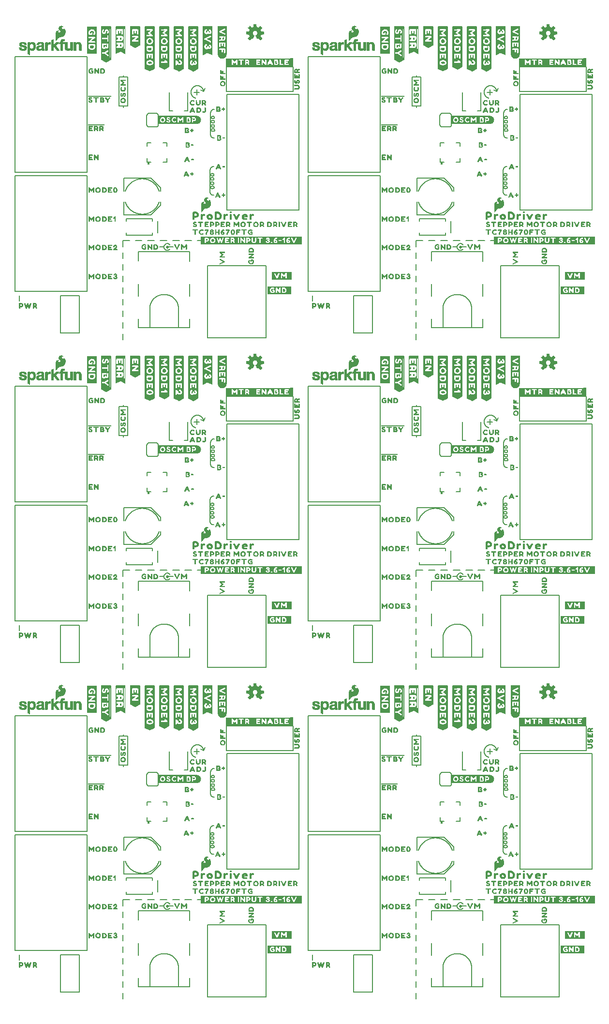
<source format=gto>
G04 EAGLE Gerber RS-274X export*
G75*
%MOMM*%
%FSLAX34Y34*%
%LPD*%
%INSilkscreen Top*%
%IPPOS*%
%AMOC8*
5,1,8,0,0,1.08239X$1,22.5*%
G01*
%ADD10C,0.203200*%
%ADD11C,0.254000*%
%ADD12R,0.828038X1.501138*%
%ADD13R,0.627381X1.508756*%
%ADD14R,0.723900X1.427475*%
%ADD15C,0.152400*%
%ADD16C,0.381000*%
%ADD17C,0.127000*%

G36*
X506757Y745883D02*
X506757Y745883D01*
X506760Y745880D01*
X507360Y745980D01*
X507401Y746024D01*
X507398Y746027D01*
X507401Y746029D01*
X507401Y759529D01*
X507365Y759576D01*
X507358Y759571D01*
X507352Y759578D01*
X331052Y759578D01*
X331043Y759571D01*
X331039Y759571D01*
X331034Y759575D01*
X330534Y759375D01*
X330518Y759348D01*
X330505Y759338D01*
X330508Y759333D01*
X330503Y759329D01*
X330503Y746529D01*
X330506Y746524D01*
X330503Y746521D01*
X330603Y745921D01*
X330647Y745880D01*
X330650Y745883D01*
X330652Y745880D01*
X506752Y745880D01*
X506757Y745883D01*
G37*
G36*
X1019837Y745883D02*
X1019837Y745883D01*
X1019840Y745880D01*
X1020440Y745980D01*
X1020481Y746024D01*
X1020478Y746027D01*
X1020481Y746029D01*
X1020481Y759529D01*
X1020445Y759576D01*
X1020438Y759571D01*
X1020432Y759578D01*
X844132Y759578D01*
X844123Y759571D01*
X844119Y759571D01*
X844114Y759575D01*
X843614Y759375D01*
X843598Y759348D01*
X843585Y759338D01*
X843588Y759333D01*
X843583Y759329D01*
X843583Y746529D01*
X843586Y746524D01*
X843583Y746521D01*
X843683Y745921D01*
X843727Y745880D01*
X843730Y745883D01*
X843732Y745880D01*
X1019832Y745880D01*
X1019837Y745883D01*
G37*
G36*
X1019837Y1322463D02*
X1019837Y1322463D01*
X1019840Y1322460D01*
X1020440Y1322560D01*
X1020481Y1322604D01*
X1020478Y1322607D01*
X1020481Y1322609D01*
X1020481Y1336109D01*
X1020445Y1336156D01*
X1020438Y1336151D01*
X1020432Y1336158D01*
X844132Y1336158D01*
X844123Y1336151D01*
X844119Y1336151D01*
X844114Y1336155D01*
X843614Y1335955D01*
X843598Y1335928D01*
X843585Y1335918D01*
X843588Y1335913D01*
X843583Y1335909D01*
X843583Y1323109D01*
X843586Y1323104D01*
X843583Y1323101D01*
X843683Y1322501D01*
X843727Y1322460D01*
X843730Y1322463D01*
X843732Y1322460D01*
X1019832Y1322460D01*
X1019837Y1322463D01*
G37*
G36*
X506757Y1322463D02*
X506757Y1322463D01*
X506760Y1322460D01*
X507360Y1322560D01*
X507401Y1322604D01*
X507398Y1322607D01*
X507401Y1322609D01*
X507401Y1336109D01*
X507365Y1336156D01*
X507358Y1336151D01*
X507352Y1336158D01*
X331052Y1336158D01*
X331043Y1336151D01*
X331039Y1336151D01*
X331034Y1336155D01*
X330534Y1335955D01*
X330518Y1335928D01*
X330505Y1335918D01*
X330508Y1335913D01*
X330503Y1335909D01*
X330503Y1323109D01*
X330506Y1323104D01*
X330503Y1323101D01*
X330603Y1322501D01*
X330647Y1322460D01*
X330650Y1322463D01*
X330652Y1322460D01*
X506752Y1322460D01*
X506757Y1322463D01*
G37*
G36*
X1019837Y169303D02*
X1019837Y169303D01*
X1019840Y169300D01*
X1020440Y169400D01*
X1020481Y169444D01*
X1020478Y169447D01*
X1020481Y169449D01*
X1020481Y182949D01*
X1020445Y182996D01*
X1020438Y182991D01*
X1020432Y182998D01*
X844132Y182998D01*
X844123Y182991D01*
X844119Y182991D01*
X844114Y182995D01*
X843614Y182795D01*
X843598Y182768D01*
X843585Y182758D01*
X843588Y182753D01*
X843583Y182749D01*
X843583Y169949D01*
X843586Y169944D01*
X843583Y169941D01*
X843683Y169341D01*
X843727Y169300D01*
X843730Y169303D01*
X843732Y169300D01*
X1019832Y169300D01*
X1019837Y169303D01*
G37*
G36*
X506757Y169303D02*
X506757Y169303D01*
X506760Y169300D01*
X507360Y169400D01*
X507401Y169444D01*
X507398Y169447D01*
X507401Y169449D01*
X507401Y182949D01*
X507365Y182996D01*
X507358Y182991D01*
X507352Y182998D01*
X331052Y182998D01*
X331043Y182991D01*
X331039Y182991D01*
X331034Y182995D01*
X330534Y182795D01*
X330518Y182768D01*
X330505Y182758D01*
X330508Y182753D01*
X330503Y182749D01*
X330503Y169949D01*
X330506Y169944D01*
X330503Y169941D01*
X330603Y169341D01*
X330647Y169300D01*
X330650Y169303D01*
X330652Y169300D01*
X506752Y169300D01*
X506757Y169303D01*
G37*
G36*
X292431Y1048259D02*
X292431Y1048259D01*
X292443Y1048259D01*
X300043Y1052059D01*
X300046Y1052062D01*
X300050Y1052063D01*
X300750Y1052463D01*
X300756Y1052470D01*
X300765Y1052472D01*
X300776Y1052495D01*
X300818Y1052546D01*
X300817Y1052575D01*
X300825Y1052592D01*
X300825Y1122892D01*
X300818Y1122913D01*
X300819Y1122935D01*
X300813Y1122943D01*
X300815Y1122971D01*
X300825Y1122992D01*
X300825Y1126692D01*
X300797Y1126767D01*
X300793Y1126785D01*
X300393Y1127285D01*
X300300Y1127340D01*
X300286Y1127337D01*
X300276Y1127341D01*
X284176Y1127341D01*
X284102Y1127313D01*
X284083Y1127309D01*
X283583Y1126909D01*
X283529Y1126816D01*
X283532Y1126802D01*
X283527Y1126792D01*
X283527Y1053092D01*
X283545Y1053045D01*
X283547Y1053018D01*
X283947Y1052318D01*
X283993Y1052280D01*
X284009Y1052259D01*
X291509Y1048459D01*
X291529Y1048457D01*
X291540Y1048447D01*
X292340Y1048247D01*
X292431Y1048259D01*
G37*
G36*
X805511Y1048259D02*
X805511Y1048259D01*
X805523Y1048259D01*
X813123Y1052059D01*
X813126Y1052062D01*
X813130Y1052063D01*
X813830Y1052463D01*
X813836Y1052470D01*
X813845Y1052472D01*
X813856Y1052495D01*
X813898Y1052546D01*
X813897Y1052575D01*
X813905Y1052592D01*
X813905Y1122892D01*
X813898Y1122913D01*
X813899Y1122935D01*
X813893Y1122943D01*
X813895Y1122971D01*
X813905Y1122992D01*
X813905Y1126692D01*
X813877Y1126767D01*
X813873Y1126785D01*
X813473Y1127285D01*
X813380Y1127340D01*
X813366Y1127337D01*
X813356Y1127341D01*
X797256Y1127341D01*
X797182Y1127313D01*
X797163Y1127309D01*
X796663Y1126909D01*
X796609Y1126816D01*
X796612Y1126802D01*
X796607Y1126792D01*
X796607Y1053092D01*
X796625Y1053045D01*
X796627Y1053018D01*
X797027Y1052318D01*
X797073Y1052280D01*
X797089Y1052259D01*
X804589Y1048459D01*
X804609Y1048457D01*
X804620Y1048447D01*
X805420Y1048247D01*
X805511Y1048259D01*
G37*
G36*
X805511Y1624839D02*
X805511Y1624839D01*
X805523Y1624839D01*
X813123Y1628639D01*
X813126Y1628642D01*
X813130Y1628643D01*
X813830Y1629043D01*
X813836Y1629050D01*
X813845Y1629052D01*
X813856Y1629075D01*
X813898Y1629126D01*
X813897Y1629155D01*
X813905Y1629172D01*
X813905Y1699472D01*
X813898Y1699493D01*
X813899Y1699515D01*
X813893Y1699523D01*
X813895Y1699551D01*
X813905Y1699572D01*
X813905Y1703272D01*
X813877Y1703347D01*
X813873Y1703365D01*
X813473Y1703865D01*
X813380Y1703920D01*
X813366Y1703917D01*
X813356Y1703921D01*
X797256Y1703921D01*
X797182Y1703893D01*
X797163Y1703889D01*
X796663Y1703489D01*
X796609Y1703396D01*
X796612Y1703382D01*
X796607Y1703372D01*
X796607Y1629672D01*
X796625Y1629625D01*
X796627Y1629598D01*
X797027Y1628898D01*
X797073Y1628860D01*
X797089Y1628839D01*
X804589Y1625039D01*
X804609Y1625037D01*
X804620Y1625027D01*
X805420Y1624827D01*
X805511Y1624839D01*
G37*
G36*
X292431Y1624839D02*
X292431Y1624839D01*
X292443Y1624839D01*
X300043Y1628639D01*
X300046Y1628642D01*
X300050Y1628643D01*
X300750Y1629043D01*
X300756Y1629050D01*
X300765Y1629052D01*
X300776Y1629075D01*
X300818Y1629126D01*
X300817Y1629155D01*
X300825Y1629172D01*
X300825Y1699472D01*
X300818Y1699493D01*
X300819Y1699515D01*
X300813Y1699523D01*
X300815Y1699551D01*
X300825Y1699572D01*
X300825Y1703272D01*
X300797Y1703347D01*
X300793Y1703365D01*
X300393Y1703865D01*
X300300Y1703920D01*
X300286Y1703917D01*
X300276Y1703921D01*
X284176Y1703921D01*
X284102Y1703893D01*
X284083Y1703889D01*
X283583Y1703489D01*
X283529Y1703396D01*
X283532Y1703382D01*
X283527Y1703372D01*
X283527Y1629672D01*
X283545Y1629625D01*
X283547Y1629598D01*
X283947Y1628898D01*
X283993Y1628860D01*
X284009Y1628839D01*
X291509Y1625039D01*
X291529Y1625037D01*
X291540Y1625027D01*
X292340Y1624827D01*
X292431Y1624839D01*
G37*
G36*
X292431Y471679D02*
X292431Y471679D01*
X292443Y471679D01*
X300043Y475479D01*
X300046Y475482D01*
X300050Y475483D01*
X300750Y475883D01*
X300756Y475890D01*
X300765Y475892D01*
X300776Y475915D01*
X300818Y475966D01*
X300817Y475995D01*
X300825Y476012D01*
X300825Y546312D01*
X300818Y546333D01*
X300819Y546355D01*
X300813Y546363D01*
X300815Y546391D01*
X300825Y546412D01*
X300825Y550112D01*
X300797Y550187D01*
X300793Y550205D01*
X300393Y550705D01*
X300300Y550760D01*
X300286Y550757D01*
X300276Y550761D01*
X284176Y550761D01*
X284102Y550733D01*
X284083Y550729D01*
X283583Y550329D01*
X283529Y550236D01*
X283532Y550222D01*
X283527Y550212D01*
X283527Y476512D01*
X283545Y476465D01*
X283547Y476438D01*
X283947Y475738D01*
X283993Y475700D01*
X284009Y475679D01*
X291509Y471879D01*
X291529Y471877D01*
X291540Y471867D01*
X292340Y471667D01*
X292431Y471679D01*
G37*
G36*
X805511Y471679D02*
X805511Y471679D01*
X805523Y471679D01*
X813123Y475479D01*
X813126Y475482D01*
X813130Y475483D01*
X813830Y475883D01*
X813836Y475890D01*
X813845Y475892D01*
X813856Y475915D01*
X813898Y475966D01*
X813897Y475995D01*
X813905Y476012D01*
X813905Y546312D01*
X813898Y546333D01*
X813899Y546355D01*
X813893Y546363D01*
X813895Y546391D01*
X813905Y546412D01*
X813905Y550112D01*
X813877Y550187D01*
X813873Y550205D01*
X813473Y550705D01*
X813380Y550760D01*
X813366Y550757D01*
X813356Y550761D01*
X797256Y550761D01*
X797182Y550733D01*
X797163Y550729D01*
X796663Y550329D01*
X796609Y550236D01*
X796612Y550222D01*
X796607Y550212D01*
X796607Y476512D01*
X796625Y476465D01*
X796627Y476438D01*
X797027Y475738D01*
X797073Y475700D01*
X797089Y475679D01*
X804589Y471879D01*
X804609Y471877D01*
X804620Y471867D01*
X805420Y471667D01*
X805511Y471679D01*
G37*
G36*
X317731Y1048359D02*
X317731Y1048359D01*
X317744Y1048359D01*
X326044Y1052559D01*
X326046Y1052562D01*
X326050Y1052562D01*
X326059Y1052576D01*
X326116Y1052639D01*
X326116Y1052661D01*
X326124Y1052674D01*
X326224Y1053474D01*
X326222Y1053485D01*
X326225Y1053492D01*
X326225Y1122892D01*
X326220Y1122908D01*
X326222Y1122924D01*
X326210Y1122942D01*
X326214Y1122969D01*
X326225Y1122992D01*
X326225Y1126492D01*
X326216Y1126516D01*
X326220Y1126533D01*
X326020Y1127233D01*
X326003Y1127255D01*
X325996Y1127281D01*
X325976Y1127291D01*
X325955Y1127319D01*
X325900Y1127329D01*
X325876Y1127341D01*
X309776Y1127341D01*
X309753Y1127332D01*
X309735Y1127336D01*
X309035Y1127136D01*
X309013Y1127119D01*
X308987Y1127112D01*
X308977Y1127092D01*
X308949Y1127071D01*
X308939Y1127016D01*
X308927Y1126992D01*
X308927Y1053392D01*
X308935Y1053372D01*
X308931Y1053356D01*
X309131Y1052556D01*
X309193Y1052468D01*
X309205Y1052465D01*
X309211Y1052458D01*
X316810Y1048759D01*
X317609Y1048359D01*
X317716Y1048348D01*
X317731Y1048359D01*
G37*
G36*
X830811Y1048359D02*
X830811Y1048359D01*
X830824Y1048359D01*
X839124Y1052559D01*
X839126Y1052562D01*
X839130Y1052562D01*
X839139Y1052576D01*
X839196Y1052639D01*
X839196Y1052661D01*
X839204Y1052674D01*
X839304Y1053474D01*
X839302Y1053485D01*
X839305Y1053492D01*
X839305Y1122892D01*
X839300Y1122908D01*
X839302Y1122924D01*
X839290Y1122942D01*
X839294Y1122969D01*
X839305Y1122992D01*
X839305Y1126492D01*
X839296Y1126516D01*
X839300Y1126533D01*
X839100Y1127233D01*
X839083Y1127255D01*
X839076Y1127281D01*
X839056Y1127291D01*
X839035Y1127319D01*
X838980Y1127329D01*
X838956Y1127341D01*
X822856Y1127341D01*
X822833Y1127332D01*
X822815Y1127336D01*
X822115Y1127136D01*
X822093Y1127119D01*
X822067Y1127112D01*
X822057Y1127092D01*
X822029Y1127071D01*
X822019Y1127016D01*
X822007Y1126992D01*
X822007Y1053392D01*
X822015Y1053372D01*
X822011Y1053356D01*
X822211Y1052556D01*
X822273Y1052468D01*
X822285Y1052465D01*
X822291Y1052458D01*
X829890Y1048759D01*
X830689Y1048359D01*
X830796Y1048348D01*
X830811Y1048359D01*
G37*
G36*
X830811Y471779D02*
X830811Y471779D01*
X830824Y471779D01*
X839124Y475979D01*
X839126Y475982D01*
X839130Y475982D01*
X839139Y475996D01*
X839196Y476059D01*
X839196Y476081D01*
X839204Y476094D01*
X839304Y476894D01*
X839302Y476905D01*
X839305Y476912D01*
X839305Y546312D01*
X839300Y546328D01*
X839302Y546344D01*
X839290Y546362D01*
X839294Y546389D01*
X839305Y546412D01*
X839305Y549912D01*
X839296Y549936D01*
X839300Y549953D01*
X839100Y550653D01*
X839083Y550675D01*
X839076Y550701D01*
X839056Y550711D01*
X839035Y550739D01*
X838980Y550749D01*
X838956Y550761D01*
X822856Y550761D01*
X822833Y550752D01*
X822815Y550756D01*
X822115Y550556D01*
X822093Y550539D01*
X822067Y550532D01*
X822057Y550512D01*
X822029Y550491D01*
X822019Y550436D01*
X822007Y550412D01*
X822007Y476812D01*
X822015Y476792D01*
X822011Y476776D01*
X822211Y475976D01*
X822273Y475888D01*
X822285Y475885D01*
X822291Y475878D01*
X829890Y472179D01*
X830689Y471779D01*
X830796Y471768D01*
X830811Y471779D01*
G37*
G36*
X317731Y471779D02*
X317731Y471779D01*
X317744Y471779D01*
X326044Y475979D01*
X326046Y475982D01*
X326050Y475982D01*
X326059Y475996D01*
X326116Y476059D01*
X326116Y476081D01*
X326124Y476094D01*
X326224Y476894D01*
X326222Y476905D01*
X326225Y476912D01*
X326225Y546312D01*
X326220Y546328D01*
X326222Y546344D01*
X326210Y546362D01*
X326214Y546389D01*
X326225Y546412D01*
X326225Y549912D01*
X326216Y549936D01*
X326220Y549953D01*
X326020Y550653D01*
X326003Y550675D01*
X325996Y550701D01*
X325976Y550711D01*
X325955Y550739D01*
X325900Y550749D01*
X325876Y550761D01*
X309776Y550761D01*
X309753Y550752D01*
X309735Y550756D01*
X309035Y550556D01*
X309013Y550539D01*
X308987Y550532D01*
X308977Y550512D01*
X308949Y550491D01*
X308939Y550436D01*
X308927Y550412D01*
X308927Y476812D01*
X308935Y476792D01*
X308931Y476776D01*
X309131Y475976D01*
X309193Y475888D01*
X309205Y475885D01*
X309211Y475878D01*
X316810Y472179D01*
X317609Y471779D01*
X317716Y471768D01*
X317731Y471779D01*
G37*
G36*
X317731Y1624939D02*
X317731Y1624939D01*
X317744Y1624939D01*
X326044Y1629139D01*
X326046Y1629142D01*
X326050Y1629142D01*
X326059Y1629156D01*
X326116Y1629219D01*
X326116Y1629241D01*
X326124Y1629254D01*
X326224Y1630054D01*
X326222Y1630065D01*
X326225Y1630072D01*
X326225Y1699472D01*
X326220Y1699488D01*
X326222Y1699504D01*
X326210Y1699522D01*
X326214Y1699549D01*
X326225Y1699572D01*
X326225Y1703072D01*
X326216Y1703096D01*
X326220Y1703113D01*
X326020Y1703813D01*
X326003Y1703835D01*
X325996Y1703861D01*
X325976Y1703871D01*
X325955Y1703899D01*
X325900Y1703909D01*
X325876Y1703921D01*
X309776Y1703921D01*
X309753Y1703912D01*
X309735Y1703916D01*
X309035Y1703716D01*
X309013Y1703699D01*
X308987Y1703692D01*
X308977Y1703672D01*
X308949Y1703651D01*
X308939Y1703596D01*
X308927Y1703572D01*
X308927Y1629972D01*
X308935Y1629952D01*
X308931Y1629936D01*
X309131Y1629136D01*
X309193Y1629048D01*
X309205Y1629045D01*
X309211Y1629038D01*
X316810Y1625339D01*
X317609Y1624939D01*
X317716Y1624928D01*
X317731Y1624939D01*
G37*
G36*
X830811Y1624939D02*
X830811Y1624939D01*
X830824Y1624939D01*
X839124Y1629139D01*
X839126Y1629142D01*
X839130Y1629142D01*
X839139Y1629156D01*
X839196Y1629219D01*
X839196Y1629241D01*
X839204Y1629254D01*
X839304Y1630054D01*
X839302Y1630065D01*
X839305Y1630072D01*
X839305Y1699472D01*
X839300Y1699488D01*
X839302Y1699504D01*
X839290Y1699522D01*
X839294Y1699549D01*
X839305Y1699572D01*
X839305Y1703072D01*
X839296Y1703096D01*
X839300Y1703113D01*
X839100Y1703813D01*
X839083Y1703835D01*
X839076Y1703861D01*
X839056Y1703871D01*
X839035Y1703899D01*
X838980Y1703909D01*
X838956Y1703921D01*
X822856Y1703921D01*
X822833Y1703912D01*
X822815Y1703916D01*
X822115Y1703716D01*
X822093Y1703699D01*
X822067Y1703692D01*
X822057Y1703672D01*
X822029Y1703651D01*
X822019Y1703596D01*
X822007Y1703572D01*
X822007Y1629972D01*
X822015Y1629952D01*
X822011Y1629936D01*
X822211Y1629136D01*
X822273Y1629048D01*
X822285Y1629045D01*
X822291Y1629038D01*
X829890Y1625339D01*
X830689Y1624939D01*
X830796Y1624928D01*
X830811Y1624939D01*
G37*
G36*
X754622Y1625038D02*
X754622Y1625038D01*
X762922Y1629138D01*
X762926Y1629142D01*
X762931Y1629143D01*
X762942Y1629160D01*
X762995Y1629217D01*
X762995Y1629241D01*
X763005Y1629256D01*
X763105Y1630156D01*
X763102Y1630165D01*
X763105Y1630172D01*
X763105Y1699472D01*
X763098Y1699491D01*
X763101Y1699510D01*
X763092Y1699522D01*
X763094Y1699550D01*
X763105Y1699572D01*
X763105Y1703172D01*
X763090Y1703213D01*
X763090Y1703239D01*
X762790Y1703839D01*
X762780Y1703848D01*
X762776Y1703861D01*
X762752Y1703873D01*
X762710Y1703911D01*
X762676Y1703911D01*
X762656Y1703921D01*
X746556Y1703921D01*
X746515Y1703906D01*
X746489Y1703906D01*
X745889Y1703606D01*
X745880Y1703596D01*
X745867Y1703592D01*
X745855Y1703568D01*
X745817Y1703526D01*
X745817Y1703492D01*
X745807Y1703472D01*
X745807Y1629872D01*
X745820Y1629837D01*
X745819Y1629813D01*
X746119Y1629113D01*
X746181Y1629049D01*
X746189Y1629039D01*
X753789Y1625239D01*
X753806Y1625237D01*
X753815Y1625229D01*
X754515Y1625029D01*
X754622Y1625038D01*
G37*
G36*
X241542Y1625038D02*
X241542Y1625038D01*
X249842Y1629138D01*
X249846Y1629142D01*
X249851Y1629143D01*
X249862Y1629160D01*
X249915Y1629217D01*
X249915Y1629241D01*
X249925Y1629256D01*
X250025Y1630156D01*
X250022Y1630165D01*
X250025Y1630172D01*
X250025Y1699472D01*
X250018Y1699491D01*
X250021Y1699510D01*
X250012Y1699522D01*
X250014Y1699550D01*
X250025Y1699572D01*
X250025Y1703172D01*
X250010Y1703213D01*
X250010Y1703239D01*
X249710Y1703839D01*
X249700Y1703848D01*
X249696Y1703861D01*
X249672Y1703873D01*
X249630Y1703911D01*
X249596Y1703911D01*
X249576Y1703921D01*
X233476Y1703921D01*
X233435Y1703906D01*
X233409Y1703906D01*
X232809Y1703606D01*
X232800Y1703596D01*
X232787Y1703592D01*
X232775Y1703568D01*
X232737Y1703526D01*
X232737Y1703492D01*
X232727Y1703472D01*
X232727Y1629872D01*
X232740Y1629837D01*
X232739Y1629813D01*
X233039Y1629113D01*
X233101Y1629049D01*
X233109Y1629039D01*
X240709Y1625239D01*
X240726Y1625237D01*
X240735Y1625229D01*
X241435Y1625029D01*
X241542Y1625038D01*
G37*
G36*
X241542Y471878D02*
X241542Y471878D01*
X249842Y475978D01*
X249846Y475982D01*
X249851Y475983D01*
X249862Y476000D01*
X249915Y476057D01*
X249915Y476081D01*
X249925Y476096D01*
X250025Y476996D01*
X250022Y477005D01*
X250025Y477012D01*
X250025Y546312D01*
X250018Y546331D01*
X250021Y546350D01*
X250012Y546362D01*
X250014Y546390D01*
X250025Y546412D01*
X250025Y550012D01*
X250010Y550053D01*
X250010Y550079D01*
X249710Y550679D01*
X249700Y550688D01*
X249696Y550701D01*
X249672Y550713D01*
X249630Y550751D01*
X249596Y550751D01*
X249576Y550761D01*
X233476Y550761D01*
X233435Y550746D01*
X233409Y550746D01*
X232809Y550446D01*
X232800Y550436D01*
X232787Y550432D01*
X232775Y550408D01*
X232737Y550366D01*
X232737Y550332D01*
X232727Y550312D01*
X232727Y476712D01*
X232740Y476677D01*
X232739Y476653D01*
X233039Y475953D01*
X233101Y475889D01*
X233109Y475879D01*
X240709Y472079D01*
X240726Y472077D01*
X240735Y472069D01*
X241435Y471869D01*
X241542Y471878D01*
G37*
G36*
X241542Y1048458D02*
X241542Y1048458D01*
X249842Y1052558D01*
X249846Y1052562D01*
X249851Y1052563D01*
X249862Y1052580D01*
X249915Y1052637D01*
X249915Y1052661D01*
X249925Y1052676D01*
X250025Y1053576D01*
X250022Y1053585D01*
X250025Y1053592D01*
X250025Y1122892D01*
X250018Y1122911D01*
X250021Y1122930D01*
X250012Y1122942D01*
X250014Y1122970D01*
X250025Y1122992D01*
X250025Y1126592D01*
X250010Y1126633D01*
X250010Y1126659D01*
X249710Y1127259D01*
X249700Y1127268D01*
X249696Y1127281D01*
X249672Y1127293D01*
X249630Y1127331D01*
X249596Y1127331D01*
X249576Y1127341D01*
X233476Y1127341D01*
X233435Y1127326D01*
X233409Y1127326D01*
X232809Y1127026D01*
X232800Y1127016D01*
X232787Y1127012D01*
X232775Y1126988D01*
X232737Y1126946D01*
X232737Y1126912D01*
X232727Y1126892D01*
X232727Y1053292D01*
X232740Y1053257D01*
X232739Y1053233D01*
X233039Y1052533D01*
X233101Y1052469D01*
X233109Y1052459D01*
X240709Y1048659D01*
X240726Y1048657D01*
X240735Y1048649D01*
X241435Y1048449D01*
X241542Y1048458D01*
G37*
G36*
X754622Y471878D02*
X754622Y471878D01*
X762922Y475978D01*
X762926Y475982D01*
X762931Y475983D01*
X762942Y476000D01*
X762995Y476057D01*
X762995Y476081D01*
X763005Y476096D01*
X763105Y476996D01*
X763102Y477005D01*
X763105Y477012D01*
X763105Y546312D01*
X763098Y546331D01*
X763101Y546350D01*
X763092Y546362D01*
X763094Y546390D01*
X763105Y546412D01*
X763105Y550012D01*
X763090Y550053D01*
X763090Y550079D01*
X762790Y550679D01*
X762780Y550688D01*
X762776Y550701D01*
X762752Y550713D01*
X762710Y550751D01*
X762676Y550751D01*
X762656Y550761D01*
X746556Y550761D01*
X746515Y550746D01*
X746489Y550746D01*
X745889Y550446D01*
X745880Y550436D01*
X745867Y550432D01*
X745855Y550408D01*
X745817Y550366D01*
X745817Y550332D01*
X745807Y550312D01*
X745807Y476712D01*
X745820Y476677D01*
X745819Y476653D01*
X746119Y475953D01*
X746181Y475889D01*
X746189Y475879D01*
X753789Y472079D01*
X753806Y472077D01*
X753815Y472069D01*
X754515Y471869D01*
X754622Y471878D01*
G37*
G36*
X754622Y1048458D02*
X754622Y1048458D01*
X762922Y1052558D01*
X762926Y1052562D01*
X762931Y1052563D01*
X762942Y1052580D01*
X762995Y1052637D01*
X762995Y1052661D01*
X763005Y1052676D01*
X763105Y1053576D01*
X763102Y1053585D01*
X763105Y1053592D01*
X763105Y1122892D01*
X763098Y1122911D01*
X763101Y1122930D01*
X763092Y1122942D01*
X763094Y1122970D01*
X763105Y1122992D01*
X763105Y1126592D01*
X763090Y1126633D01*
X763090Y1126659D01*
X762790Y1127259D01*
X762780Y1127268D01*
X762776Y1127281D01*
X762752Y1127293D01*
X762710Y1127331D01*
X762676Y1127331D01*
X762656Y1127341D01*
X746556Y1127341D01*
X746515Y1127326D01*
X746489Y1127326D01*
X745889Y1127026D01*
X745880Y1127016D01*
X745867Y1127012D01*
X745855Y1126988D01*
X745817Y1126946D01*
X745817Y1126912D01*
X745807Y1126892D01*
X745807Y1053292D01*
X745820Y1053257D01*
X745819Y1053233D01*
X746119Y1052533D01*
X746181Y1052469D01*
X746189Y1052459D01*
X753789Y1048659D01*
X753806Y1048657D01*
X753815Y1048649D01*
X754515Y1048449D01*
X754622Y1048458D01*
G37*
G36*
X780011Y475173D02*
X780011Y475173D01*
X780017Y475179D01*
X780024Y475179D01*
X788324Y479379D01*
X788326Y479382D01*
X788330Y479382D01*
X788339Y479396D01*
X788396Y479459D01*
X788396Y479481D01*
X788404Y479494D01*
X788504Y480294D01*
X788502Y480305D01*
X788505Y480312D01*
X788505Y546312D01*
X788499Y546330D01*
X788501Y546348D01*
X788490Y546363D01*
X788494Y546389D01*
X788505Y546412D01*
X788505Y549912D01*
X788496Y549936D01*
X788500Y549953D01*
X788300Y550653D01*
X788283Y550675D01*
X788276Y550701D01*
X788256Y550711D01*
X788235Y550739D01*
X788180Y550749D01*
X788156Y550761D01*
X772056Y550761D01*
X772033Y550752D01*
X772015Y550756D01*
X771315Y550556D01*
X771293Y550539D01*
X771267Y550532D01*
X771257Y550512D01*
X771229Y550491D01*
X771219Y550436D01*
X771207Y550412D01*
X771207Y480112D01*
X771216Y480089D01*
X771213Y480071D01*
X771413Y479371D01*
X771477Y479285D01*
X771486Y479284D01*
X771489Y479279D01*
X779089Y475479D01*
X779099Y475478D01*
X779104Y475472D01*
X779904Y475172D01*
X780011Y475173D01*
G37*
G36*
X780011Y1051753D02*
X780011Y1051753D01*
X780017Y1051759D01*
X780024Y1051759D01*
X788324Y1055959D01*
X788326Y1055962D01*
X788330Y1055962D01*
X788339Y1055976D01*
X788396Y1056039D01*
X788396Y1056061D01*
X788404Y1056074D01*
X788504Y1056874D01*
X788502Y1056885D01*
X788505Y1056892D01*
X788505Y1122892D01*
X788499Y1122910D01*
X788501Y1122928D01*
X788490Y1122943D01*
X788494Y1122969D01*
X788505Y1122992D01*
X788505Y1126492D01*
X788496Y1126516D01*
X788500Y1126533D01*
X788300Y1127233D01*
X788283Y1127255D01*
X788276Y1127281D01*
X788256Y1127291D01*
X788235Y1127319D01*
X788180Y1127329D01*
X788156Y1127341D01*
X772056Y1127341D01*
X772033Y1127332D01*
X772015Y1127336D01*
X771315Y1127136D01*
X771293Y1127119D01*
X771267Y1127112D01*
X771257Y1127092D01*
X771229Y1127071D01*
X771219Y1127016D01*
X771207Y1126992D01*
X771207Y1056692D01*
X771216Y1056669D01*
X771213Y1056651D01*
X771413Y1055951D01*
X771477Y1055865D01*
X771486Y1055864D01*
X771489Y1055859D01*
X779089Y1052059D01*
X779099Y1052058D01*
X779104Y1052052D01*
X779904Y1051752D01*
X780011Y1051753D01*
G37*
G36*
X266931Y1051753D02*
X266931Y1051753D01*
X266937Y1051759D01*
X266944Y1051759D01*
X275244Y1055959D01*
X275246Y1055962D01*
X275250Y1055962D01*
X275259Y1055976D01*
X275316Y1056039D01*
X275316Y1056061D01*
X275324Y1056074D01*
X275424Y1056874D01*
X275422Y1056885D01*
X275425Y1056892D01*
X275425Y1122892D01*
X275419Y1122910D01*
X275421Y1122928D01*
X275410Y1122943D01*
X275414Y1122969D01*
X275425Y1122992D01*
X275425Y1126492D01*
X275416Y1126516D01*
X275420Y1126533D01*
X275220Y1127233D01*
X275203Y1127255D01*
X275196Y1127281D01*
X275176Y1127291D01*
X275155Y1127319D01*
X275100Y1127329D01*
X275076Y1127341D01*
X258976Y1127341D01*
X258953Y1127332D01*
X258935Y1127336D01*
X258235Y1127136D01*
X258213Y1127119D01*
X258187Y1127112D01*
X258177Y1127092D01*
X258149Y1127071D01*
X258139Y1127016D01*
X258127Y1126992D01*
X258127Y1056692D01*
X258136Y1056669D01*
X258133Y1056651D01*
X258333Y1055951D01*
X258397Y1055865D01*
X258406Y1055864D01*
X258409Y1055859D01*
X266009Y1052059D01*
X266019Y1052058D01*
X266024Y1052052D01*
X266824Y1051752D01*
X266931Y1051753D01*
G37*
G36*
X266931Y475173D02*
X266931Y475173D01*
X266937Y475179D01*
X266944Y475179D01*
X275244Y479379D01*
X275246Y479382D01*
X275250Y479382D01*
X275259Y479396D01*
X275316Y479459D01*
X275316Y479481D01*
X275324Y479494D01*
X275424Y480294D01*
X275422Y480305D01*
X275425Y480312D01*
X275425Y546312D01*
X275419Y546330D01*
X275421Y546348D01*
X275410Y546363D01*
X275414Y546389D01*
X275425Y546412D01*
X275425Y549912D01*
X275416Y549936D01*
X275420Y549953D01*
X275220Y550653D01*
X275203Y550675D01*
X275196Y550701D01*
X275176Y550711D01*
X275155Y550739D01*
X275100Y550749D01*
X275076Y550761D01*
X258976Y550761D01*
X258953Y550752D01*
X258935Y550756D01*
X258235Y550556D01*
X258213Y550539D01*
X258187Y550532D01*
X258177Y550512D01*
X258149Y550491D01*
X258139Y550436D01*
X258127Y550412D01*
X258127Y480112D01*
X258136Y480089D01*
X258133Y480071D01*
X258333Y479371D01*
X258397Y479285D01*
X258406Y479284D01*
X258409Y479279D01*
X266009Y475479D01*
X266019Y475478D01*
X266024Y475472D01*
X266824Y475172D01*
X266931Y475173D01*
G37*
G36*
X780011Y1628333D02*
X780011Y1628333D01*
X780017Y1628339D01*
X780024Y1628339D01*
X788324Y1632539D01*
X788326Y1632542D01*
X788330Y1632542D01*
X788339Y1632556D01*
X788396Y1632619D01*
X788396Y1632641D01*
X788404Y1632654D01*
X788504Y1633454D01*
X788502Y1633465D01*
X788505Y1633472D01*
X788505Y1699472D01*
X788499Y1699490D01*
X788501Y1699508D01*
X788490Y1699523D01*
X788494Y1699549D01*
X788505Y1699572D01*
X788505Y1703072D01*
X788496Y1703096D01*
X788500Y1703113D01*
X788300Y1703813D01*
X788283Y1703835D01*
X788276Y1703861D01*
X788256Y1703871D01*
X788235Y1703899D01*
X788180Y1703909D01*
X788156Y1703921D01*
X772056Y1703921D01*
X772033Y1703912D01*
X772015Y1703916D01*
X771315Y1703716D01*
X771293Y1703699D01*
X771267Y1703692D01*
X771257Y1703672D01*
X771229Y1703651D01*
X771219Y1703596D01*
X771207Y1703572D01*
X771207Y1633272D01*
X771216Y1633249D01*
X771213Y1633231D01*
X771413Y1632531D01*
X771477Y1632445D01*
X771486Y1632444D01*
X771489Y1632439D01*
X779089Y1628639D01*
X779099Y1628638D01*
X779104Y1628632D01*
X779904Y1628332D01*
X780011Y1628333D01*
G37*
G36*
X266931Y1628333D02*
X266931Y1628333D01*
X266937Y1628339D01*
X266944Y1628339D01*
X275244Y1632539D01*
X275246Y1632542D01*
X275250Y1632542D01*
X275259Y1632556D01*
X275316Y1632619D01*
X275316Y1632641D01*
X275324Y1632654D01*
X275424Y1633454D01*
X275422Y1633465D01*
X275425Y1633472D01*
X275425Y1699472D01*
X275419Y1699490D01*
X275421Y1699508D01*
X275410Y1699523D01*
X275414Y1699549D01*
X275425Y1699572D01*
X275425Y1703072D01*
X275416Y1703096D01*
X275420Y1703113D01*
X275220Y1703813D01*
X275203Y1703835D01*
X275196Y1703861D01*
X275176Y1703871D01*
X275155Y1703899D01*
X275100Y1703909D01*
X275076Y1703921D01*
X258976Y1703921D01*
X258953Y1703912D01*
X258935Y1703916D01*
X258235Y1703716D01*
X258213Y1703699D01*
X258187Y1703692D01*
X258177Y1703672D01*
X258149Y1703651D01*
X258139Y1703596D01*
X258127Y1703572D01*
X258127Y1633272D01*
X258136Y1633249D01*
X258133Y1633231D01*
X258333Y1632531D01*
X258397Y1632445D01*
X258406Y1632444D01*
X258409Y1632439D01*
X266009Y1628639D01*
X266019Y1628638D01*
X266024Y1628632D01*
X266824Y1628332D01*
X266931Y1628333D01*
G37*
G36*
X678677Y1064344D02*
X678677Y1064344D01*
X678702Y1064358D01*
X678722Y1064358D01*
X686322Y1068058D01*
X686348Y1068087D01*
X686371Y1068097D01*
X686871Y1068697D01*
X686899Y1068779D01*
X686905Y1068792D01*
X686905Y1122892D01*
X686891Y1122931D01*
X686893Y1122933D01*
X686895Y1122971D01*
X686905Y1122992D01*
X686905Y1126392D01*
X686901Y1126403D01*
X686904Y1126411D01*
X686804Y1127211D01*
X686786Y1127244D01*
X686776Y1127281D01*
X686763Y1127288D01*
X686754Y1127305D01*
X686666Y1127336D01*
X686656Y1127341D01*
X670556Y1127341D01*
X670546Y1127337D01*
X670538Y1127340D01*
X669738Y1127240D01*
X669704Y1127222D01*
X669667Y1127212D01*
X669661Y1127199D01*
X669643Y1127190D01*
X669612Y1127102D01*
X669607Y1127092D01*
X669607Y1068692D01*
X669646Y1068592D01*
X669657Y1068586D01*
X669661Y1068578D01*
X670261Y1068078D01*
X670280Y1068071D01*
X670289Y1068059D01*
X677889Y1064259D01*
X677953Y1064253D01*
X677977Y1064244D01*
X678677Y1064344D01*
G37*
G36*
X165597Y487764D02*
X165597Y487764D01*
X165622Y487778D01*
X165642Y487778D01*
X173242Y491478D01*
X173268Y491507D01*
X173291Y491517D01*
X173791Y492117D01*
X173819Y492199D01*
X173825Y492212D01*
X173825Y546312D01*
X173811Y546351D01*
X173813Y546353D01*
X173815Y546391D01*
X173825Y546412D01*
X173825Y549812D01*
X173821Y549823D01*
X173824Y549831D01*
X173724Y550631D01*
X173706Y550664D01*
X173696Y550701D01*
X173683Y550708D01*
X173674Y550725D01*
X173586Y550756D01*
X173576Y550761D01*
X157476Y550761D01*
X157466Y550757D01*
X157458Y550760D01*
X156658Y550660D01*
X156624Y550642D01*
X156587Y550632D01*
X156581Y550619D01*
X156563Y550610D01*
X156532Y550522D01*
X156527Y550512D01*
X156527Y492112D01*
X156566Y492012D01*
X156577Y492006D01*
X156581Y491998D01*
X157181Y491498D01*
X157200Y491491D01*
X157209Y491479D01*
X164809Y487679D01*
X164873Y487673D01*
X164897Y487664D01*
X165597Y487764D01*
G37*
G36*
X165597Y1640924D02*
X165597Y1640924D01*
X165622Y1640938D01*
X165642Y1640938D01*
X173242Y1644638D01*
X173268Y1644667D01*
X173291Y1644677D01*
X173791Y1645277D01*
X173819Y1645359D01*
X173825Y1645372D01*
X173825Y1699472D01*
X173811Y1699511D01*
X173813Y1699513D01*
X173815Y1699551D01*
X173825Y1699572D01*
X173825Y1702972D01*
X173821Y1702983D01*
X173824Y1702991D01*
X173724Y1703791D01*
X173706Y1703824D01*
X173696Y1703861D01*
X173683Y1703868D01*
X173674Y1703885D01*
X173586Y1703916D01*
X173576Y1703921D01*
X157476Y1703921D01*
X157466Y1703917D01*
X157458Y1703920D01*
X156658Y1703820D01*
X156624Y1703802D01*
X156587Y1703792D01*
X156581Y1703779D01*
X156563Y1703770D01*
X156532Y1703682D01*
X156527Y1703672D01*
X156527Y1645272D01*
X156566Y1645172D01*
X156577Y1645166D01*
X156581Y1645158D01*
X157181Y1644658D01*
X157200Y1644651D01*
X157209Y1644639D01*
X164809Y1640839D01*
X164873Y1640833D01*
X164897Y1640824D01*
X165597Y1640924D01*
G37*
G36*
X678677Y1640924D02*
X678677Y1640924D01*
X678702Y1640938D01*
X678722Y1640938D01*
X686322Y1644638D01*
X686348Y1644667D01*
X686371Y1644677D01*
X686871Y1645277D01*
X686899Y1645359D01*
X686905Y1645372D01*
X686905Y1699472D01*
X686891Y1699511D01*
X686893Y1699513D01*
X686895Y1699551D01*
X686905Y1699572D01*
X686905Y1702972D01*
X686901Y1702983D01*
X686904Y1702991D01*
X686804Y1703791D01*
X686786Y1703824D01*
X686776Y1703861D01*
X686763Y1703868D01*
X686754Y1703885D01*
X686666Y1703916D01*
X686656Y1703921D01*
X670556Y1703921D01*
X670546Y1703917D01*
X670538Y1703920D01*
X669738Y1703820D01*
X669704Y1703802D01*
X669667Y1703792D01*
X669661Y1703779D01*
X669643Y1703770D01*
X669612Y1703682D01*
X669607Y1703672D01*
X669607Y1645272D01*
X669646Y1645172D01*
X669657Y1645166D01*
X669661Y1645158D01*
X670261Y1644658D01*
X670280Y1644651D01*
X670289Y1644639D01*
X677889Y1640839D01*
X677953Y1640833D01*
X677977Y1640824D01*
X678677Y1640924D01*
G37*
G36*
X678677Y487764D02*
X678677Y487764D01*
X678702Y487778D01*
X678722Y487778D01*
X686322Y491478D01*
X686348Y491507D01*
X686371Y491517D01*
X686871Y492117D01*
X686899Y492199D01*
X686905Y492212D01*
X686905Y546312D01*
X686891Y546351D01*
X686893Y546353D01*
X686895Y546391D01*
X686905Y546412D01*
X686905Y549812D01*
X686901Y549823D01*
X686904Y549831D01*
X686804Y550631D01*
X686786Y550664D01*
X686776Y550701D01*
X686763Y550708D01*
X686754Y550725D01*
X686666Y550756D01*
X686656Y550761D01*
X670556Y550761D01*
X670546Y550757D01*
X670538Y550760D01*
X669738Y550660D01*
X669704Y550642D01*
X669667Y550632D01*
X669661Y550619D01*
X669643Y550610D01*
X669612Y550522D01*
X669607Y550512D01*
X669607Y492112D01*
X669646Y492012D01*
X669657Y492006D01*
X669661Y491998D01*
X670261Y491498D01*
X670280Y491491D01*
X670289Y491479D01*
X677889Y487679D01*
X677953Y487673D01*
X677977Y487664D01*
X678677Y487764D01*
G37*
G36*
X165597Y1064344D02*
X165597Y1064344D01*
X165622Y1064358D01*
X165642Y1064358D01*
X173242Y1068058D01*
X173268Y1068087D01*
X173291Y1068097D01*
X173791Y1068697D01*
X173819Y1068779D01*
X173825Y1068792D01*
X173825Y1122892D01*
X173811Y1122931D01*
X173813Y1122933D01*
X173815Y1122971D01*
X173825Y1122992D01*
X173825Y1126392D01*
X173821Y1126403D01*
X173824Y1126411D01*
X173724Y1127211D01*
X173706Y1127244D01*
X173696Y1127281D01*
X173683Y1127288D01*
X173674Y1127305D01*
X173586Y1127336D01*
X173576Y1127341D01*
X157476Y1127341D01*
X157466Y1127337D01*
X157458Y1127340D01*
X156658Y1127240D01*
X156624Y1127222D01*
X156587Y1127212D01*
X156581Y1127199D01*
X156563Y1127190D01*
X156532Y1127102D01*
X156527Y1127092D01*
X156527Y1068692D01*
X156566Y1068592D01*
X156577Y1068586D01*
X156581Y1068578D01*
X157181Y1068078D01*
X157200Y1068071D01*
X157209Y1068059D01*
X164809Y1064259D01*
X164873Y1064253D01*
X164897Y1064244D01*
X165597Y1064344D01*
G37*
G36*
X324810Y956630D02*
X324810Y956630D01*
X324819Y956627D01*
X325519Y956727D01*
X325530Y956733D01*
X325539Y956731D01*
X326239Y956931D01*
X326242Y956933D01*
X326245Y956933D01*
X326845Y957133D01*
X326855Y957141D01*
X326865Y957141D01*
X328065Y957741D01*
X328073Y957749D01*
X328081Y957750D01*
X328681Y958150D01*
X328685Y958155D01*
X328687Y958156D01*
X328691Y958165D01*
X328704Y958169D01*
X329204Y958669D01*
X329208Y958678D01*
X329215Y958681D01*
X330015Y959681D01*
X330017Y959689D01*
X330022Y959692D01*
X330422Y960292D01*
X330425Y960303D01*
X330432Y960308D01*
X330732Y960908D01*
X330733Y960920D01*
X330740Y960927D01*
X330940Y961527D01*
X330939Y961543D01*
X330946Y961553D01*
X331146Y962952D01*
X331245Y963550D01*
X331240Y963577D01*
X331246Y963595D01*
X331046Y964995D01*
X331045Y964997D01*
X331045Y964999D01*
X330945Y965599D01*
X330934Y965618D01*
X330935Y965633D01*
X330635Y966333D01*
X330632Y966337D01*
X330632Y966341D01*
X330032Y967541D01*
X330018Y967554D01*
X330015Y967568D01*
X329615Y968068D01*
X329606Y968073D01*
X329604Y968080D01*
X329104Y968580D01*
X329095Y968584D01*
X329091Y968591D01*
X328591Y968991D01*
X328584Y968993D01*
X328581Y968999D01*
X327381Y969799D01*
X327358Y969804D01*
X327345Y969816D01*
X326145Y970216D01*
X326141Y970216D01*
X326139Y970218D01*
X325439Y970418D01*
X325427Y970417D01*
X325419Y970422D01*
X324719Y970522D01*
X324707Y970519D01*
X324698Y970524D01*
X259098Y970524D01*
X259062Y970510D01*
X259049Y970507D01*
X259029Y970521D01*
X259010Y970518D01*
X258998Y970524D01*
X256298Y970524D01*
X256284Y970518D01*
X256274Y970522D01*
X255674Y970422D01*
X255643Y970404D01*
X255609Y970394D01*
X255602Y970379D01*
X255581Y970367D01*
X255558Y970292D01*
X255549Y970274D01*
X255549Y957374D01*
X255554Y957361D01*
X255551Y957350D01*
X255651Y956750D01*
X255669Y956719D01*
X255678Y956685D01*
X255694Y956678D01*
X255706Y956657D01*
X255780Y956634D01*
X255798Y956625D01*
X324798Y956625D01*
X324810Y956630D01*
G37*
G36*
X837890Y380050D02*
X837890Y380050D01*
X837899Y380047D01*
X838599Y380147D01*
X838610Y380153D01*
X838619Y380151D01*
X839319Y380351D01*
X839322Y380353D01*
X839325Y380353D01*
X839925Y380553D01*
X839935Y380561D01*
X839945Y380561D01*
X841145Y381161D01*
X841153Y381169D01*
X841161Y381170D01*
X841761Y381570D01*
X841765Y381575D01*
X841767Y381576D01*
X841771Y381585D01*
X841784Y381589D01*
X842284Y382089D01*
X842288Y382098D01*
X842295Y382101D01*
X843095Y383101D01*
X843097Y383109D01*
X843102Y383112D01*
X843502Y383712D01*
X843505Y383723D01*
X843512Y383728D01*
X843812Y384328D01*
X843813Y384340D01*
X843820Y384347D01*
X844020Y384947D01*
X844019Y384963D01*
X844026Y384973D01*
X844226Y386372D01*
X844325Y386970D01*
X844320Y386997D01*
X844326Y387015D01*
X844126Y388415D01*
X844125Y388417D01*
X844125Y388419D01*
X844025Y389019D01*
X844014Y389038D01*
X844015Y389053D01*
X843715Y389753D01*
X843712Y389757D01*
X843712Y389761D01*
X843112Y390961D01*
X843098Y390974D01*
X843095Y390988D01*
X842695Y391488D01*
X842686Y391493D01*
X842684Y391500D01*
X842184Y392000D01*
X842175Y392004D01*
X842171Y392011D01*
X841671Y392411D01*
X841664Y392413D01*
X841661Y392419D01*
X840461Y393219D01*
X840438Y393224D01*
X840425Y393236D01*
X839225Y393636D01*
X839221Y393636D01*
X839219Y393638D01*
X838519Y393838D01*
X838507Y393837D01*
X838499Y393842D01*
X837799Y393942D01*
X837787Y393939D01*
X837778Y393944D01*
X772178Y393944D01*
X772142Y393930D01*
X772129Y393927D01*
X772109Y393941D01*
X772090Y393938D01*
X772078Y393944D01*
X769378Y393944D01*
X769364Y393938D01*
X769354Y393942D01*
X768754Y393842D01*
X768723Y393824D01*
X768689Y393814D01*
X768682Y393799D01*
X768661Y393787D01*
X768638Y393712D01*
X768629Y393694D01*
X768629Y380794D01*
X768634Y380781D01*
X768631Y380770D01*
X768731Y380170D01*
X768749Y380139D01*
X768758Y380105D01*
X768774Y380098D01*
X768786Y380077D01*
X768860Y380054D01*
X768878Y380045D01*
X837878Y380045D01*
X837890Y380050D01*
G37*
G36*
X324810Y380050D02*
X324810Y380050D01*
X324819Y380047D01*
X325519Y380147D01*
X325530Y380153D01*
X325539Y380151D01*
X326239Y380351D01*
X326242Y380353D01*
X326245Y380353D01*
X326845Y380553D01*
X326855Y380561D01*
X326865Y380561D01*
X328065Y381161D01*
X328073Y381169D01*
X328081Y381170D01*
X328681Y381570D01*
X328685Y381575D01*
X328687Y381576D01*
X328691Y381585D01*
X328704Y381589D01*
X329204Y382089D01*
X329208Y382098D01*
X329215Y382101D01*
X330015Y383101D01*
X330017Y383109D01*
X330022Y383112D01*
X330422Y383712D01*
X330425Y383723D01*
X330432Y383728D01*
X330732Y384328D01*
X330733Y384340D01*
X330740Y384347D01*
X330940Y384947D01*
X330939Y384963D01*
X330946Y384973D01*
X331146Y386372D01*
X331245Y386970D01*
X331240Y386997D01*
X331246Y387015D01*
X331046Y388415D01*
X331045Y388417D01*
X331045Y388419D01*
X330945Y389019D01*
X330934Y389038D01*
X330935Y389053D01*
X330635Y389753D01*
X330632Y389757D01*
X330632Y389761D01*
X330032Y390961D01*
X330018Y390974D01*
X330015Y390988D01*
X329615Y391488D01*
X329606Y391493D01*
X329604Y391500D01*
X329104Y392000D01*
X329095Y392004D01*
X329091Y392011D01*
X328591Y392411D01*
X328584Y392413D01*
X328581Y392419D01*
X327381Y393219D01*
X327358Y393224D01*
X327345Y393236D01*
X326145Y393636D01*
X326141Y393636D01*
X326139Y393638D01*
X325439Y393838D01*
X325427Y393837D01*
X325419Y393842D01*
X324719Y393942D01*
X324707Y393939D01*
X324698Y393944D01*
X259098Y393944D01*
X259062Y393930D01*
X259049Y393927D01*
X259029Y393941D01*
X259010Y393938D01*
X258998Y393944D01*
X256298Y393944D01*
X256284Y393938D01*
X256274Y393942D01*
X255674Y393842D01*
X255643Y393824D01*
X255609Y393814D01*
X255602Y393799D01*
X255581Y393787D01*
X255558Y393712D01*
X255549Y393694D01*
X255549Y380794D01*
X255554Y380781D01*
X255551Y380770D01*
X255651Y380170D01*
X255669Y380139D01*
X255678Y380105D01*
X255694Y380098D01*
X255706Y380077D01*
X255780Y380054D01*
X255798Y380045D01*
X324798Y380045D01*
X324810Y380050D01*
G37*
G36*
X837890Y956630D02*
X837890Y956630D01*
X837899Y956627D01*
X838599Y956727D01*
X838610Y956733D01*
X838619Y956731D01*
X839319Y956931D01*
X839322Y956933D01*
X839325Y956933D01*
X839925Y957133D01*
X839935Y957141D01*
X839945Y957141D01*
X841145Y957741D01*
X841153Y957749D01*
X841161Y957750D01*
X841761Y958150D01*
X841765Y958155D01*
X841767Y958156D01*
X841771Y958165D01*
X841784Y958169D01*
X842284Y958669D01*
X842288Y958678D01*
X842295Y958681D01*
X843095Y959681D01*
X843097Y959689D01*
X843102Y959692D01*
X843502Y960292D01*
X843505Y960303D01*
X843512Y960308D01*
X843812Y960908D01*
X843813Y960920D01*
X843820Y960927D01*
X844020Y961527D01*
X844019Y961543D01*
X844026Y961553D01*
X844226Y962952D01*
X844325Y963550D01*
X844320Y963577D01*
X844326Y963595D01*
X844126Y964995D01*
X844125Y964997D01*
X844125Y964999D01*
X844025Y965599D01*
X844014Y965618D01*
X844015Y965633D01*
X843715Y966333D01*
X843712Y966337D01*
X843712Y966341D01*
X843112Y967541D01*
X843098Y967554D01*
X843095Y967568D01*
X842695Y968068D01*
X842686Y968073D01*
X842684Y968080D01*
X842184Y968580D01*
X842175Y968584D01*
X842171Y968591D01*
X841671Y968991D01*
X841664Y968993D01*
X841661Y968999D01*
X840461Y969799D01*
X840438Y969804D01*
X840425Y969816D01*
X839225Y970216D01*
X839221Y970216D01*
X839219Y970218D01*
X838519Y970418D01*
X838507Y970417D01*
X838499Y970422D01*
X837799Y970522D01*
X837787Y970519D01*
X837778Y970524D01*
X772178Y970524D01*
X772142Y970510D01*
X772129Y970507D01*
X772109Y970521D01*
X772090Y970518D01*
X772078Y970524D01*
X769378Y970524D01*
X769364Y970518D01*
X769354Y970522D01*
X768754Y970422D01*
X768723Y970404D01*
X768689Y970394D01*
X768682Y970379D01*
X768661Y970367D01*
X768638Y970292D01*
X768629Y970274D01*
X768629Y957374D01*
X768634Y957361D01*
X768631Y957350D01*
X768731Y956750D01*
X768749Y956719D01*
X768758Y956685D01*
X768774Y956678D01*
X768786Y956657D01*
X768860Y956634D01*
X768878Y956625D01*
X837878Y956625D01*
X837890Y956630D01*
G37*
G36*
X324810Y1533210D02*
X324810Y1533210D01*
X324819Y1533207D01*
X325519Y1533307D01*
X325530Y1533313D01*
X325539Y1533311D01*
X326239Y1533511D01*
X326242Y1533513D01*
X326245Y1533513D01*
X326845Y1533713D01*
X326855Y1533721D01*
X326865Y1533721D01*
X328065Y1534321D01*
X328073Y1534329D01*
X328081Y1534330D01*
X328681Y1534730D01*
X328685Y1534735D01*
X328687Y1534736D01*
X328691Y1534745D01*
X328704Y1534749D01*
X329204Y1535249D01*
X329208Y1535258D01*
X329215Y1535261D01*
X330015Y1536261D01*
X330017Y1536269D01*
X330022Y1536272D01*
X330422Y1536872D01*
X330425Y1536883D01*
X330432Y1536888D01*
X330732Y1537488D01*
X330733Y1537500D01*
X330740Y1537507D01*
X330940Y1538107D01*
X330939Y1538123D01*
X330946Y1538133D01*
X331146Y1539532D01*
X331245Y1540130D01*
X331240Y1540157D01*
X331246Y1540175D01*
X331046Y1541575D01*
X331045Y1541577D01*
X331045Y1541579D01*
X330945Y1542179D01*
X330934Y1542198D01*
X330935Y1542213D01*
X330635Y1542913D01*
X330632Y1542917D01*
X330632Y1542921D01*
X330032Y1544121D01*
X330018Y1544134D01*
X330015Y1544148D01*
X329615Y1544648D01*
X329606Y1544653D01*
X329604Y1544660D01*
X329104Y1545160D01*
X329095Y1545164D01*
X329091Y1545171D01*
X328591Y1545571D01*
X328584Y1545573D01*
X328581Y1545579D01*
X327381Y1546379D01*
X327358Y1546384D01*
X327345Y1546396D01*
X326145Y1546796D01*
X326141Y1546796D01*
X326139Y1546798D01*
X325439Y1546998D01*
X325427Y1546997D01*
X325419Y1547002D01*
X324719Y1547102D01*
X324707Y1547099D01*
X324698Y1547104D01*
X259098Y1547104D01*
X259062Y1547090D01*
X259049Y1547087D01*
X259029Y1547101D01*
X259010Y1547098D01*
X258998Y1547104D01*
X256298Y1547104D01*
X256284Y1547098D01*
X256274Y1547102D01*
X255674Y1547002D01*
X255643Y1546984D01*
X255609Y1546974D01*
X255602Y1546959D01*
X255581Y1546947D01*
X255558Y1546872D01*
X255549Y1546854D01*
X255549Y1533954D01*
X255554Y1533941D01*
X255551Y1533930D01*
X255651Y1533330D01*
X255669Y1533299D01*
X255678Y1533265D01*
X255694Y1533258D01*
X255706Y1533237D01*
X255780Y1533214D01*
X255798Y1533205D01*
X324798Y1533205D01*
X324810Y1533210D01*
G37*
G36*
X837890Y1533210D02*
X837890Y1533210D01*
X837899Y1533207D01*
X838599Y1533307D01*
X838610Y1533313D01*
X838619Y1533311D01*
X839319Y1533511D01*
X839322Y1533513D01*
X839325Y1533513D01*
X839925Y1533713D01*
X839935Y1533721D01*
X839945Y1533721D01*
X841145Y1534321D01*
X841153Y1534329D01*
X841161Y1534330D01*
X841761Y1534730D01*
X841765Y1534735D01*
X841767Y1534736D01*
X841771Y1534745D01*
X841784Y1534749D01*
X842284Y1535249D01*
X842288Y1535258D01*
X842295Y1535261D01*
X843095Y1536261D01*
X843097Y1536269D01*
X843102Y1536272D01*
X843502Y1536872D01*
X843505Y1536883D01*
X843512Y1536888D01*
X843812Y1537488D01*
X843813Y1537500D01*
X843820Y1537507D01*
X844020Y1538107D01*
X844019Y1538123D01*
X844026Y1538133D01*
X844226Y1539532D01*
X844325Y1540130D01*
X844320Y1540157D01*
X844326Y1540175D01*
X844126Y1541575D01*
X844125Y1541577D01*
X844125Y1541579D01*
X844025Y1542179D01*
X844014Y1542198D01*
X844015Y1542213D01*
X843715Y1542913D01*
X843712Y1542917D01*
X843712Y1542921D01*
X843112Y1544121D01*
X843098Y1544134D01*
X843095Y1544148D01*
X842695Y1544648D01*
X842686Y1544653D01*
X842684Y1544660D01*
X842184Y1545160D01*
X842175Y1545164D01*
X842171Y1545171D01*
X841671Y1545571D01*
X841664Y1545573D01*
X841661Y1545579D01*
X840461Y1546379D01*
X840438Y1546384D01*
X840425Y1546396D01*
X839225Y1546796D01*
X839221Y1546796D01*
X839219Y1546798D01*
X838519Y1546998D01*
X838507Y1546997D01*
X838499Y1547002D01*
X837799Y1547102D01*
X837787Y1547099D01*
X837778Y1547104D01*
X772178Y1547104D01*
X772142Y1547090D01*
X772129Y1547087D01*
X772109Y1547101D01*
X772090Y1547098D01*
X772078Y1547104D01*
X769378Y1547104D01*
X769364Y1547098D01*
X769354Y1547102D01*
X768754Y1547002D01*
X768723Y1546984D01*
X768689Y1546974D01*
X768682Y1546959D01*
X768661Y1546947D01*
X768638Y1546872D01*
X768629Y1546854D01*
X768629Y1533954D01*
X768634Y1533941D01*
X768631Y1533930D01*
X768731Y1533330D01*
X768749Y1533299D01*
X768758Y1533265D01*
X768774Y1533258D01*
X768786Y1533237D01*
X768860Y1533214D01*
X768878Y1533205D01*
X837878Y1533205D01*
X837890Y1533210D01*
G37*
G36*
X1002687Y1057546D02*
X1002687Y1057546D01*
X1002696Y1057547D01*
X1002996Y1057947D01*
X1002996Y1057957D01*
X1003001Y1057962D01*
X1003001Y1070862D01*
X1002992Y1070872D01*
X1002992Y1070881D01*
X1002592Y1071181D01*
X1002582Y1071180D01*
X1002577Y1071186D01*
X937577Y1071186D01*
X937575Y1071184D01*
X937573Y1071185D01*
X936973Y1071085D01*
X936956Y1071064D01*
X936953Y1071062D01*
X936953Y1058162D01*
X936955Y1058159D01*
X936953Y1058158D01*
X937053Y1057558D01*
X937074Y1057540D01*
X937077Y1057537D01*
X1002677Y1057537D01*
X1002687Y1057546D01*
G37*
G36*
X489607Y1634126D02*
X489607Y1634126D01*
X489616Y1634127D01*
X489916Y1634527D01*
X489916Y1634537D01*
X489921Y1634542D01*
X489921Y1647442D01*
X489912Y1647452D01*
X489912Y1647461D01*
X489512Y1647761D01*
X489502Y1647760D01*
X489497Y1647766D01*
X424497Y1647766D01*
X424495Y1647764D01*
X424493Y1647765D01*
X423893Y1647665D01*
X423876Y1647644D01*
X423873Y1647642D01*
X423873Y1634742D01*
X423875Y1634739D01*
X423873Y1634738D01*
X423973Y1634138D01*
X423994Y1634120D01*
X423997Y1634117D01*
X489597Y1634117D01*
X489607Y1634126D01*
G37*
G36*
X1002687Y1634126D02*
X1002687Y1634126D01*
X1002696Y1634127D01*
X1002996Y1634527D01*
X1002996Y1634537D01*
X1003001Y1634542D01*
X1003001Y1647442D01*
X1002992Y1647452D01*
X1002992Y1647461D01*
X1002592Y1647761D01*
X1002582Y1647760D01*
X1002577Y1647766D01*
X937577Y1647766D01*
X937575Y1647764D01*
X937573Y1647765D01*
X936973Y1647665D01*
X936956Y1647644D01*
X936953Y1647642D01*
X936953Y1634742D01*
X936955Y1634739D01*
X936953Y1634738D01*
X937053Y1634138D01*
X937074Y1634120D01*
X937077Y1634117D01*
X1002677Y1634117D01*
X1002687Y1634126D01*
G37*
G36*
X489607Y1057546D02*
X489607Y1057546D01*
X489616Y1057547D01*
X489916Y1057947D01*
X489916Y1057957D01*
X489921Y1057962D01*
X489921Y1070862D01*
X489912Y1070872D01*
X489912Y1070881D01*
X489512Y1071181D01*
X489502Y1071180D01*
X489497Y1071186D01*
X424497Y1071186D01*
X424495Y1071184D01*
X424493Y1071185D01*
X423893Y1071085D01*
X423876Y1071064D01*
X423873Y1071062D01*
X423873Y1058162D01*
X423875Y1058159D01*
X423873Y1058158D01*
X423973Y1057558D01*
X423994Y1057540D01*
X423997Y1057537D01*
X489597Y1057537D01*
X489607Y1057546D01*
G37*
G36*
X489607Y480966D02*
X489607Y480966D01*
X489616Y480967D01*
X489916Y481367D01*
X489916Y481377D01*
X489921Y481382D01*
X489921Y494282D01*
X489912Y494292D01*
X489912Y494301D01*
X489512Y494601D01*
X489502Y494600D01*
X489497Y494606D01*
X424497Y494606D01*
X424495Y494604D01*
X424493Y494605D01*
X423893Y494505D01*
X423876Y494484D01*
X423873Y494482D01*
X423873Y481582D01*
X423875Y481579D01*
X423873Y481578D01*
X423973Y480978D01*
X423994Y480960D01*
X423997Y480957D01*
X489597Y480957D01*
X489607Y480966D01*
G37*
G36*
X1002687Y480966D02*
X1002687Y480966D01*
X1002696Y480967D01*
X1002996Y481367D01*
X1002996Y481377D01*
X1003001Y481382D01*
X1003001Y494282D01*
X1002992Y494292D01*
X1002992Y494301D01*
X1002592Y494601D01*
X1002582Y494600D01*
X1002577Y494606D01*
X937577Y494606D01*
X937575Y494604D01*
X937573Y494605D01*
X936973Y494505D01*
X936956Y494484D01*
X936953Y494482D01*
X936953Y481582D01*
X936955Y481579D01*
X936953Y481578D01*
X937053Y480978D01*
X937074Y480960D01*
X937077Y480957D01*
X1002677Y480957D01*
X1002687Y480966D01*
G37*
G36*
X368687Y494167D02*
X368687Y494167D01*
X368695Y494164D01*
X369495Y494264D01*
X369496Y494265D01*
X369497Y494264D01*
X370197Y494364D01*
X370205Y494369D01*
X370212Y494367D01*
X371012Y494567D01*
X371024Y494576D01*
X371035Y494575D01*
X371735Y494875D01*
X371747Y494887D01*
X371759Y494888D01*
X372356Y495286D01*
X372853Y495584D01*
X372856Y495588D01*
X372859Y495588D01*
X373459Y495988D01*
X373462Y495992D01*
X373463Y495993D01*
X373465Y495996D01*
X373474Y496009D01*
X373491Y496017D01*
X373987Y496612D01*
X374482Y497107D01*
X374491Y497129D01*
X374506Y497138D01*
X374903Y497834D01*
X375300Y498429D01*
X375304Y498446D01*
X375313Y498453D01*
X375913Y499853D01*
X375914Y499879D01*
X375924Y499894D01*
X376024Y500688D01*
X376123Y501183D01*
X376120Y501200D01*
X376125Y501212D01*
X376125Y547112D01*
X376117Y547134D01*
X376118Y547158D01*
X376114Y547164D01*
X376115Y547191D01*
X376125Y547212D01*
X376125Y550912D01*
X376087Y551012D01*
X376083Y551014D01*
X376082Y551018D01*
X375982Y551118D01*
X375884Y551161D01*
X375879Y551160D01*
X375876Y551161D01*
X360876Y551161D01*
X360776Y551123D01*
X360774Y551119D01*
X360771Y551118D01*
X360671Y551018D01*
X360627Y550920D01*
X360629Y550915D01*
X360627Y550912D01*
X360627Y501112D01*
X360635Y501092D01*
X360631Y501076D01*
X360831Y500280D01*
X360930Y499783D01*
X360934Y499777D01*
X360933Y499771D01*
X361133Y499071D01*
X361138Y499064D01*
X361138Y499057D01*
X361338Y498557D01*
X361350Y498543D01*
X361352Y498529D01*
X361750Y497932D01*
X362048Y497435D01*
X362052Y497433D01*
X362052Y497429D01*
X362452Y496829D01*
X362477Y496812D01*
X362487Y496793D01*
X362873Y496503D01*
X363362Y495917D01*
X363380Y495906D01*
X363387Y495893D01*
X363787Y495593D01*
X363810Y495586D01*
X363821Y495574D01*
X364306Y495379D01*
X364893Y494988D01*
X364910Y494984D01*
X364917Y494975D01*
X365617Y494675D01*
X365620Y494675D01*
X365621Y494674D01*
X366121Y494474D01*
X366137Y494473D01*
X366147Y494466D01*
X367147Y494266D01*
X367153Y494267D01*
X367158Y494264D01*
X367958Y494164D01*
X367969Y494167D01*
X367976Y494163D01*
X368676Y494163D01*
X368687Y494167D01*
G37*
G36*
X881767Y1647327D02*
X881767Y1647327D01*
X881775Y1647324D01*
X882575Y1647424D01*
X882576Y1647425D01*
X882577Y1647424D01*
X883277Y1647524D01*
X883285Y1647529D01*
X883292Y1647527D01*
X884092Y1647727D01*
X884104Y1647736D01*
X884115Y1647735D01*
X884815Y1648035D01*
X884827Y1648047D01*
X884839Y1648048D01*
X885436Y1648446D01*
X885933Y1648744D01*
X885936Y1648748D01*
X885939Y1648748D01*
X886539Y1649148D01*
X886542Y1649152D01*
X886543Y1649153D01*
X886545Y1649156D01*
X886554Y1649169D01*
X886571Y1649177D01*
X887067Y1649772D01*
X887562Y1650267D01*
X887571Y1650289D01*
X887586Y1650298D01*
X887983Y1650994D01*
X888380Y1651589D01*
X888384Y1651606D01*
X888393Y1651613D01*
X888993Y1653013D01*
X888994Y1653039D01*
X889004Y1653054D01*
X889104Y1653848D01*
X889203Y1654343D01*
X889200Y1654360D01*
X889205Y1654372D01*
X889205Y1700272D01*
X889197Y1700294D01*
X889198Y1700318D01*
X889194Y1700324D01*
X889195Y1700351D01*
X889205Y1700372D01*
X889205Y1704072D01*
X889167Y1704172D01*
X889163Y1704174D01*
X889162Y1704178D01*
X889062Y1704278D01*
X888964Y1704321D01*
X888959Y1704320D01*
X888956Y1704321D01*
X873956Y1704321D01*
X873856Y1704283D01*
X873854Y1704279D01*
X873851Y1704278D01*
X873751Y1704178D01*
X873707Y1704080D01*
X873709Y1704075D01*
X873707Y1704072D01*
X873707Y1654272D01*
X873715Y1654252D01*
X873711Y1654236D01*
X873911Y1653440D01*
X874010Y1652943D01*
X874014Y1652937D01*
X874013Y1652931D01*
X874213Y1652231D01*
X874218Y1652224D01*
X874218Y1652217D01*
X874418Y1651717D01*
X874430Y1651703D01*
X874432Y1651689D01*
X874830Y1651092D01*
X875128Y1650595D01*
X875132Y1650593D01*
X875132Y1650589D01*
X875532Y1649989D01*
X875557Y1649972D01*
X875567Y1649953D01*
X875953Y1649663D01*
X876442Y1649077D01*
X876460Y1649066D01*
X876467Y1649053D01*
X876867Y1648753D01*
X876890Y1648746D01*
X876901Y1648734D01*
X877386Y1648539D01*
X877973Y1648148D01*
X877990Y1648144D01*
X877997Y1648135D01*
X878697Y1647835D01*
X878700Y1647835D01*
X878701Y1647834D01*
X879201Y1647634D01*
X879217Y1647633D01*
X879227Y1647626D01*
X880227Y1647426D01*
X880233Y1647427D01*
X880238Y1647424D01*
X881038Y1647324D01*
X881049Y1647327D01*
X881056Y1647323D01*
X881756Y1647323D01*
X881767Y1647327D01*
G37*
G36*
X368687Y1647327D02*
X368687Y1647327D01*
X368695Y1647324D01*
X369495Y1647424D01*
X369496Y1647425D01*
X369497Y1647424D01*
X370197Y1647524D01*
X370205Y1647529D01*
X370212Y1647527D01*
X371012Y1647727D01*
X371024Y1647736D01*
X371035Y1647735D01*
X371735Y1648035D01*
X371747Y1648047D01*
X371759Y1648048D01*
X372356Y1648446D01*
X372853Y1648744D01*
X372856Y1648748D01*
X372859Y1648748D01*
X373459Y1649148D01*
X373462Y1649152D01*
X373463Y1649153D01*
X373465Y1649156D01*
X373474Y1649169D01*
X373491Y1649177D01*
X373987Y1649772D01*
X374482Y1650267D01*
X374491Y1650289D01*
X374506Y1650298D01*
X374903Y1650994D01*
X375300Y1651589D01*
X375304Y1651606D01*
X375313Y1651613D01*
X375913Y1653013D01*
X375914Y1653039D01*
X375924Y1653054D01*
X376024Y1653848D01*
X376123Y1654343D01*
X376120Y1654360D01*
X376125Y1654372D01*
X376125Y1700272D01*
X376117Y1700294D01*
X376118Y1700318D01*
X376114Y1700324D01*
X376115Y1700351D01*
X376125Y1700372D01*
X376125Y1704072D01*
X376087Y1704172D01*
X376083Y1704174D01*
X376082Y1704178D01*
X375982Y1704278D01*
X375884Y1704321D01*
X375879Y1704320D01*
X375876Y1704321D01*
X360876Y1704321D01*
X360776Y1704283D01*
X360774Y1704279D01*
X360771Y1704278D01*
X360671Y1704178D01*
X360627Y1704080D01*
X360629Y1704075D01*
X360627Y1704072D01*
X360627Y1654272D01*
X360635Y1654252D01*
X360631Y1654236D01*
X360831Y1653440D01*
X360930Y1652943D01*
X360934Y1652937D01*
X360933Y1652931D01*
X361133Y1652231D01*
X361138Y1652224D01*
X361138Y1652217D01*
X361338Y1651717D01*
X361350Y1651703D01*
X361352Y1651689D01*
X361750Y1651092D01*
X362048Y1650595D01*
X362052Y1650593D01*
X362052Y1650589D01*
X362452Y1649989D01*
X362477Y1649972D01*
X362487Y1649953D01*
X362873Y1649663D01*
X363362Y1649077D01*
X363380Y1649066D01*
X363387Y1649053D01*
X363787Y1648753D01*
X363810Y1648746D01*
X363821Y1648734D01*
X364306Y1648539D01*
X364893Y1648148D01*
X364910Y1648144D01*
X364917Y1648135D01*
X365617Y1647835D01*
X365620Y1647835D01*
X365621Y1647834D01*
X366121Y1647634D01*
X366137Y1647633D01*
X366147Y1647626D01*
X367147Y1647426D01*
X367153Y1647427D01*
X367158Y1647424D01*
X367958Y1647324D01*
X367969Y1647327D01*
X367976Y1647323D01*
X368676Y1647323D01*
X368687Y1647327D01*
G37*
G36*
X881767Y494167D02*
X881767Y494167D01*
X881775Y494164D01*
X882575Y494264D01*
X882576Y494265D01*
X882577Y494264D01*
X883277Y494364D01*
X883285Y494369D01*
X883292Y494367D01*
X884092Y494567D01*
X884104Y494576D01*
X884115Y494575D01*
X884815Y494875D01*
X884827Y494887D01*
X884839Y494888D01*
X885436Y495286D01*
X885933Y495584D01*
X885936Y495588D01*
X885939Y495588D01*
X886539Y495988D01*
X886542Y495992D01*
X886543Y495993D01*
X886545Y495996D01*
X886554Y496009D01*
X886571Y496017D01*
X887067Y496612D01*
X887562Y497107D01*
X887571Y497129D01*
X887586Y497138D01*
X887983Y497834D01*
X888380Y498429D01*
X888384Y498446D01*
X888393Y498453D01*
X888993Y499853D01*
X888994Y499879D01*
X889004Y499894D01*
X889104Y500688D01*
X889203Y501183D01*
X889200Y501200D01*
X889205Y501212D01*
X889205Y547112D01*
X889197Y547134D01*
X889198Y547158D01*
X889194Y547164D01*
X889195Y547191D01*
X889205Y547212D01*
X889205Y550912D01*
X889167Y551012D01*
X889163Y551014D01*
X889162Y551018D01*
X889062Y551118D01*
X888964Y551161D01*
X888959Y551160D01*
X888956Y551161D01*
X873956Y551161D01*
X873856Y551123D01*
X873854Y551119D01*
X873851Y551118D01*
X873751Y551018D01*
X873707Y550920D01*
X873709Y550915D01*
X873707Y550912D01*
X873707Y501112D01*
X873715Y501092D01*
X873711Y501076D01*
X873911Y500280D01*
X874010Y499783D01*
X874014Y499777D01*
X874013Y499771D01*
X874213Y499071D01*
X874218Y499064D01*
X874218Y499057D01*
X874418Y498557D01*
X874430Y498543D01*
X874432Y498529D01*
X874830Y497932D01*
X875128Y497435D01*
X875132Y497433D01*
X875132Y497429D01*
X875532Y496829D01*
X875557Y496812D01*
X875567Y496793D01*
X875953Y496503D01*
X876442Y495917D01*
X876460Y495906D01*
X876467Y495893D01*
X876867Y495593D01*
X876890Y495586D01*
X876901Y495574D01*
X877386Y495379D01*
X877973Y494988D01*
X877990Y494984D01*
X877997Y494975D01*
X878697Y494675D01*
X878700Y494675D01*
X878701Y494674D01*
X879201Y494474D01*
X879217Y494473D01*
X879227Y494466D01*
X880227Y494266D01*
X880233Y494267D01*
X880238Y494264D01*
X881038Y494164D01*
X881049Y494167D01*
X881056Y494163D01*
X881756Y494163D01*
X881767Y494167D01*
G37*
G36*
X368687Y1070747D02*
X368687Y1070747D01*
X368695Y1070744D01*
X369495Y1070844D01*
X369496Y1070845D01*
X369497Y1070844D01*
X370197Y1070944D01*
X370205Y1070949D01*
X370212Y1070947D01*
X371012Y1071147D01*
X371024Y1071156D01*
X371035Y1071155D01*
X371735Y1071455D01*
X371747Y1071467D01*
X371759Y1071468D01*
X372356Y1071866D01*
X372853Y1072164D01*
X372856Y1072168D01*
X372859Y1072168D01*
X373459Y1072568D01*
X373462Y1072572D01*
X373463Y1072573D01*
X373465Y1072576D01*
X373474Y1072589D01*
X373491Y1072597D01*
X373987Y1073192D01*
X374482Y1073687D01*
X374491Y1073709D01*
X374506Y1073718D01*
X374903Y1074414D01*
X375300Y1075009D01*
X375304Y1075026D01*
X375313Y1075033D01*
X375913Y1076433D01*
X375914Y1076459D01*
X375924Y1076474D01*
X376024Y1077268D01*
X376123Y1077763D01*
X376120Y1077780D01*
X376125Y1077792D01*
X376125Y1123692D01*
X376117Y1123714D01*
X376118Y1123738D01*
X376114Y1123744D01*
X376115Y1123771D01*
X376125Y1123792D01*
X376125Y1127492D01*
X376087Y1127592D01*
X376083Y1127594D01*
X376082Y1127598D01*
X375982Y1127698D01*
X375884Y1127741D01*
X375879Y1127740D01*
X375876Y1127741D01*
X360876Y1127741D01*
X360776Y1127703D01*
X360774Y1127699D01*
X360771Y1127698D01*
X360671Y1127598D01*
X360627Y1127500D01*
X360629Y1127495D01*
X360627Y1127492D01*
X360627Y1077692D01*
X360635Y1077672D01*
X360631Y1077656D01*
X360831Y1076860D01*
X360930Y1076363D01*
X360934Y1076357D01*
X360933Y1076351D01*
X361133Y1075651D01*
X361138Y1075644D01*
X361138Y1075637D01*
X361338Y1075137D01*
X361350Y1075123D01*
X361352Y1075109D01*
X361750Y1074512D01*
X362048Y1074015D01*
X362052Y1074013D01*
X362052Y1074009D01*
X362452Y1073409D01*
X362477Y1073392D01*
X362487Y1073373D01*
X362873Y1073083D01*
X363362Y1072497D01*
X363380Y1072486D01*
X363387Y1072473D01*
X363787Y1072173D01*
X363810Y1072166D01*
X363821Y1072154D01*
X364306Y1071959D01*
X364893Y1071568D01*
X364910Y1071564D01*
X364917Y1071555D01*
X365617Y1071255D01*
X365620Y1071255D01*
X365621Y1071254D01*
X366121Y1071054D01*
X366137Y1071053D01*
X366147Y1071046D01*
X367147Y1070846D01*
X367153Y1070847D01*
X367158Y1070844D01*
X367958Y1070744D01*
X367969Y1070747D01*
X367976Y1070743D01*
X368676Y1070743D01*
X368687Y1070747D01*
G37*
G36*
X881767Y1070747D02*
X881767Y1070747D01*
X881775Y1070744D01*
X882575Y1070844D01*
X882576Y1070845D01*
X882577Y1070844D01*
X883277Y1070944D01*
X883285Y1070949D01*
X883292Y1070947D01*
X884092Y1071147D01*
X884104Y1071156D01*
X884115Y1071155D01*
X884815Y1071455D01*
X884827Y1071467D01*
X884839Y1071468D01*
X885436Y1071866D01*
X885933Y1072164D01*
X885936Y1072168D01*
X885939Y1072168D01*
X886539Y1072568D01*
X886542Y1072572D01*
X886543Y1072573D01*
X886545Y1072576D01*
X886554Y1072589D01*
X886571Y1072597D01*
X887067Y1073192D01*
X887562Y1073687D01*
X887571Y1073709D01*
X887586Y1073718D01*
X887983Y1074414D01*
X888380Y1075009D01*
X888384Y1075026D01*
X888393Y1075033D01*
X888993Y1076433D01*
X888994Y1076459D01*
X889004Y1076474D01*
X889104Y1077268D01*
X889203Y1077763D01*
X889200Y1077780D01*
X889205Y1077792D01*
X889205Y1123692D01*
X889197Y1123714D01*
X889198Y1123738D01*
X889194Y1123744D01*
X889195Y1123771D01*
X889205Y1123792D01*
X889205Y1127492D01*
X889167Y1127592D01*
X889163Y1127594D01*
X889162Y1127598D01*
X889062Y1127698D01*
X888964Y1127741D01*
X888959Y1127740D01*
X888956Y1127741D01*
X873956Y1127741D01*
X873856Y1127703D01*
X873854Y1127699D01*
X873851Y1127698D01*
X873751Y1127598D01*
X873707Y1127500D01*
X873709Y1127495D01*
X873707Y1127492D01*
X873707Y1077692D01*
X873715Y1077672D01*
X873711Y1077656D01*
X873911Y1076860D01*
X874010Y1076363D01*
X874014Y1076357D01*
X874013Y1076351D01*
X874213Y1075651D01*
X874218Y1075644D01*
X874218Y1075637D01*
X874418Y1075137D01*
X874430Y1075123D01*
X874432Y1075109D01*
X874830Y1074512D01*
X875128Y1074015D01*
X875132Y1074013D01*
X875132Y1074009D01*
X875532Y1073409D01*
X875557Y1073392D01*
X875567Y1073373D01*
X875953Y1073083D01*
X876442Y1072497D01*
X876460Y1072486D01*
X876467Y1072473D01*
X876867Y1072173D01*
X876890Y1072166D01*
X876901Y1072154D01*
X877386Y1071959D01*
X877973Y1071568D01*
X877990Y1071564D01*
X877997Y1071555D01*
X878697Y1071255D01*
X878700Y1071255D01*
X878701Y1071254D01*
X879201Y1071054D01*
X879217Y1071053D01*
X879227Y1071046D01*
X880227Y1070846D01*
X880233Y1070847D01*
X880238Y1070844D01*
X881038Y1070744D01*
X881049Y1070747D01*
X881056Y1070743D01*
X881756Y1070743D01*
X881767Y1070747D01*
G37*
G36*
X847662Y499976D02*
X847662Y499976D01*
X847678Y499968D01*
X856055Y504156D01*
X856732Y503769D01*
X856734Y503770D01*
X856734Y503768D01*
X864334Y499968D01*
X864393Y499979D01*
X864390Y499992D01*
X864403Y499997D01*
X864603Y500597D01*
X864599Y500607D01*
X864605Y500612D01*
X864605Y550512D01*
X864570Y550560D01*
X864565Y550556D01*
X864562Y550561D01*
X863762Y550661D01*
X863758Y550659D01*
X863756Y550661D01*
X847656Y550661D01*
X847609Y550626D01*
X847612Y550621D01*
X847607Y550618D01*
X847507Y549818D01*
X847510Y549814D01*
X847507Y549812D01*
X847507Y500712D01*
X847510Y500708D01*
X847507Y500705D01*
X847607Y500005D01*
X847608Y500004D01*
X847608Y500003D01*
X847612Y500001D01*
X847650Y499963D01*
X847662Y499976D01*
G37*
G36*
X334582Y499976D02*
X334582Y499976D01*
X334598Y499968D01*
X342975Y504156D01*
X343652Y503769D01*
X343654Y503770D01*
X343654Y503768D01*
X351254Y499968D01*
X351313Y499979D01*
X351310Y499992D01*
X351323Y499997D01*
X351523Y500597D01*
X351519Y500607D01*
X351525Y500612D01*
X351525Y550512D01*
X351490Y550560D01*
X351485Y550556D01*
X351482Y550561D01*
X350682Y550661D01*
X350678Y550659D01*
X350676Y550661D01*
X334576Y550661D01*
X334529Y550626D01*
X334532Y550621D01*
X334527Y550618D01*
X334427Y549818D01*
X334430Y549814D01*
X334427Y549812D01*
X334427Y500712D01*
X334430Y500708D01*
X334427Y500705D01*
X334527Y500005D01*
X334528Y500004D01*
X334528Y500003D01*
X334532Y500001D01*
X334570Y499963D01*
X334582Y499976D01*
G37*
G36*
X847662Y1653136D02*
X847662Y1653136D01*
X847678Y1653128D01*
X856055Y1657316D01*
X856732Y1656929D01*
X856734Y1656930D01*
X856734Y1656928D01*
X864334Y1653128D01*
X864393Y1653139D01*
X864390Y1653152D01*
X864403Y1653157D01*
X864603Y1653757D01*
X864599Y1653767D01*
X864605Y1653772D01*
X864605Y1703672D01*
X864570Y1703720D01*
X864565Y1703716D01*
X864562Y1703721D01*
X863762Y1703821D01*
X863758Y1703819D01*
X863756Y1703821D01*
X847656Y1703821D01*
X847609Y1703786D01*
X847612Y1703781D01*
X847607Y1703778D01*
X847507Y1702978D01*
X847510Y1702974D01*
X847507Y1702972D01*
X847507Y1653872D01*
X847510Y1653868D01*
X847507Y1653865D01*
X847607Y1653165D01*
X847608Y1653164D01*
X847608Y1653163D01*
X847612Y1653161D01*
X847650Y1653123D01*
X847662Y1653136D01*
G37*
G36*
X334582Y1076556D02*
X334582Y1076556D01*
X334598Y1076548D01*
X342975Y1080736D01*
X343652Y1080349D01*
X343654Y1080350D01*
X343654Y1080348D01*
X351254Y1076548D01*
X351313Y1076559D01*
X351310Y1076572D01*
X351323Y1076577D01*
X351523Y1077177D01*
X351519Y1077187D01*
X351525Y1077192D01*
X351525Y1127092D01*
X351490Y1127140D01*
X351485Y1127136D01*
X351482Y1127141D01*
X350682Y1127241D01*
X350678Y1127239D01*
X350676Y1127241D01*
X334576Y1127241D01*
X334529Y1127206D01*
X334532Y1127201D01*
X334527Y1127198D01*
X334427Y1126398D01*
X334430Y1126394D01*
X334427Y1126392D01*
X334427Y1077292D01*
X334430Y1077288D01*
X334427Y1077285D01*
X334527Y1076585D01*
X334528Y1076584D01*
X334528Y1076583D01*
X334532Y1076581D01*
X334570Y1076543D01*
X334582Y1076556D01*
G37*
G36*
X334582Y1653136D02*
X334582Y1653136D01*
X334598Y1653128D01*
X342975Y1657316D01*
X343652Y1656929D01*
X343654Y1656930D01*
X343654Y1656928D01*
X351254Y1653128D01*
X351313Y1653139D01*
X351310Y1653152D01*
X351323Y1653157D01*
X351523Y1653757D01*
X351519Y1653767D01*
X351525Y1653772D01*
X351525Y1703672D01*
X351490Y1703720D01*
X351485Y1703716D01*
X351482Y1703721D01*
X350682Y1703821D01*
X350678Y1703819D01*
X350676Y1703821D01*
X334576Y1703821D01*
X334529Y1703786D01*
X334532Y1703781D01*
X334527Y1703778D01*
X334427Y1702978D01*
X334430Y1702974D01*
X334427Y1702972D01*
X334427Y1653872D01*
X334430Y1653868D01*
X334427Y1653865D01*
X334527Y1653165D01*
X334528Y1653164D01*
X334528Y1653163D01*
X334532Y1653161D01*
X334570Y1653123D01*
X334582Y1653136D01*
G37*
G36*
X847662Y1076556D02*
X847662Y1076556D01*
X847678Y1076548D01*
X856055Y1080736D01*
X856732Y1080349D01*
X856734Y1080350D01*
X856734Y1080348D01*
X864334Y1076548D01*
X864393Y1076559D01*
X864390Y1076572D01*
X864403Y1076577D01*
X864603Y1077177D01*
X864599Y1077187D01*
X864605Y1077192D01*
X864605Y1127092D01*
X864570Y1127140D01*
X864565Y1127136D01*
X864562Y1127141D01*
X863762Y1127241D01*
X863758Y1127239D01*
X863756Y1127241D01*
X847656Y1127241D01*
X847609Y1127206D01*
X847612Y1127201D01*
X847607Y1127198D01*
X847507Y1126398D01*
X847510Y1126394D01*
X847507Y1126392D01*
X847507Y1077292D01*
X847510Y1077288D01*
X847507Y1077285D01*
X847607Y1076585D01*
X847608Y1076584D01*
X847608Y1076583D01*
X847612Y1076581D01*
X847650Y1076543D01*
X847662Y1076556D01*
G37*
G36*
X148517Y1656019D02*
X148517Y1656019D01*
X148554Y1656024D01*
X148563Y1656037D01*
X148581Y1656044D01*
X148623Y1656127D01*
X148629Y1656136D01*
X148729Y1656936D01*
X148726Y1656947D01*
X148730Y1656954D01*
X148730Y1699254D01*
X148717Y1699290D01*
X148715Y1699304D01*
X148727Y1699322D01*
X148724Y1699341D01*
X148730Y1699354D01*
X148730Y1703454D01*
X148717Y1703490D01*
X148711Y1703528D01*
X148699Y1703536D01*
X148692Y1703555D01*
X148609Y1703596D01*
X148600Y1703602D01*
X147800Y1703702D01*
X147789Y1703700D01*
X147781Y1703704D01*
X131681Y1703704D01*
X131645Y1703690D01*
X131608Y1703684D01*
X131599Y1703672D01*
X131581Y1703665D01*
X131539Y1703582D01*
X131533Y1703573D01*
X131433Y1702773D01*
X131436Y1702762D01*
X131432Y1702754D01*
X131432Y1656254D01*
X131446Y1656218D01*
X131452Y1656179D01*
X131464Y1656172D01*
X131470Y1656154D01*
X131560Y1656109D01*
X131565Y1656106D01*
X132465Y1656006D01*
X132474Y1656009D01*
X132481Y1656005D01*
X148481Y1656005D01*
X148517Y1656019D01*
G37*
G36*
X661597Y1656019D02*
X661597Y1656019D01*
X661634Y1656024D01*
X661643Y1656037D01*
X661661Y1656044D01*
X661703Y1656127D01*
X661709Y1656136D01*
X661809Y1656936D01*
X661806Y1656947D01*
X661810Y1656954D01*
X661810Y1699254D01*
X661797Y1699290D01*
X661795Y1699304D01*
X661807Y1699322D01*
X661804Y1699341D01*
X661810Y1699354D01*
X661810Y1703454D01*
X661797Y1703490D01*
X661791Y1703528D01*
X661779Y1703536D01*
X661772Y1703555D01*
X661689Y1703596D01*
X661680Y1703602D01*
X660880Y1703702D01*
X660869Y1703700D01*
X660861Y1703704D01*
X644761Y1703704D01*
X644725Y1703690D01*
X644688Y1703684D01*
X644679Y1703672D01*
X644661Y1703665D01*
X644619Y1703582D01*
X644613Y1703573D01*
X644513Y1702773D01*
X644516Y1702762D01*
X644512Y1702754D01*
X644512Y1656254D01*
X644526Y1656218D01*
X644532Y1656179D01*
X644544Y1656172D01*
X644550Y1656154D01*
X644640Y1656109D01*
X644645Y1656106D01*
X645545Y1656006D01*
X645554Y1656009D01*
X645561Y1656005D01*
X661561Y1656005D01*
X661597Y1656019D01*
G37*
G36*
X661597Y1079439D02*
X661597Y1079439D01*
X661634Y1079444D01*
X661643Y1079457D01*
X661661Y1079464D01*
X661703Y1079547D01*
X661709Y1079556D01*
X661809Y1080356D01*
X661806Y1080367D01*
X661810Y1080374D01*
X661810Y1122674D01*
X661797Y1122710D01*
X661795Y1122724D01*
X661807Y1122742D01*
X661804Y1122761D01*
X661810Y1122774D01*
X661810Y1126874D01*
X661797Y1126910D01*
X661791Y1126948D01*
X661779Y1126956D01*
X661772Y1126975D01*
X661689Y1127016D01*
X661680Y1127022D01*
X660880Y1127122D01*
X660869Y1127120D01*
X660861Y1127124D01*
X644761Y1127124D01*
X644725Y1127110D01*
X644688Y1127104D01*
X644679Y1127092D01*
X644661Y1127085D01*
X644619Y1127002D01*
X644613Y1126993D01*
X644513Y1126193D01*
X644516Y1126182D01*
X644512Y1126174D01*
X644512Y1079674D01*
X644526Y1079638D01*
X644532Y1079599D01*
X644544Y1079592D01*
X644550Y1079574D01*
X644640Y1079529D01*
X644645Y1079526D01*
X645545Y1079426D01*
X645554Y1079429D01*
X645561Y1079425D01*
X661561Y1079425D01*
X661597Y1079439D01*
G37*
G36*
X661597Y502859D02*
X661597Y502859D01*
X661634Y502864D01*
X661643Y502877D01*
X661661Y502884D01*
X661703Y502967D01*
X661709Y502976D01*
X661809Y503776D01*
X661806Y503787D01*
X661810Y503794D01*
X661810Y546094D01*
X661797Y546130D01*
X661795Y546144D01*
X661807Y546162D01*
X661804Y546181D01*
X661810Y546194D01*
X661810Y550294D01*
X661797Y550330D01*
X661791Y550368D01*
X661779Y550376D01*
X661772Y550395D01*
X661689Y550436D01*
X661680Y550442D01*
X660880Y550542D01*
X660869Y550540D01*
X660861Y550544D01*
X644761Y550544D01*
X644725Y550530D01*
X644688Y550524D01*
X644679Y550512D01*
X644661Y550505D01*
X644619Y550422D01*
X644613Y550413D01*
X644513Y549613D01*
X644516Y549602D01*
X644512Y549594D01*
X644512Y503094D01*
X644526Y503058D01*
X644532Y503019D01*
X644544Y503012D01*
X644550Y502994D01*
X644640Y502949D01*
X644645Y502946D01*
X645545Y502846D01*
X645554Y502849D01*
X645561Y502845D01*
X661561Y502845D01*
X661597Y502859D01*
G37*
G36*
X148517Y502859D02*
X148517Y502859D01*
X148554Y502864D01*
X148563Y502877D01*
X148581Y502884D01*
X148623Y502967D01*
X148629Y502976D01*
X148729Y503776D01*
X148726Y503787D01*
X148730Y503794D01*
X148730Y546094D01*
X148717Y546130D01*
X148715Y546144D01*
X148727Y546162D01*
X148724Y546181D01*
X148730Y546194D01*
X148730Y550294D01*
X148717Y550330D01*
X148711Y550368D01*
X148699Y550376D01*
X148692Y550395D01*
X148609Y550436D01*
X148600Y550442D01*
X147800Y550542D01*
X147789Y550540D01*
X147781Y550544D01*
X131681Y550544D01*
X131645Y550530D01*
X131608Y550524D01*
X131599Y550512D01*
X131581Y550505D01*
X131539Y550422D01*
X131533Y550413D01*
X131433Y549613D01*
X131436Y549602D01*
X131432Y549594D01*
X131432Y503094D01*
X131446Y503058D01*
X131452Y503019D01*
X131464Y503012D01*
X131470Y502994D01*
X131560Y502949D01*
X131565Y502946D01*
X132465Y502846D01*
X132474Y502849D01*
X132481Y502845D01*
X148481Y502845D01*
X148517Y502859D01*
G37*
G36*
X148517Y1079439D02*
X148517Y1079439D01*
X148554Y1079444D01*
X148563Y1079457D01*
X148581Y1079464D01*
X148623Y1079547D01*
X148629Y1079556D01*
X148729Y1080356D01*
X148726Y1080367D01*
X148730Y1080374D01*
X148730Y1122674D01*
X148717Y1122710D01*
X148715Y1122724D01*
X148727Y1122742D01*
X148724Y1122761D01*
X148730Y1122774D01*
X148730Y1126874D01*
X148717Y1126910D01*
X148711Y1126948D01*
X148699Y1126956D01*
X148692Y1126975D01*
X148609Y1127016D01*
X148600Y1127022D01*
X147800Y1127122D01*
X147789Y1127120D01*
X147781Y1127124D01*
X131681Y1127124D01*
X131645Y1127110D01*
X131608Y1127104D01*
X131599Y1127092D01*
X131581Y1127085D01*
X131539Y1127002D01*
X131533Y1126993D01*
X131433Y1126193D01*
X131436Y1126182D01*
X131432Y1126174D01*
X131432Y1079674D01*
X131446Y1079638D01*
X131452Y1079599D01*
X131464Y1079592D01*
X131470Y1079574D01*
X131560Y1079529D01*
X131565Y1079526D01*
X132465Y1079426D01*
X132474Y1079429D01*
X132481Y1079425D01*
X148481Y1079425D01*
X148517Y1079439D01*
G37*
G36*
X712152Y1078851D02*
X712152Y1078851D01*
X712193Y1078859D01*
X712189Y1078880D01*
X712205Y1078892D01*
X712205Y1126592D01*
X712196Y1126605D01*
X712200Y1126614D01*
X711900Y1127214D01*
X711863Y1127233D01*
X711856Y1127241D01*
X695756Y1127241D01*
X695743Y1127232D01*
X695734Y1127236D01*
X695134Y1126936D01*
X695116Y1126899D01*
X695107Y1126892D01*
X695107Y1079492D01*
X695118Y1079477D01*
X695114Y1079467D01*
X695414Y1078967D01*
X695469Y1078945D01*
X695472Y1078951D01*
X695478Y1078948D01*
X703077Y1082747D01*
X703755Y1083038D01*
X712134Y1078848D01*
X712140Y1078849D01*
X712143Y1078845D01*
X712152Y1078851D01*
G37*
G36*
X199072Y502271D02*
X199072Y502271D01*
X199113Y502279D01*
X199109Y502300D01*
X199125Y502312D01*
X199125Y550012D01*
X199116Y550025D01*
X199120Y550034D01*
X198820Y550634D01*
X198783Y550653D01*
X198776Y550661D01*
X182676Y550661D01*
X182663Y550652D01*
X182654Y550656D01*
X182054Y550356D01*
X182036Y550319D01*
X182027Y550312D01*
X182027Y502912D01*
X182038Y502897D01*
X182034Y502887D01*
X182334Y502387D01*
X182389Y502365D01*
X182392Y502371D01*
X182398Y502368D01*
X189997Y506167D01*
X190675Y506458D01*
X199054Y502268D01*
X199060Y502269D01*
X199063Y502265D01*
X199072Y502271D01*
G37*
G36*
X199072Y1078851D02*
X199072Y1078851D01*
X199113Y1078859D01*
X199109Y1078880D01*
X199125Y1078892D01*
X199125Y1126592D01*
X199116Y1126605D01*
X199120Y1126614D01*
X198820Y1127214D01*
X198783Y1127233D01*
X198776Y1127241D01*
X182676Y1127241D01*
X182663Y1127232D01*
X182654Y1127236D01*
X182054Y1126936D01*
X182036Y1126899D01*
X182027Y1126892D01*
X182027Y1079492D01*
X182038Y1079477D01*
X182034Y1079467D01*
X182334Y1078967D01*
X182389Y1078945D01*
X182392Y1078951D01*
X182398Y1078948D01*
X189997Y1082747D01*
X190675Y1083038D01*
X199054Y1078848D01*
X199060Y1078849D01*
X199063Y1078845D01*
X199072Y1078851D01*
G37*
G36*
X712152Y1655431D02*
X712152Y1655431D01*
X712193Y1655439D01*
X712189Y1655460D01*
X712205Y1655472D01*
X712205Y1703172D01*
X712196Y1703185D01*
X712200Y1703194D01*
X711900Y1703794D01*
X711863Y1703813D01*
X711856Y1703821D01*
X695756Y1703821D01*
X695743Y1703812D01*
X695734Y1703816D01*
X695134Y1703516D01*
X695116Y1703479D01*
X695107Y1703472D01*
X695107Y1656072D01*
X695118Y1656057D01*
X695114Y1656047D01*
X695414Y1655547D01*
X695469Y1655525D01*
X695472Y1655531D01*
X695478Y1655528D01*
X703077Y1659327D01*
X703755Y1659618D01*
X712134Y1655428D01*
X712140Y1655429D01*
X712143Y1655425D01*
X712152Y1655431D01*
G37*
G36*
X199072Y1655431D02*
X199072Y1655431D01*
X199113Y1655439D01*
X199109Y1655460D01*
X199125Y1655472D01*
X199125Y1703172D01*
X199116Y1703185D01*
X199120Y1703194D01*
X198820Y1703794D01*
X198783Y1703813D01*
X198776Y1703821D01*
X182676Y1703821D01*
X182663Y1703812D01*
X182654Y1703816D01*
X182054Y1703516D01*
X182036Y1703479D01*
X182027Y1703472D01*
X182027Y1656072D01*
X182038Y1656057D01*
X182034Y1656047D01*
X182334Y1655547D01*
X182389Y1655525D01*
X182392Y1655531D01*
X182398Y1655528D01*
X189997Y1659327D01*
X190675Y1659618D01*
X199054Y1655428D01*
X199060Y1655429D01*
X199063Y1655425D01*
X199072Y1655431D01*
G37*
G36*
X712152Y502271D02*
X712152Y502271D01*
X712193Y502279D01*
X712189Y502300D01*
X712205Y502312D01*
X712205Y550012D01*
X712196Y550025D01*
X712200Y550034D01*
X711900Y550634D01*
X711863Y550653D01*
X711856Y550661D01*
X695756Y550661D01*
X695743Y550652D01*
X695734Y550656D01*
X695134Y550356D01*
X695116Y550319D01*
X695107Y550312D01*
X695107Y502912D01*
X695118Y502897D01*
X695114Y502887D01*
X695414Y502387D01*
X695469Y502365D01*
X695472Y502371D01*
X695478Y502368D01*
X703077Y506167D01*
X703755Y506458D01*
X712134Y502268D01*
X712140Y502269D01*
X712143Y502265D01*
X712152Y502271D01*
G37*
G36*
X729475Y1666324D02*
X729475Y1666324D01*
X729501Y1666338D01*
X729522Y1666338D01*
X737122Y1670038D01*
X737148Y1670067D01*
X737171Y1670077D01*
X737671Y1670677D01*
X737699Y1670759D01*
X737705Y1670772D01*
X737705Y1699472D01*
X737699Y1699490D01*
X737701Y1699508D01*
X737690Y1699523D01*
X737694Y1699549D01*
X737705Y1699572D01*
X737705Y1702972D01*
X737701Y1702983D01*
X737704Y1702991D01*
X737604Y1703791D01*
X737586Y1703824D01*
X737576Y1703861D01*
X737563Y1703868D01*
X737554Y1703885D01*
X737466Y1703916D01*
X737456Y1703921D01*
X721356Y1703921D01*
X721346Y1703917D01*
X721338Y1703920D01*
X720538Y1703820D01*
X720504Y1703802D01*
X720467Y1703792D01*
X720461Y1703779D01*
X720443Y1703770D01*
X720412Y1703682D01*
X720407Y1703672D01*
X720407Y1670672D01*
X720446Y1670572D01*
X720457Y1670566D01*
X720461Y1670558D01*
X721061Y1670058D01*
X721080Y1670051D01*
X721089Y1670039D01*
X728589Y1666239D01*
X728650Y1666233D01*
X728675Y1666224D01*
X729475Y1666324D01*
G37*
G36*
X216395Y1089744D02*
X216395Y1089744D01*
X216421Y1089758D01*
X216442Y1089758D01*
X224042Y1093458D01*
X224068Y1093487D01*
X224091Y1093497D01*
X224591Y1094097D01*
X224619Y1094179D01*
X224625Y1094192D01*
X224625Y1122892D01*
X224619Y1122910D01*
X224621Y1122928D01*
X224610Y1122943D01*
X224614Y1122969D01*
X224625Y1122992D01*
X224625Y1126392D01*
X224621Y1126403D01*
X224624Y1126411D01*
X224524Y1127211D01*
X224506Y1127244D01*
X224496Y1127281D01*
X224483Y1127288D01*
X224474Y1127305D01*
X224386Y1127336D01*
X224376Y1127341D01*
X208276Y1127341D01*
X208266Y1127337D01*
X208258Y1127340D01*
X207458Y1127240D01*
X207424Y1127222D01*
X207387Y1127212D01*
X207381Y1127199D01*
X207363Y1127190D01*
X207332Y1127102D01*
X207327Y1127092D01*
X207327Y1094092D01*
X207366Y1093992D01*
X207377Y1093986D01*
X207381Y1093978D01*
X207981Y1093478D01*
X208000Y1093471D01*
X208009Y1093459D01*
X215509Y1089659D01*
X215570Y1089653D01*
X215595Y1089644D01*
X216395Y1089744D01*
G37*
G36*
X729475Y513164D02*
X729475Y513164D01*
X729501Y513178D01*
X729522Y513178D01*
X737122Y516878D01*
X737148Y516907D01*
X737171Y516917D01*
X737671Y517517D01*
X737699Y517599D01*
X737705Y517612D01*
X737705Y546312D01*
X737699Y546330D01*
X737701Y546348D01*
X737690Y546363D01*
X737694Y546389D01*
X737705Y546412D01*
X737705Y549812D01*
X737701Y549823D01*
X737704Y549831D01*
X737604Y550631D01*
X737586Y550664D01*
X737576Y550701D01*
X737563Y550708D01*
X737554Y550725D01*
X737466Y550756D01*
X737456Y550761D01*
X721356Y550761D01*
X721346Y550757D01*
X721338Y550760D01*
X720538Y550660D01*
X720504Y550642D01*
X720467Y550632D01*
X720461Y550619D01*
X720443Y550610D01*
X720412Y550522D01*
X720407Y550512D01*
X720407Y517512D01*
X720446Y517412D01*
X720457Y517406D01*
X720461Y517398D01*
X721061Y516898D01*
X721080Y516891D01*
X721089Y516879D01*
X728589Y513079D01*
X728650Y513073D01*
X728675Y513064D01*
X729475Y513164D01*
G37*
G36*
X729475Y1089744D02*
X729475Y1089744D01*
X729501Y1089758D01*
X729522Y1089758D01*
X737122Y1093458D01*
X737148Y1093487D01*
X737171Y1093497D01*
X737671Y1094097D01*
X737699Y1094179D01*
X737705Y1094192D01*
X737705Y1122892D01*
X737699Y1122910D01*
X737701Y1122928D01*
X737690Y1122943D01*
X737694Y1122969D01*
X737705Y1122992D01*
X737705Y1126392D01*
X737701Y1126403D01*
X737704Y1126411D01*
X737604Y1127211D01*
X737586Y1127244D01*
X737576Y1127281D01*
X737563Y1127288D01*
X737554Y1127305D01*
X737466Y1127336D01*
X737456Y1127341D01*
X721356Y1127341D01*
X721346Y1127337D01*
X721338Y1127340D01*
X720538Y1127240D01*
X720504Y1127222D01*
X720467Y1127212D01*
X720461Y1127199D01*
X720443Y1127190D01*
X720412Y1127102D01*
X720407Y1127092D01*
X720407Y1094092D01*
X720446Y1093992D01*
X720457Y1093986D01*
X720461Y1093978D01*
X721061Y1093478D01*
X721080Y1093471D01*
X721089Y1093459D01*
X728589Y1089659D01*
X728650Y1089653D01*
X728675Y1089644D01*
X729475Y1089744D01*
G37*
G36*
X216395Y1666324D02*
X216395Y1666324D01*
X216421Y1666338D01*
X216442Y1666338D01*
X224042Y1670038D01*
X224068Y1670067D01*
X224091Y1670077D01*
X224591Y1670677D01*
X224619Y1670759D01*
X224625Y1670772D01*
X224625Y1699472D01*
X224619Y1699490D01*
X224621Y1699508D01*
X224610Y1699523D01*
X224614Y1699549D01*
X224625Y1699572D01*
X224625Y1702972D01*
X224621Y1702983D01*
X224624Y1702991D01*
X224524Y1703791D01*
X224506Y1703824D01*
X224496Y1703861D01*
X224483Y1703868D01*
X224474Y1703885D01*
X224386Y1703916D01*
X224376Y1703921D01*
X208276Y1703921D01*
X208266Y1703917D01*
X208258Y1703920D01*
X207458Y1703820D01*
X207424Y1703802D01*
X207387Y1703792D01*
X207381Y1703779D01*
X207363Y1703770D01*
X207332Y1703682D01*
X207327Y1703672D01*
X207327Y1670672D01*
X207366Y1670572D01*
X207377Y1670566D01*
X207381Y1670558D01*
X207981Y1670058D01*
X208000Y1670051D01*
X208009Y1670039D01*
X215509Y1666239D01*
X215570Y1666233D01*
X215595Y1666224D01*
X216395Y1666324D01*
G37*
G36*
X216395Y513164D02*
X216395Y513164D01*
X216421Y513178D01*
X216442Y513178D01*
X224042Y516878D01*
X224068Y516907D01*
X224091Y516917D01*
X224591Y517517D01*
X224619Y517599D01*
X224625Y517612D01*
X224625Y546312D01*
X224619Y546330D01*
X224621Y546348D01*
X224610Y546363D01*
X224614Y546389D01*
X224625Y546412D01*
X224625Y549812D01*
X224621Y549823D01*
X224624Y549831D01*
X224524Y550631D01*
X224506Y550664D01*
X224496Y550701D01*
X224483Y550708D01*
X224474Y550725D01*
X224386Y550756D01*
X224376Y550761D01*
X208276Y550761D01*
X208266Y550757D01*
X208258Y550760D01*
X207458Y550660D01*
X207424Y550642D01*
X207387Y550632D01*
X207381Y550619D01*
X207363Y550610D01*
X207332Y550522D01*
X207327Y550512D01*
X207327Y517512D01*
X207366Y517412D01*
X207377Y517406D01*
X207381Y517398D01*
X207981Y516898D01*
X208000Y516891D01*
X208009Y516879D01*
X215509Y513079D01*
X215570Y513073D01*
X215595Y513064D01*
X216395Y513164D01*
G37*
G36*
X1002204Y658677D02*
X1002204Y658677D01*
X1002203Y658679D01*
X1002204Y658680D01*
X1002204Y672180D01*
X1002186Y672201D01*
X1002184Y672204D01*
X1001584Y672304D01*
X1001582Y672302D01*
X1001580Y672304D01*
X960980Y672304D01*
X960956Y672283D01*
X960957Y672281D01*
X960956Y672280D01*
X960956Y658780D01*
X960974Y658759D01*
X960976Y658756D01*
X961576Y658656D01*
X961578Y658658D01*
X961580Y658656D01*
X1002180Y658656D01*
X1002204Y658677D01*
G37*
G36*
X489124Y658677D02*
X489124Y658677D01*
X489123Y658679D01*
X489124Y658680D01*
X489124Y672180D01*
X489106Y672201D01*
X489104Y672204D01*
X488504Y672304D01*
X488502Y672302D01*
X488500Y672304D01*
X447900Y672304D01*
X447876Y672283D01*
X447877Y672281D01*
X447876Y672280D01*
X447876Y658780D01*
X447894Y658759D01*
X447896Y658756D01*
X448496Y658656D01*
X448498Y658658D01*
X448500Y658656D01*
X489100Y658656D01*
X489124Y658677D01*
G37*
G36*
X1002204Y1235257D02*
X1002204Y1235257D01*
X1002203Y1235259D01*
X1002204Y1235260D01*
X1002204Y1248760D01*
X1002186Y1248781D01*
X1002184Y1248784D01*
X1001584Y1248884D01*
X1001582Y1248882D01*
X1001580Y1248884D01*
X960980Y1248884D01*
X960956Y1248863D01*
X960957Y1248861D01*
X960956Y1248860D01*
X960956Y1235360D01*
X960974Y1235339D01*
X960976Y1235336D01*
X961576Y1235236D01*
X961578Y1235238D01*
X961580Y1235236D01*
X1002180Y1235236D01*
X1002204Y1235257D01*
G37*
G36*
X489124Y82097D02*
X489124Y82097D01*
X489123Y82099D01*
X489124Y82100D01*
X489124Y95600D01*
X489106Y95621D01*
X489104Y95624D01*
X488504Y95724D01*
X488502Y95722D01*
X488500Y95724D01*
X447900Y95724D01*
X447876Y95703D01*
X447877Y95701D01*
X447876Y95700D01*
X447876Y82200D01*
X447894Y82179D01*
X447896Y82176D01*
X448496Y82076D01*
X448498Y82078D01*
X448500Y82076D01*
X489100Y82076D01*
X489124Y82097D01*
G37*
G36*
X1002204Y82097D02*
X1002204Y82097D01*
X1002203Y82099D01*
X1002204Y82100D01*
X1002204Y95600D01*
X1002186Y95621D01*
X1002184Y95624D01*
X1001584Y95724D01*
X1001582Y95722D01*
X1001580Y95724D01*
X960980Y95724D01*
X960956Y95703D01*
X960957Y95701D01*
X960956Y95700D01*
X960956Y82200D01*
X960974Y82179D01*
X960976Y82176D01*
X961576Y82076D01*
X961578Y82078D01*
X961580Y82076D01*
X1002180Y82076D01*
X1002204Y82097D01*
G37*
G36*
X489124Y1235257D02*
X489124Y1235257D01*
X489123Y1235259D01*
X489124Y1235260D01*
X489124Y1248760D01*
X489106Y1248781D01*
X489104Y1248784D01*
X488504Y1248884D01*
X488502Y1248882D01*
X488500Y1248884D01*
X447900Y1248884D01*
X447876Y1248863D01*
X447877Y1248861D01*
X447876Y1248860D01*
X447876Y1235360D01*
X447894Y1235339D01*
X447896Y1235336D01*
X448496Y1235236D01*
X448498Y1235238D01*
X448500Y1235236D01*
X489100Y1235236D01*
X489124Y1235257D01*
G37*
G36*
X420281Y480966D02*
X420281Y480966D01*
X420290Y480967D01*
X420590Y481367D01*
X420590Y481377D01*
X420595Y481382D01*
X420595Y494282D01*
X420586Y494292D01*
X420586Y494301D01*
X420186Y494601D01*
X420176Y494600D01*
X420171Y494606D01*
X381571Y494606D01*
X381569Y494604D01*
X381567Y494605D01*
X380967Y494505D01*
X380950Y494484D01*
X380947Y494482D01*
X380947Y481582D01*
X380949Y481579D01*
X380947Y481578D01*
X381047Y480978D01*
X381068Y480960D01*
X381071Y480957D01*
X420271Y480957D01*
X420281Y480966D01*
G37*
G36*
X420281Y1634126D02*
X420281Y1634126D01*
X420290Y1634127D01*
X420590Y1634527D01*
X420590Y1634537D01*
X420595Y1634542D01*
X420595Y1647442D01*
X420586Y1647452D01*
X420586Y1647461D01*
X420186Y1647761D01*
X420176Y1647760D01*
X420171Y1647766D01*
X381571Y1647766D01*
X381569Y1647764D01*
X381567Y1647765D01*
X380967Y1647665D01*
X380950Y1647644D01*
X380947Y1647642D01*
X380947Y1634742D01*
X380949Y1634739D01*
X380947Y1634738D01*
X381047Y1634138D01*
X381068Y1634120D01*
X381071Y1634117D01*
X420271Y1634117D01*
X420281Y1634126D01*
G37*
G36*
X933361Y480966D02*
X933361Y480966D01*
X933370Y480967D01*
X933670Y481367D01*
X933670Y481377D01*
X933675Y481382D01*
X933675Y494282D01*
X933666Y494292D01*
X933666Y494301D01*
X933266Y494601D01*
X933256Y494600D01*
X933251Y494606D01*
X894651Y494606D01*
X894649Y494604D01*
X894647Y494605D01*
X894047Y494505D01*
X894030Y494484D01*
X894027Y494482D01*
X894027Y481582D01*
X894029Y481579D01*
X894027Y481578D01*
X894127Y480978D01*
X894148Y480960D01*
X894151Y480957D01*
X933351Y480957D01*
X933361Y480966D01*
G37*
G36*
X933361Y1634126D02*
X933361Y1634126D01*
X933370Y1634127D01*
X933670Y1634527D01*
X933670Y1634537D01*
X933675Y1634542D01*
X933675Y1647442D01*
X933666Y1647452D01*
X933666Y1647461D01*
X933266Y1647761D01*
X933256Y1647760D01*
X933251Y1647766D01*
X894651Y1647766D01*
X894649Y1647764D01*
X894647Y1647765D01*
X894047Y1647665D01*
X894030Y1647644D01*
X894027Y1647642D01*
X894027Y1634742D01*
X894029Y1634739D01*
X894027Y1634738D01*
X894127Y1634138D01*
X894148Y1634120D01*
X894151Y1634117D01*
X933351Y1634117D01*
X933361Y1634126D01*
G37*
G36*
X933361Y1057546D02*
X933361Y1057546D01*
X933370Y1057547D01*
X933670Y1057947D01*
X933670Y1057957D01*
X933675Y1057962D01*
X933675Y1070862D01*
X933666Y1070872D01*
X933666Y1070881D01*
X933266Y1071181D01*
X933256Y1071180D01*
X933251Y1071186D01*
X894651Y1071186D01*
X894649Y1071184D01*
X894647Y1071185D01*
X894047Y1071085D01*
X894030Y1071064D01*
X894027Y1071062D01*
X894027Y1058162D01*
X894029Y1058159D01*
X894027Y1058158D01*
X894127Y1057558D01*
X894148Y1057540D01*
X894151Y1057537D01*
X933351Y1057537D01*
X933361Y1057546D01*
G37*
G36*
X420281Y1057546D02*
X420281Y1057546D01*
X420290Y1057547D01*
X420590Y1057947D01*
X420590Y1057957D01*
X420595Y1057962D01*
X420595Y1070862D01*
X420586Y1070872D01*
X420586Y1070881D01*
X420186Y1071181D01*
X420176Y1071180D01*
X420171Y1071186D01*
X381571Y1071186D01*
X381569Y1071184D01*
X381567Y1071185D01*
X380967Y1071085D01*
X380950Y1071064D01*
X380947Y1071062D01*
X380947Y1058162D01*
X380949Y1058159D01*
X380947Y1058158D01*
X381047Y1057558D01*
X381068Y1057540D01*
X381071Y1057537D01*
X420271Y1057537D01*
X420281Y1057546D01*
G37*
G36*
X435075Y526332D02*
X435075Y526332D01*
X435183Y526342D01*
X435196Y526348D01*
X435209Y526350D01*
X435306Y526398D01*
X435405Y526443D01*
X435419Y526454D01*
X435428Y526459D01*
X435443Y526474D01*
X435520Y526537D01*
X438105Y529122D01*
X438168Y529210D01*
X438234Y529296D01*
X438239Y529309D01*
X438247Y529320D01*
X438278Y529423D01*
X438314Y529526D01*
X438314Y529540D01*
X438318Y529553D01*
X438314Y529662D01*
X438315Y529770D01*
X438310Y529783D01*
X438310Y529797D01*
X438271Y529899D01*
X438237Y530002D01*
X438227Y530016D01*
X438224Y530026D01*
X438210Y530043D01*
X438155Y530125D01*
X435392Y533515D01*
X435949Y534597D01*
X435955Y534616D01*
X435997Y534711D01*
X436368Y535871D01*
X440719Y536313D01*
X440823Y536341D01*
X440929Y536366D01*
X440941Y536373D01*
X440954Y536377D01*
X441044Y536437D01*
X441136Y536495D01*
X441145Y536505D01*
X441157Y536513D01*
X441222Y536599D01*
X441291Y536683D01*
X441296Y536696D01*
X441305Y536707D01*
X441339Y536810D01*
X441377Y536911D01*
X441379Y536929D01*
X441382Y536938D01*
X441382Y536960D01*
X441392Y537058D01*
X441392Y540714D01*
X441374Y540822D01*
X441361Y540929D01*
X441355Y540941D01*
X441352Y540955D01*
X441301Y541051D01*
X441254Y541148D01*
X441244Y541158D01*
X441237Y541170D01*
X441158Y541244D01*
X441082Y541322D01*
X441069Y541328D01*
X441059Y541337D01*
X440961Y541382D01*
X440863Y541430D01*
X440846Y541434D01*
X440837Y541438D01*
X440815Y541440D01*
X440719Y541460D01*
X436368Y541902D01*
X435997Y543061D01*
X435988Y543079D01*
X435986Y543087D01*
X435982Y543093D01*
X435949Y543176D01*
X435392Y544258D01*
X438155Y547648D01*
X438209Y547742D01*
X438267Y547834D01*
X438270Y547848D01*
X438277Y547860D01*
X438298Y547966D01*
X438322Y548072D01*
X438321Y548086D01*
X438324Y548099D01*
X438309Y548207D01*
X438299Y548315D01*
X438293Y548327D01*
X438291Y548341D01*
X438243Y548438D01*
X438198Y548537D01*
X438187Y548551D01*
X438183Y548559D01*
X438167Y548575D01*
X438105Y548651D01*
X435520Y551236D01*
X435431Y551300D01*
X435346Y551366D01*
X435332Y551370D01*
X435321Y551378D01*
X435218Y551410D01*
X435115Y551445D01*
X435101Y551445D01*
X435088Y551449D01*
X434980Y551446D01*
X434871Y551446D01*
X434858Y551442D01*
X434844Y551441D01*
X434742Y551403D01*
X434639Y551369D01*
X434625Y551359D01*
X434615Y551355D01*
X434599Y551342D01*
X434516Y551287D01*
X431127Y548523D01*
X430045Y549081D01*
X430025Y549087D01*
X429930Y549128D01*
X428771Y549499D01*
X428328Y553850D01*
X428300Y553955D01*
X428275Y554061D01*
X428268Y554072D01*
X428264Y554086D01*
X428204Y554176D01*
X428147Y554268D01*
X428136Y554277D01*
X428128Y554288D01*
X428042Y554354D01*
X427958Y554423D01*
X427945Y554428D01*
X427934Y554436D01*
X427831Y554471D01*
X427730Y554509D01*
X427712Y554511D01*
X427703Y554514D01*
X427681Y554514D01*
X427583Y554524D01*
X423927Y554524D01*
X423819Y554506D01*
X423712Y554492D01*
X423700Y554486D01*
X423686Y554484D01*
X423590Y554433D01*
X423493Y554385D01*
X423483Y554375D01*
X423471Y554369D01*
X423397Y554290D01*
X423320Y554213D01*
X423313Y554201D01*
X423304Y554191D01*
X423259Y554092D01*
X423211Y553995D01*
X423207Y553978D01*
X423203Y553969D01*
X423201Y553947D01*
X423181Y553850D01*
X422739Y549499D01*
X421580Y549128D01*
X421562Y549119D01*
X421465Y549081D01*
X420383Y548523D01*
X416993Y551287D01*
X416899Y551341D01*
X416807Y551398D01*
X416794Y551402D01*
X416782Y551408D01*
X416675Y551429D01*
X416569Y551454D01*
X416556Y551453D01*
X416542Y551455D01*
X416435Y551441D01*
X416327Y551430D01*
X416314Y551425D01*
X416300Y551423D01*
X416203Y551375D01*
X416104Y551330D01*
X416091Y551319D01*
X416082Y551314D01*
X416066Y551299D01*
X415990Y551236D01*
X413405Y548651D01*
X413342Y548563D01*
X413275Y548477D01*
X413271Y548464D01*
X413263Y548453D01*
X413231Y548349D01*
X413196Y548246D01*
X413196Y548233D01*
X413192Y548219D01*
X413195Y548111D01*
X413195Y548002D01*
X413199Y547989D01*
X413200Y547975D01*
X413238Y547874D01*
X413273Y547771D01*
X413282Y547756D01*
X413286Y547747D01*
X413300Y547730D01*
X413354Y547648D01*
X416118Y544258D01*
X415561Y543176D01*
X415554Y543157D01*
X415513Y543061D01*
X415142Y541902D01*
X410791Y541460D01*
X410687Y541431D01*
X410581Y541407D01*
X410569Y541400D01*
X410556Y541396D01*
X410465Y541335D01*
X410373Y541278D01*
X410365Y541267D01*
X410353Y541260D01*
X410287Y541173D01*
X410218Y541090D01*
X410213Y541077D01*
X410205Y541066D01*
X410170Y540963D01*
X410132Y540861D01*
X410130Y540844D01*
X410127Y540834D01*
X410127Y540813D01*
X410118Y540714D01*
X410118Y537058D01*
X410135Y536951D01*
X410149Y536844D01*
X410155Y536831D01*
X410157Y536818D01*
X410208Y536722D01*
X410256Y536624D01*
X410266Y536615D01*
X410272Y536602D01*
X410351Y536528D01*
X410428Y536451D01*
X410440Y536445D01*
X410450Y536436D01*
X410549Y536391D01*
X410646Y536342D01*
X410664Y536339D01*
X410673Y536335D01*
X410694Y536333D01*
X410791Y536313D01*
X415142Y535871D01*
X415513Y534711D01*
X415522Y534693D01*
X415561Y534597D01*
X416118Y533515D01*
X413354Y530125D01*
X413300Y530031D01*
X413243Y529939D01*
X413240Y529925D01*
X413233Y529913D01*
X413212Y529807D01*
X413187Y529701D01*
X413189Y529687D01*
X413186Y529674D01*
X413200Y529566D01*
X413211Y529458D01*
X413217Y529446D01*
X413218Y529432D01*
X413267Y529335D01*
X413311Y529236D01*
X413323Y529222D01*
X413327Y529213D01*
X413342Y529198D01*
X413405Y529122D01*
X415990Y526537D01*
X416078Y526473D01*
X416164Y526407D01*
X416177Y526402D01*
X416188Y526394D01*
X416292Y526363D01*
X416395Y526328D01*
X416409Y526328D01*
X416422Y526324D01*
X416530Y526327D01*
X416639Y526327D01*
X416652Y526331D01*
X416666Y526331D01*
X416767Y526370D01*
X416870Y526404D01*
X416885Y526414D01*
X416894Y526417D01*
X416911Y526431D01*
X416993Y526486D01*
X420383Y529250D01*
X421465Y528692D01*
X421518Y528675D01*
X421566Y528649D01*
X421633Y528638D01*
X421697Y528617D01*
X421752Y528618D01*
X421807Y528609D01*
X421874Y528620D01*
X421941Y528621D01*
X421993Y528640D01*
X422048Y528649D01*
X422107Y528680D01*
X422171Y528703D01*
X422214Y528737D01*
X422263Y528763D01*
X422309Y528813D01*
X422362Y528854D01*
X422392Y528901D01*
X422430Y528941D01*
X422487Y529047D01*
X422495Y529059D01*
X422496Y529064D01*
X422500Y529072D01*
X424653Y534269D01*
X424672Y534352D01*
X424678Y534365D01*
X424680Y534380D01*
X424705Y534467D01*
X424704Y534487D01*
X424708Y534506D01*
X424700Y534588D01*
X424702Y534607D01*
X424698Y534628D01*
X424694Y534711D01*
X424687Y534729D01*
X424685Y534749D01*
X424653Y534818D01*
X424647Y534845D01*
X424632Y534870D01*
X424605Y534938D01*
X424592Y534953D01*
X424584Y534971D01*
X424538Y535020D01*
X424518Y535052D01*
X424487Y535078D01*
X424448Y535125D01*
X424427Y535140D01*
X424417Y535150D01*
X424396Y535161D01*
X424332Y535205D01*
X424330Y535207D01*
X424329Y535208D01*
X424327Y535209D01*
X423443Y535704D01*
X422764Y536332D01*
X422250Y537101D01*
X421930Y537968D01*
X421821Y538885D01*
X421934Y539821D01*
X422266Y540702D01*
X422798Y541479D01*
X423499Y542107D01*
X424329Y542551D01*
X425241Y542784D01*
X426182Y542795D01*
X427099Y542581D01*
X427939Y542155D01*
X428653Y541542D01*
X429202Y540777D01*
X429552Y539904D01*
X429686Y538972D01*
X429593Y538035D01*
X429281Y537147D01*
X428767Y536358D01*
X428080Y535715D01*
X427181Y535208D01*
X427140Y535175D01*
X427099Y535153D01*
X427068Y535120D01*
X427019Y535086D01*
X427007Y535069D01*
X426991Y535055D01*
X426956Y535001D01*
X426932Y534975D01*
X426918Y534945D01*
X426877Y534887D01*
X426871Y534867D01*
X426860Y534850D01*
X426842Y534776D01*
X426831Y534753D01*
X426829Y534729D01*
X426806Y534654D01*
X426807Y534633D01*
X426802Y534613D01*
X426809Y534528D01*
X426807Y534510D01*
X426811Y534494D01*
X426814Y534410D01*
X426822Y534384D01*
X426823Y534370D01*
X426833Y534347D01*
X426857Y534269D01*
X427165Y533524D01*
X427165Y533523D01*
X427476Y532774D01*
X427786Y532025D01*
X428096Y531276D01*
X428097Y531275D01*
X428407Y530527D01*
X428407Y530526D01*
X428717Y529777D01*
X429010Y529072D01*
X429039Y529025D01*
X429059Y528973D01*
X429103Y528921D01*
X429138Y528864D01*
X429181Y528829D01*
X429217Y528787D01*
X429275Y528752D01*
X429327Y528710D01*
X429379Y528690D01*
X429427Y528661D01*
X429492Y528647D01*
X429555Y528624D01*
X429611Y528622D01*
X429665Y528610D01*
X429732Y528618D01*
X429799Y528616D01*
X429852Y528632D01*
X429908Y528638D01*
X430019Y528682D01*
X430033Y528686D01*
X430037Y528689D01*
X430045Y528692D01*
X431127Y529250D01*
X434516Y526486D01*
X434610Y526432D01*
X434703Y526374D01*
X434716Y526371D01*
X434728Y526364D01*
X434834Y526344D01*
X434940Y526319D01*
X434954Y526320D01*
X434967Y526317D01*
X435075Y526332D01*
G37*
G36*
X948155Y1679492D02*
X948155Y1679492D01*
X948263Y1679502D01*
X948276Y1679508D01*
X948289Y1679510D01*
X948386Y1679558D01*
X948485Y1679603D01*
X948499Y1679614D01*
X948508Y1679619D01*
X948523Y1679634D01*
X948600Y1679697D01*
X951185Y1682282D01*
X951248Y1682370D01*
X951314Y1682456D01*
X951319Y1682469D01*
X951327Y1682480D01*
X951358Y1682583D01*
X951394Y1682686D01*
X951394Y1682700D01*
X951398Y1682713D01*
X951394Y1682822D01*
X951395Y1682930D01*
X951390Y1682943D01*
X951390Y1682957D01*
X951351Y1683059D01*
X951317Y1683162D01*
X951307Y1683176D01*
X951304Y1683186D01*
X951290Y1683203D01*
X951235Y1683285D01*
X948472Y1686675D01*
X949029Y1687757D01*
X949035Y1687776D01*
X949077Y1687871D01*
X949448Y1689031D01*
X953799Y1689473D01*
X953903Y1689501D01*
X954009Y1689526D01*
X954021Y1689533D01*
X954034Y1689537D01*
X954124Y1689597D01*
X954216Y1689655D01*
X954225Y1689665D01*
X954237Y1689673D01*
X954302Y1689759D01*
X954371Y1689843D01*
X954376Y1689856D01*
X954385Y1689867D01*
X954419Y1689970D01*
X954457Y1690071D01*
X954459Y1690089D01*
X954462Y1690098D01*
X954462Y1690120D01*
X954472Y1690218D01*
X954472Y1693874D01*
X954454Y1693982D01*
X954441Y1694089D01*
X954435Y1694101D01*
X954432Y1694115D01*
X954381Y1694211D01*
X954334Y1694308D01*
X954324Y1694318D01*
X954317Y1694330D01*
X954238Y1694404D01*
X954162Y1694482D01*
X954149Y1694488D01*
X954139Y1694497D01*
X954041Y1694542D01*
X953943Y1694590D01*
X953926Y1694594D01*
X953917Y1694598D01*
X953895Y1694600D01*
X953799Y1694620D01*
X949448Y1695062D01*
X949077Y1696221D01*
X949068Y1696239D01*
X949066Y1696247D01*
X949062Y1696253D01*
X949029Y1696336D01*
X948472Y1697418D01*
X951235Y1700808D01*
X951289Y1700902D01*
X951347Y1700994D01*
X951350Y1701008D01*
X951357Y1701020D01*
X951378Y1701126D01*
X951402Y1701232D01*
X951401Y1701246D01*
X951404Y1701259D01*
X951389Y1701367D01*
X951379Y1701475D01*
X951373Y1701487D01*
X951371Y1701501D01*
X951323Y1701598D01*
X951278Y1701697D01*
X951267Y1701711D01*
X951263Y1701719D01*
X951247Y1701735D01*
X951185Y1701811D01*
X948600Y1704396D01*
X948511Y1704460D01*
X948426Y1704526D01*
X948412Y1704530D01*
X948401Y1704538D01*
X948298Y1704570D01*
X948195Y1704605D01*
X948181Y1704605D01*
X948168Y1704609D01*
X948060Y1704606D01*
X947951Y1704606D01*
X947938Y1704602D01*
X947924Y1704601D01*
X947822Y1704563D01*
X947719Y1704529D01*
X947705Y1704519D01*
X947695Y1704515D01*
X947679Y1704502D01*
X947596Y1704447D01*
X944207Y1701683D01*
X943125Y1702241D01*
X943105Y1702247D01*
X943010Y1702288D01*
X941851Y1702659D01*
X941408Y1707010D01*
X941380Y1707115D01*
X941355Y1707221D01*
X941348Y1707232D01*
X941344Y1707246D01*
X941284Y1707336D01*
X941227Y1707428D01*
X941216Y1707437D01*
X941208Y1707448D01*
X941122Y1707514D01*
X941038Y1707583D01*
X941025Y1707588D01*
X941014Y1707596D01*
X940911Y1707631D01*
X940810Y1707669D01*
X940792Y1707671D01*
X940783Y1707674D01*
X940761Y1707674D01*
X940663Y1707684D01*
X937007Y1707684D01*
X936899Y1707666D01*
X936792Y1707652D01*
X936780Y1707646D01*
X936766Y1707644D01*
X936670Y1707593D01*
X936573Y1707545D01*
X936563Y1707535D01*
X936551Y1707529D01*
X936477Y1707450D01*
X936400Y1707373D01*
X936393Y1707361D01*
X936384Y1707351D01*
X936339Y1707252D01*
X936291Y1707155D01*
X936287Y1707138D01*
X936283Y1707129D01*
X936281Y1707107D01*
X936261Y1707010D01*
X935819Y1702659D01*
X934660Y1702288D01*
X934642Y1702279D01*
X934545Y1702241D01*
X933463Y1701683D01*
X930073Y1704447D01*
X929979Y1704501D01*
X929887Y1704558D01*
X929874Y1704562D01*
X929862Y1704568D01*
X929755Y1704589D01*
X929649Y1704614D01*
X929636Y1704613D01*
X929622Y1704615D01*
X929515Y1704601D01*
X929407Y1704590D01*
X929394Y1704585D01*
X929380Y1704583D01*
X929283Y1704535D01*
X929184Y1704490D01*
X929171Y1704479D01*
X929162Y1704474D01*
X929146Y1704459D01*
X929070Y1704396D01*
X926485Y1701811D01*
X926422Y1701723D01*
X926355Y1701637D01*
X926351Y1701624D01*
X926343Y1701613D01*
X926311Y1701509D01*
X926276Y1701406D01*
X926276Y1701393D01*
X926272Y1701379D01*
X926275Y1701271D01*
X926275Y1701162D01*
X926279Y1701149D01*
X926280Y1701135D01*
X926318Y1701034D01*
X926353Y1700931D01*
X926362Y1700916D01*
X926366Y1700907D01*
X926380Y1700890D01*
X926434Y1700808D01*
X929198Y1697418D01*
X928641Y1696336D01*
X928634Y1696317D01*
X928593Y1696221D01*
X928222Y1695062D01*
X923871Y1694620D01*
X923767Y1694591D01*
X923661Y1694567D01*
X923649Y1694560D01*
X923636Y1694556D01*
X923545Y1694495D01*
X923453Y1694438D01*
X923445Y1694427D01*
X923433Y1694420D01*
X923367Y1694333D01*
X923298Y1694250D01*
X923293Y1694237D01*
X923285Y1694226D01*
X923250Y1694123D01*
X923212Y1694021D01*
X923210Y1694004D01*
X923207Y1693994D01*
X923207Y1693973D01*
X923198Y1693874D01*
X923198Y1690218D01*
X923215Y1690111D01*
X923229Y1690004D01*
X923235Y1689991D01*
X923237Y1689978D01*
X923288Y1689882D01*
X923336Y1689784D01*
X923346Y1689775D01*
X923352Y1689762D01*
X923431Y1689688D01*
X923508Y1689611D01*
X923520Y1689605D01*
X923530Y1689596D01*
X923629Y1689551D01*
X923726Y1689502D01*
X923744Y1689499D01*
X923753Y1689495D01*
X923774Y1689493D01*
X923871Y1689473D01*
X928222Y1689031D01*
X928593Y1687871D01*
X928602Y1687853D01*
X928641Y1687757D01*
X929198Y1686675D01*
X926434Y1683285D01*
X926380Y1683191D01*
X926323Y1683099D01*
X926320Y1683085D01*
X926313Y1683073D01*
X926292Y1682967D01*
X926267Y1682861D01*
X926269Y1682847D01*
X926266Y1682834D01*
X926280Y1682726D01*
X926291Y1682618D01*
X926297Y1682606D01*
X926298Y1682592D01*
X926347Y1682495D01*
X926391Y1682396D01*
X926403Y1682382D01*
X926407Y1682373D01*
X926422Y1682358D01*
X926485Y1682282D01*
X929070Y1679697D01*
X929158Y1679633D01*
X929244Y1679567D01*
X929257Y1679562D01*
X929268Y1679554D01*
X929372Y1679523D01*
X929475Y1679488D01*
X929489Y1679488D01*
X929502Y1679484D01*
X929610Y1679487D01*
X929719Y1679487D01*
X929732Y1679491D01*
X929746Y1679491D01*
X929847Y1679530D01*
X929950Y1679564D01*
X929965Y1679574D01*
X929974Y1679577D01*
X929991Y1679591D01*
X930073Y1679646D01*
X933463Y1682410D01*
X934545Y1681852D01*
X934598Y1681835D01*
X934646Y1681809D01*
X934713Y1681798D01*
X934777Y1681777D01*
X934832Y1681778D01*
X934887Y1681769D01*
X934954Y1681780D01*
X935021Y1681781D01*
X935073Y1681800D01*
X935128Y1681809D01*
X935187Y1681840D01*
X935251Y1681863D01*
X935294Y1681897D01*
X935343Y1681923D01*
X935389Y1681973D01*
X935442Y1682014D01*
X935472Y1682061D01*
X935510Y1682101D01*
X935567Y1682207D01*
X935575Y1682219D01*
X935576Y1682224D01*
X935580Y1682232D01*
X937733Y1687429D01*
X937752Y1687512D01*
X937758Y1687525D01*
X937760Y1687540D01*
X937785Y1687627D01*
X937784Y1687647D01*
X937788Y1687666D01*
X937780Y1687748D01*
X937782Y1687767D01*
X937778Y1687788D01*
X937774Y1687871D01*
X937767Y1687889D01*
X937765Y1687909D01*
X937733Y1687978D01*
X937727Y1688005D01*
X937712Y1688030D01*
X937685Y1688098D01*
X937672Y1688113D01*
X937664Y1688131D01*
X937618Y1688180D01*
X937598Y1688212D01*
X937567Y1688238D01*
X937528Y1688285D01*
X937507Y1688300D01*
X937497Y1688310D01*
X937476Y1688321D01*
X937412Y1688365D01*
X937410Y1688367D01*
X937409Y1688368D01*
X937407Y1688369D01*
X936523Y1688864D01*
X935844Y1689492D01*
X935330Y1690261D01*
X935010Y1691128D01*
X934901Y1692045D01*
X935014Y1692981D01*
X935346Y1693862D01*
X935878Y1694639D01*
X936579Y1695267D01*
X937409Y1695711D01*
X938321Y1695944D01*
X939262Y1695955D01*
X940179Y1695741D01*
X941019Y1695315D01*
X941733Y1694702D01*
X942282Y1693937D01*
X942632Y1693064D01*
X942766Y1692132D01*
X942673Y1691195D01*
X942361Y1690307D01*
X941847Y1689518D01*
X941160Y1688875D01*
X940261Y1688368D01*
X940220Y1688335D01*
X940179Y1688313D01*
X940148Y1688280D01*
X940099Y1688246D01*
X940087Y1688229D01*
X940071Y1688215D01*
X940036Y1688161D01*
X940012Y1688135D01*
X939998Y1688105D01*
X939957Y1688047D01*
X939951Y1688027D01*
X939940Y1688010D01*
X939922Y1687936D01*
X939911Y1687913D01*
X939909Y1687889D01*
X939886Y1687814D01*
X939887Y1687793D01*
X939882Y1687773D01*
X939889Y1687688D01*
X939887Y1687670D01*
X939891Y1687654D01*
X939894Y1687570D01*
X939902Y1687544D01*
X939903Y1687530D01*
X939913Y1687507D01*
X939937Y1687429D01*
X940245Y1686684D01*
X940245Y1686683D01*
X940556Y1685934D01*
X940866Y1685185D01*
X941176Y1684436D01*
X941177Y1684435D01*
X941487Y1683687D01*
X941487Y1683686D01*
X941797Y1682937D01*
X942090Y1682232D01*
X942119Y1682185D01*
X942139Y1682133D01*
X942183Y1682081D01*
X942218Y1682024D01*
X942261Y1681989D01*
X942297Y1681947D01*
X942355Y1681912D01*
X942407Y1681870D01*
X942459Y1681850D01*
X942507Y1681821D01*
X942572Y1681807D01*
X942635Y1681784D01*
X942691Y1681782D01*
X942745Y1681770D01*
X942812Y1681778D01*
X942879Y1681776D01*
X942932Y1681792D01*
X942988Y1681798D01*
X943099Y1681842D01*
X943113Y1681846D01*
X943117Y1681849D01*
X943125Y1681852D01*
X944207Y1682410D01*
X947596Y1679646D01*
X947690Y1679592D01*
X947783Y1679534D01*
X947796Y1679531D01*
X947808Y1679524D01*
X947914Y1679504D01*
X948020Y1679479D01*
X948034Y1679480D01*
X948047Y1679477D01*
X948155Y1679492D01*
G37*
G36*
X948155Y526332D02*
X948155Y526332D01*
X948263Y526342D01*
X948276Y526348D01*
X948289Y526350D01*
X948386Y526398D01*
X948485Y526443D01*
X948499Y526454D01*
X948508Y526459D01*
X948523Y526474D01*
X948600Y526537D01*
X951185Y529122D01*
X951248Y529210D01*
X951314Y529296D01*
X951319Y529309D01*
X951327Y529320D01*
X951358Y529423D01*
X951394Y529526D01*
X951394Y529540D01*
X951398Y529553D01*
X951394Y529662D01*
X951395Y529770D01*
X951390Y529783D01*
X951390Y529797D01*
X951351Y529899D01*
X951317Y530002D01*
X951307Y530016D01*
X951304Y530026D01*
X951290Y530043D01*
X951235Y530125D01*
X948472Y533515D01*
X949029Y534597D01*
X949035Y534616D01*
X949077Y534711D01*
X949448Y535871D01*
X953799Y536313D01*
X953903Y536341D01*
X954009Y536366D01*
X954021Y536373D01*
X954034Y536377D01*
X954124Y536437D01*
X954216Y536495D01*
X954225Y536505D01*
X954237Y536513D01*
X954302Y536599D01*
X954371Y536683D01*
X954376Y536696D01*
X954385Y536707D01*
X954419Y536810D01*
X954457Y536911D01*
X954459Y536929D01*
X954462Y536938D01*
X954462Y536960D01*
X954472Y537058D01*
X954472Y540714D01*
X954454Y540822D01*
X954441Y540929D01*
X954435Y540941D01*
X954432Y540955D01*
X954381Y541051D01*
X954334Y541148D01*
X954324Y541158D01*
X954317Y541170D01*
X954238Y541244D01*
X954162Y541322D01*
X954149Y541328D01*
X954139Y541337D01*
X954041Y541382D01*
X953943Y541430D01*
X953926Y541434D01*
X953917Y541438D01*
X953895Y541440D01*
X953799Y541460D01*
X949448Y541902D01*
X949077Y543061D01*
X949068Y543079D01*
X949066Y543087D01*
X949062Y543093D01*
X949029Y543176D01*
X948472Y544258D01*
X951235Y547648D01*
X951289Y547742D01*
X951347Y547834D01*
X951350Y547848D01*
X951357Y547860D01*
X951378Y547966D01*
X951402Y548072D01*
X951401Y548086D01*
X951404Y548099D01*
X951389Y548207D01*
X951379Y548315D01*
X951373Y548327D01*
X951371Y548341D01*
X951323Y548438D01*
X951278Y548537D01*
X951267Y548551D01*
X951263Y548559D01*
X951247Y548575D01*
X951185Y548651D01*
X948600Y551236D01*
X948511Y551300D01*
X948426Y551366D01*
X948412Y551370D01*
X948401Y551378D01*
X948298Y551410D01*
X948195Y551445D01*
X948181Y551445D01*
X948168Y551449D01*
X948060Y551446D01*
X947951Y551446D01*
X947938Y551442D01*
X947924Y551441D01*
X947822Y551403D01*
X947719Y551369D01*
X947705Y551359D01*
X947695Y551355D01*
X947679Y551342D01*
X947596Y551287D01*
X944207Y548523D01*
X943125Y549081D01*
X943105Y549087D01*
X943010Y549128D01*
X941851Y549499D01*
X941408Y553850D01*
X941380Y553955D01*
X941355Y554061D01*
X941348Y554072D01*
X941344Y554086D01*
X941284Y554176D01*
X941227Y554268D01*
X941216Y554277D01*
X941208Y554288D01*
X941122Y554354D01*
X941038Y554423D01*
X941025Y554428D01*
X941014Y554436D01*
X940911Y554471D01*
X940810Y554509D01*
X940792Y554511D01*
X940783Y554514D01*
X940761Y554514D01*
X940663Y554524D01*
X937007Y554524D01*
X936899Y554506D01*
X936792Y554492D01*
X936780Y554486D01*
X936766Y554484D01*
X936670Y554433D01*
X936573Y554385D01*
X936563Y554375D01*
X936551Y554369D01*
X936477Y554290D01*
X936400Y554213D01*
X936393Y554201D01*
X936384Y554191D01*
X936339Y554092D01*
X936291Y553995D01*
X936287Y553978D01*
X936283Y553969D01*
X936281Y553947D01*
X936261Y553850D01*
X935819Y549499D01*
X934660Y549128D01*
X934642Y549119D01*
X934545Y549081D01*
X933463Y548523D01*
X930073Y551287D01*
X929979Y551341D01*
X929887Y551398D01*
X929874Y551402D01*
X929862Y551408D01*
X929755Y551429D01*
X929649Y551454D01*
X929636Y551453D01*
X929622Y551455D01*
X929515Y551441D01*
X929407Y551430D01*
X929394Y551425D01*
X929380Y551423D01*
X929283Y551375D01*
X929184Y551330D01*
X929171Y551319D01*
X929162Y551314D01*
X929146Y551299D01*
X929070Y551236D01*
X926485Y548651D01*
X926422Y548563D01*
X926355Y548477D01*
X926351Y548464D01*
X926343Y548453D01*
X926311Y548349D01*
X926276Y548246D01*
X926276Y548233D01*
X926272Y548219D01*
X926275Y548111D01*
X926275Y548002D01*
X926279Y547989D01*
X926280Y547975D01*
X926318Y547874D01*
X926353Y547771D01*
X926362Y547756D01*
X926366Y547747D01*
X926380Y547730D01*
X926434Y547648D01*
X929198Y544258D01*
X928641Y543176D01*
X928634Y543157D01*
X928593Y543061D01*
X928222Y541902D01*
X923871Y541460D01*
X923767Y541431D01*
X923661Y541407D01*
X923649Y541400D01*
X923636Y541396D01*
X923545Y541335D01*
X923453Y541278D01*
X923445Y541267D01*
X923433Y541260D01*
X923367Y541173D01*
X923298Y541090D01*
X923293Y541077D01*
X923285Y541066D01*
X923250Y540963D01*
X923212Y540861D01*
X923210Y540844D01*
X923207Y540834D01*
X923207Y540813D01*
X923198Y540714D01*
X923198Y537058D01*
X923215Y536951D01*
X923229Y536844D01*
X923235Y536831D01*
X923237Y536818D01*
X923288Y536722D01*
X923336Y536624D01*
X923346Y536615D01*
X923352Y536602D01*
X923431Y536528D01*
X923508Y536451D01*
X923520Y536445D01*
X923530Y536436D01*
X923629Y536391D01*
X923726Y536342D01*
X923744Y536339D01*
X923753Y536335D01*
X923774Y536333D01*
X923871Y536313D01*
X928222Y535871D01*
X928593Y534711D01*
X928602Y534693D01*
X928641Y534597D01*
X929198Y533515D01*
X926434Y530125D01*
X926380Y530031D01*
X926323Y529939D01*
X926320Y529925D01*
X926313Y529913D01*
X926292Y529807D01*
X926267Y529701D01*
X926269Y529687D01*
X926266Y529674D01*
X926280Y529566D01*
X926291Y529458D01*
X926297Y529446D01*
X926298Y529432D01*
X926347Y529335D01*
X926391Y529236D01*
X926403Y529222D01*
X926407Y529213D01*
X926422Y529198D01*
X926485Y529122D01*
X929070Y526537D01*
X929158Y526473D01*
X929244Y526407D01*
X929257Y526402D01*
X929268Y526394D01*
X929372Y526363D01*
X929475Y526328D01*
X929489Y526328D01*
X929502Y526324D01*
X929610Y526327D01*
X929719Y526327D01*
X929732Y526331D01*
X929746Y526331D01*
X929847Y526370D01*
X929950Y526404D01*
X929965Y526414D01*
X929974Y526417D01*
X929991Y526431D01*
X930073Y526486D01*
X933463Y529250D01*
X934545Y528692D01*
X934598Y528675D01*
X934646Y528649D01*
X934713Y528638D01*
X934777Y528617D01*
X934832Y528618D01*
X934887Y528609D01*
X934954Y528620D01*
X935021Y528621D01*
X935073Y528640D01*
X935128Y528649D01*
X935187Y528680D01*
X935251Y528703D01*
X935294Y528737D01*
X935343Y528763D01*
X935389Y528813D01*
X935442Y528854D01*
X935472Y528901D01*
X935510Y528941D01*
X935567Y529047D01*
X935575Y529059D01*
X935576Y529064D01*
X935580Y529072D01*
X937733Y534269D01*
X937752Y534352D01*
X937758Y534365D01*
X937760Y534380D01*
X937785Y534467D01*
X937784Y534487D01*
X937788Y534506D01*
X937780Y534588D01*
X937782Y534607D01*
X937778Y534628D01*
X937774Y534711D01*
X937767Y534729D01*
X937765Y534749D01*
X937733Y534818D01*
X937727Y534845D01*
X937712Y534870D01*
X937685Y534938D01*
X937672Y534953D01*
X937664Y534971D01*
X937618Y535020D01*
X937598Y535052D01*
X937567Y535078D01*
X937528Y535125D01*
X937507Y535140D01*
X937497Y535150D01*
X937476Y535161D01*
X937412Y535205D01*
X937410Y535207D01*
X937409Y535208D01*
X937407Y535209D01*
X936523Y535704D01*
X935844Y536332D01*
X935330Y537101D01*
X935010Y537968D01*
X934901Y538885D01*
X935014Y539821D01*
X935346Y540702D01*
X935878Y541479D01*
X936579Y542107D01*
X937409Y542551D01*
X938321Y542784D01*
X939262Y542795D01*
X940179Y542581D01*
X941019Y542155D01*
X941733Y541542D01*
X942282Y540777D01*
X942632Y539904D01*
X942766Y538972D01*
X942673Y538035D01*
X942361Y537147D01*
X941847Y536358D01*
X941160Y535715D01*
X940261Y535208D01*
X940220Y535175D01*
X940179Y535153D01*
X940148Y535120D01*
X940099Y535086D01*
X940087Y535069D01*
X940071Y535055D01*
X940036Y535001D01*
X940012Y534975D01*
X939998Y534945D01*
X939957Y534887D01*
X939951Y534867D01*
X939940Y534850D01*
X939922Y534776D01*
X939911Y534753D01*
X939909Y534729D01*
X939886Y534654D01*
X939887Y534633D01*
X939882Y534613D01*
X939889Y534528D01*
X939887Y534510D01*
X939891Y534494D01*
X939894Y534410D01*
X939902Y534384D01*
X939903Y534370D01*
X939913Y534347D01*
X939937Y534269D01*
X940245Y533524D01*
X940245Y533523D01*
X940556Y532774D01*
X940866Y532025D01*
X941176Y531276D01*
X941177Y531275D01*
X941487Y530527D01*
X941487Y530526D01*
X941797Y529777D01*
X942090Y529072D01*
X942119Y529025D01*
X942139Y528973D01*
X942183Y528921D01*
X942218Y528864D01*
X942261Y528829D01*
X942297Y528787D01*
X942355Y528752D01*
X942407Y528710D01*
X942459Y528690D01*
X942507Y528661D01*
X942572Y528647D01*
X942635Y528624D01*
X942691Y528622D01*
X942745Y528610D01*
X942812Y528618D01*
X942879Y528616D01*
X942932Y528632D01*
X942988Y528638D01*
X943099Y528682D01*
X943113Y528686D01*
X943117Y528689D01*
X943125Y528692D01*
X944207Y529250D01*
X947596Y526486D01*
X947690Y526432D01*
X947783Y526374D01*
X947796Y526371D01*
X947808Y526364D01*
X947914Y526344D01*
X948020Y526319D01*
X948034Y526320D01*
X948047Y526317D01*
X948155Y526332D01*
G37*
G36*
X435075Y1679492D02*
X435075Y1679492D01*
X435183Y1679502D01*
X435196Y1679508D01*
X435209Y1679510D01*
X435306Y1679558D01*
X435405Y1679603D01*
X435419Y1679614D01*
X435428Y1679619D01*
X435443Y1679634D01*
X435520Y1679697D01*
X438105Y1682282D01*
X438168Y1682370D01*
X438234Y1682456D01*
X438239Y1682469D01*
X438247Y1682480D01*
X438278Y1682583D01*
X438314Y1682686D01*
X438314Y1682700D01*
X438318Y1682713D01*
X438314Y1682822D01*
X438315Y1682930D01*
X438310Y1682943D01*
X438310Y1682957D01*
X438271Y1683059D01*
X438237Y1683162D01*
X438227Y1683176D01*
X438224Y1683186D01*
X438210Y1683203D01*
X438155Y1683285D01*
X435392Y1686675D01*
X435949Y1687757D01*
X435955Y1687776D01*
X435997Y1687871D01*
X436368Y1689031D01*
X440719Y1689473D01*
X440823Y1689501D01*
X440929Y1689526D01*
X440941Y1689533D01*
X440954Y1689537D01*
X441044Y1689597D01*
X441136Y1689655D01*
X441145Y1689665D01*
X441157Y1689673D01*
X441222Y1689759D01*
X441291Y1689843D01*
X441296Y1689856D01*
X441305Y1689867D01*
X441339Y1689970D01*
X441377Y1690071D01*
X441379Y1690089D01*
X441382Y1690098D01*
X441382Y1690120D01*
X441392Y1690218D01*
X441392Y1693874D01*
X441374Y1693982D01*
X441361Y1694089D01*
X441355Y1694101D01*
X441352Y1694115D01*
X441301Y1694211D01*
X441254Y1694308D01*
X441244Y1694318D01*
X441237Y1694330D01*
X441158Y1694404D01*
X441082Y1694482D01*
X441069Y1694488D01*
X441059Y1694497D01*
X440961Y1694542D01*
X440863Y1694590D01*
X440846Y1694594D01*
X440837Y1694598D01*
X440815Y1694600D01*
X440719Y1694620D01*
X436368Y1695062D01*
X435997Y1696221D01*
X435988Y1696239D01*
X435986Y1696247D01*
X435982Y1696253D01*
X435949Y1696336D01*
X435392Y1697418D01*
X438155Y1700808D01*
X438209Y1700902D01*
X438267Y1700994D01*
X438270Y1701008D01*
X438277Y1701020D01*
X438298Y1701126D01*
X438322Y1701232D01*
X438321Y1701246D01*
X438324Y1701259D01*
X438309Y1701367D01*
X438299Y1701475D01*
X438293Y1701487D01*
X438291Y1701501D01*
X438243Y1701598D01*
X438198Y1701697D01*
X438187Y1701711D01*
X438183Y1701719D01*
X438167Y1701735D01*
X438105Y1701811D01*
X435520Y1704396D01*
X435431Y1704460D01*
X435346Y1704526D01*
X435332Y1704530D01*
X435321Y1704538D01*
X435218Y1704570D01*
X435115Y1704605D01*
X435101Y1704605D01*
X435088Y1704609D01*
X434980Y1704606D01*
X434871Y1704606D01*
X434858Y1704602D01*
X434844Y1704601D01*
X434742Y1704563D01*
X434639Y1704529D01*
X434625Y1704519D01*
X434615Y1704515D01*
X434599Y1704502D01*
X434516Y1704447D01*
X431127Y1701683D01*
X430045Y1702241D01*
X430025Y1702247D01*
X429930Y1702288D01*
X428771Y1702659D01*
X428328Y1707010D01*
X428300Y1707115D01*
X428275Y1707221D01*
X428268Y1707232D01*
X428264Y1707246D01*
X428204Y1707336D01*
X428147Y1707428D01*
X428136Y1707437D01*
X428128Y1707448D01*
X428042Y1707514D01*
X427958Y1707583D01*
X427945Y1707588D01*
X427934Y1707596D01*
X427831Y1707631D01*
X427730Y1707669D01*
X427712Y1707671D01*
X427703Y1707674D01*
X427681Y1707674D01*
X427583Y1707684D01*
X423927Y1707684D01*
X423819Y1707666D01*
X423712Y1707652D01*
X423700Y1707646D01*
X423686Y1707644D01*
X423590Y1707593D01*
X423493Y1707545D01*
X423483Y1707535D01*
X423471Y1707529D01*
X423397Y1707450D01*
X423320Y1707373D01*
X423313Y1707361D01*
X423304Y1707351D01*
X423259Y1707252D01*
X423211Y1707155D01*
X423207Y1707138D01*
X423203Y1707129D01*
X423201Y1707107D01*
X423181Y1707010D01*
X422739Y1702659D01*
X421580Y1702288D01*
X421562Y1702279D01*
X421465Y1702241D01*
X420383Y1701683D01*
X416993Y1704447D01*
X416899Y1704501D01*
X416807Y1704558D01*
X416794Y1704562D01*
X416782Y1704568D01*
X416675Y1704589D01*
X416569Y1704614D01*
X416556Y1704613D01*
X416542Y1704615D01*
X416435Y1704601D01*
X416327Y1704590D01*
X416314Y1704585D01*
X416300Y1704583D01*
X416203Y1704535D01*
X416104Y1704490D01*
X416091Y1704479D01*
X416082Y1704474D01*
X416066Y1704459D01*
X415990Y1704396D01*
X413405Y1701811D01*
X413342Y1701723D01*
X413275Y1701637D01*
X413271Y1701624D01*
X413263Y1701613D01*
X413231Y1701509D01*
X413196Y1701406D01*
X413196Y1701393D01*
X413192Y1701379D01*
X413195Y1701271D01*
X413195Y1701162D01*
X413199Y1701149D01*
X413200Y1701135D01*
X413238Y1701034D01*
X413273Y1700931D01*
X413282Y1700916D01*
X413286Y1700907D01*
X413300Y1700890D01*
X413354Y1700808D01*
X416118Y1697418D01*
X415561Y1696336D01*
X415554Y1696317D01*
X415513Y1696221D01*
X415142Y1695062D01*
X410791Y1694620D01*
X410687Y1694591D01*
X410581Y1694567D01*
X410569Y1694560D01*
X410556Y1694556D01*
X410465Y1694495D01*
X410373Y1694438D01*
X410365Y1694427D01*
X410353Y1694420D01*
X410287Y1694333D01*
X410218Y1694250D01*
X410213Y1694237D01*
X410205Y1694226D01*
X410170Y1694123D01*
X410132Y1694021D01*
X410130Y1694004D01*
X410127Y1693994D01*
X410127Y1693973D01*
X410118Y1693874D01*
X410118Y1690218D01*
X410135Y1690111D01*
X410149Y1690004D01*
X410155Y1689991D01*
X410157Y1689978D01*
X410208Y1689882D01*
X410256Y1689784D01*
X410266Y1689775D01*
X410272Y1689762D01*
X410351Y1689688D01*
X410428Y1689611D01*
X410440Y1689605D01*
X410450Y1689596D01*
X410549Y1689551D01*
X410646Y1689502D01*
X410664Y1689499D01*
X410673Y1689495D01*
X410694Y1689493D01*
X410791Y1689473D01*
X415142Y1689031D01*
X415513Y1687871D01*
X415522Y1687853D01*
X415561Y1687757D01*
X416118Y1686675D01*
X413354Y1683285D01*
X413300Y1683191D01*
X413243Y1683099D01*
X413240Y1683085D01*
X413233Y1683073D01*
X413212Y1682967D01*
X413187Y1682861D01*
X413189Y1682847D01*
X413186Y1682834D01*
X413200Y1682726D01*
X413211Y1682618D01*
X413217Y1682606D01*
X413218Y1682592D01*
X413267Y1682495D01*
X413311Y1682396D01*
X413323Y1682382D01*
X413327Y1682373D01*
X413342Y1682358D01*
X413405Y1682282D01*
X415990Y1679697D01*
X416078Y1679633D01*
X416164Y1679567D01*
X416177Y1679562D01*
X416188Y1679554D01*
X416292Y1679523D01*
X416395Y1679488D01*
X416409Y1679488D01*
X416422Y1679484D01*
X416530Y1679487D01*
X416639Y1679487D01*
X416652Y1679491D01*
X416666Y1679491D01*
X416767Y1679530D01*
X416870Y1679564D01*
X416885Y1679574D01*
X416894Y1679577D01*
X416911Y1679591D01*
X416993Y1679646D01*
X420383Y1682410D01*
X421465Y1681852D01*
X421518Y1681835D01*
X421566Y1681809D01*
X421633Y1681798D01*
X421697Y1681777D01*
X421752Y1681778D01*
X421807Y1681769D01*
X421874Y1681780D01*
X421941Y1681781D01*
X421993Y1681800D01*
X422048Y1681809D01*
X422107Y1681840D01*
X422171Y1681863D01*
X422214Y1681897D01*
X422263Y1681923D01*
X422309Y1681973D01*
X422362Y1682014D01*
X422392Y1682061D01*
X422430Y1682101D01*
X422487Y1682207D01*
X422495Y1682219D01*
X422496Y1682224D01*
X422500Y1682232D01*
X424653Y1687429D01*
X424672Y1687512D01*
X424678Y1687525D01*
X424680Y1687540D01*
X424705Y1687627D01*
X424704Y1687647D01*
X424708Y1687666D01*
X424700Y1687748D01*
X424702Y1687767D01*
X424698Y1687788D01*
X424694Y1687871D01*
X424687Y1687889D01*
X424685Y1687909D01*
X424653Y1687978D01*
X424647Y1688005D01*
X424632Y1688030D01*
X424605Y1688098D01*
X424592Y1688113D01*
X424584Y1688131D01*
X424538Y1688180D01*
X424518Y1688212D01*
X424487Y1688238D01*
X424448Y1688285D01*
X424427Y1688300D01*
X424417Y1688310D01*
X424396Y1688321D01*
X424332Y1688365D01*
X424330Y1688367D01*
X424329Y1688368D01*
X424327Y1688369D01*
X423443Y1688864D01*
X422764Y1689492D01*
X422250Y1690261D01*
X421930Y1691128D01*
X421821Y1692045D01*
X421934Y1692981D01*
X422266Y1693862D01*
X422798Y1694639D01*
X423499Y1695267D01*
X424329Y1695711D01*
X425241Y1695944D01*
X426182Y1695955D01*
X427099Y1695741D01*
X427939Y1695315D01*
X428653Y1694702D01*
X429202Y1693937D01*
X429552Y1693064D01*
X429686Y1692132D01*
X429593Y1691195D01*
X429281Y1690307D01*
X428767Y1689518D01*
X428080Y1688875D01*
X427181Y1688368D01*
X427140Y1688335D01*
X427099Y1688313D01*
X427068Y1688280D01*
X427019Y1688246D01*
X427007Y1688229D01*
X426991Y1688215D01*
X426956Y1688161D01*
X426932Y1688135D01*
X426918Y1688105D01*
X426877Y1688047D01*
X426871Y1688027D01*
X426860Y1688010D01*
X426842Y1687936D01*
X426831Y1687913D01*
X426829Y1687889D01*
X426806Y1687814D01*
X426807Y1687793D01*
X426802Y1687773D01*
X426809Y1687688D01*
X426807Y1687670D01*
X426811Y1687654D01*
X426814Y1687570D01*
X426822Y1687544D01*
X426823Y1687530D01*
X426833Y1687507D01*
X426857Y1687429D01*
X427165Y1686684D01*
X427165Y1686683D01*
X427476Y1685934D01*
X427786Y1685185D01*
X428096Y1684436D01*
X428097Y1684435D01*
X428407Y1683687D01*
X428407Y1683686D01*
X428717Y1682937D01*
X429010Y1682232D01*
X429039Y1682185D01*
X429059Y1682133D01*
X429103Y1682081D01*
X429138Y1682024D01*
X429181Y1681989D01*
X429217Y1681947D01*
X429275Y1681912D01*
X429327Y1681870D01*
X429379Y1681850D01*
X429427Y1681821D01*
X429492Y1681807D01*
X429555Y1681784D01*
X429611Y1681782D01*
X429665Y1681770D01*
X429732Y1681778D01*
X429799Y1681776D01*
X429852Y1681792D01*
X429908Y1681798D01*
X430019Y1681842D01*
X430033Y1681846D01*
X430037Y1681849D01*
X430045Y1681852D01*
X431127Y1682410D01*
X434516Y1679646D01*
X434610Y1679592D01*
X434703Y1679534D01*
X434716Y1679531D01*
X434728Y1679524D01*
X434834Y1679504D01*
X434940Y1679479D01*
X434954Y1679480D01*
X434967Y1679477D01*
X435075Y1679492D01*
G37*
G36*
X435075Y1102912D02*
X435075Y1102912D01*
X435183Y1102922D01*
X435196Y1102928D01*
X435209Y1102930D01*
X435306Y1102978D01*
X435405Y1103023D01*
X435419Y1103034D01*
X435428Y1103039D01*
X435443Y1103054D01*
X435520Y1103117D01*
X438105Y1105702D01*
X438168Y1105790D01*
X438234Y1105876D01*
X438239Y1105889D01*
X438247Y1105900D01*
X438278Y1106003D01*
X438314Y1106106D01*
X438314Y1106120D01*
X438318Y1106133D01*
X438314Y1106242D01*
X438315Y1106350D01*
X438310Y1106363D01*
X438310Y1106377D01*
X438271Y1106479D01*
X438237Y1106582D01*
X438227Y1106596D01*
X438224Y1106606D01*
X438210Y1106623D01*
X438155Y1106705D01*
X435392Y1110095D01*
X435949Y1111177D01*
X435955Y1111196D01*
X435997Y1111291D01*
X436368Y1112451D01*
X440719Y1112893D01*
X440823Y1112921D01*
X440929Y1112946D01*
X440941Y1112953D01*
X440954Y1112957D01*
X441044Y1113017D01*
X441136Y1113075D01*
X441145Y1113085D01*
X441157Y1113093D01*
X441222Y1113179D01*
X441291Y1113263D01*
X441296Y1113276D01*
X441305Y1113287D01*
X441339Y1113390D01*
X441377Y1113491D01*
X441379Y1113509D01*
X441382Y1113518D01*
X441382Y1113540D01*
X441392Y1113638D01*
X441392Y1117294D01*
X441374Y1117402D01*
X441361Y1117509D01*
X441355Y1117521D01*
X441352Y1117535D01*
X441301Y1117631D01*
X441254Y1117728D01*
X441244Y1117738D01*
X441237Y1117750D01*
X441158Y1117824D01*
X441082Y1117902D01*
X441069Y1117908D01*
X441059Y1117917D01*
X440961Y1117962D01*
X440863Y1118010D01*
X440846Y1118014D01*
X440837Y1118018D01*
X440815Y1118020D01*
X440719Y1118040D01*
X436368Y1118482D01*
X435997Y1119641D01*
X435988Y1119659D01*
X435986Y1119667D01*
X435982Y1119673D01*
X435949Y1119756D01*
X435392Y1120838D01*
X438155Y1124228D01*
X438209Y1124322D01*
X438267Y1124414D01*
X438270Y1124428D01*
X438277Y1124440D01*
X438298Y1124546D01*
X438322Y1124652D01*
X438321Y1124666D01*
X438324Y1124679D01*
X438309Y1124787D01*
X438299Y1124895D01*
X438293Y1124907D01*
X438291Y1124921D01*
X438243Y1125018D01*
X438198Y1125117D01*
X438187Y1125131D01*
X438183Y1125139D01*
X438167Y1125155D01*
X438105Y1125231D01*
X435520Y1127816D01*
X435431Y1127880D01*
X435346Y1127946D01*
X435332Y1127950D01*
X435321Y1127958D01*
X435218Y1127990D01*
X435115Y1128025D01*
X435101Y1128025D01*
X435088Y1128029D01*
X434980Y1128026D01*
X434871Y1128026D01*
X434858Y1128022D01*
X434844Y1128021D01*
X434742Y1127983D01*
X434639Y1127949D01*
X434625Y1127939D01*
X434615Y1127935D01*
X434599Y1127922D01*
X434516Y1127867D01*
X431127Y1125103D01*
X430045Y1125661D01*
X430025Y1125667D01*
X429930Y1125708D01*
X428771Y1126079D01*
X428328Y1130430D01*
X428300Y1130535D01*
X428275Y1130641D01*
X428268Y1130652D01*
X428264Y1130666D01*
X428204Y1130756D01*
X428147Y1130848D01*
X428136Y1130857D01*
X428128Y1130868D01*
X428042Y1130934D01*
X427958Y1131003D01*
X427945Y1131008D01*
X427934Y1131016D01*
X427831Y1131051D01*
X427730Y1131089D01*
X427712Y1131091D01*
X427703Y1131094D01*
X427681Y1131094D01*
X427583Y1131104D01*
X423927Y1131104D01*
X423819Y1131086D01*
X423712Y1131072D01*
X423700Y1131066D01*
X423686Y1131064D01*
X423590Y1131013D01*
X423493Y1130965D01*
X423483Y1130955D01*
X423471Y1130949D01*
X423397Y1130870D01*
X423320Y1130793D01*
X423313Y1130781D01*
X423304Y1130771D01*
X423259Y1130672D01*
X423211Y1130575D01*
X423207Y1130558D01*
X423203Y1130549D01*
X423201Y1130527D01*
X423181Y1130430D01*
X422739Y1126079D01*
X421580Y1125708D01*
X421562Y1125699D01*
X421465Y1125661D01*
X420383Y1125103D01*
X416993Y1127867D01*
X416899Y1127921D01*
X416807Y1127978D01*
X416794Y1127982D01*
X416782Y1127988D01*
X416675Y1128009D01*
X416569Y1128034D01*
X416556Y1128033D01*
X416542Y1128035D01*
X416435Y1128021D01*
X416327Y1128010D01*
X416314Y1128005D01*
X416300Y1128003D01*
X416203Y1127955D01*
X416104Y1127910D01*
X416091Y1127899D01*
X416082Y1127894D01*
X416066Y1127879D01*
X415990Y1127816D01*
X413405Y1125231D01*
X413342Y1125143D01*
X413275Y1125057D01*
X413271Y1125044D01*
X413263Y1125033D01*
X413231Y1124929D01*
X413196Y1124826D01*
X413196Y1124813D01*
X413192Y1124799D01*
X413195Y1124691D01*
X413195Y1124582D01*
X413199Y1124569D01*
X413200Y1124555D01*
X413238Y1124454D01*
X413273Y1124351D01*
X413282Y1124336D01*
X413286Y1124327D01*
X413300Y1124310D01*
X413354Y1124228D01*
X416118Y1120838D01*
X415561Y1119756D01*
X415554Y1119737D01*
X415513Y1119641D01*
X415142Y1118482D01*
X410791Y1118040D01*
X410687Y1118011D01*
X410581Y1117987D01*
X410569Y1117980D01*
X410556Y1117976D01*
X410465Y1117915D01*
X410373Y1117858D01*
X410365Y1117847D01*
X410353Y1117840D01*
X410287Y1117753D01*
X410218Y1117670D01*
X410213Y1117657D01*
X410205Y1117646D01*
X410170Y1117543D01*
X410132Y1117441D01*
X410130Y1117424D01*
X410127Y1117414D01*
X410127Y1117393D01*
X410118Y1117294D01*
X410118Y1113638D01*
X410135Y1113531D01*
X410149Y1113424D01*
X410155Y1113411D01*
X410157Y1113398D01*
X410208Y1113302D01*
X410256Y1113204D01*
X410266Y1113195D01*
X410272Y1113182D01*
X410351Y1113108D01*
X410428Y1113031D01*
X410440Y1113025D01*
X410450Y1113016D01*
X410549Y1112971D01*
X410646Y1112922D01*
X410664Y1112919D01*
X410673Y1112915D01*
X410694Y1112913D01*
X410791Y1112893D01*
X415142Y1112451D01*
X415513Y1111291D01*
X415522Y1111273D01*
X415561Y1111177D01*
X416118Y1110095D01*
X413354Y1106705D01*
X413300Y1106611D01*
X413243Y1106519D01*
X413240Y1106505D01*
X413233Y1106493D01*
X413212Y1106387D01*
X413187Y1106281D01*
X413189Y1106267D01*
X413186Y1106254D01*
X413200Y1106146D01*
X413211Y1106038D01*
X413217Y1106026D01*
X413218Y1106012D01*
X413267Y1105915D01*
X413311Y1105816D01*
X413323Y1105802D01*
X413327Y1105793D01*
X413342Y1105778D01*
X413405Y1105702D01*
X415990Y1103117D01*
X416078Y1103053D01*
X416164Y1102987D01*
X416177Y1102982D01*
X416188Y1102974D01*
X416292Y1102943D01*
X416395Y1102908D01*
X416409Y1102908D01*
X416422Y1102904D01*
X416530Y1102907D01*
X416639Y1102907D01*
X416652Y1102911D01*
X416666Y1102911D01*
X416767Y1102950D01*
X416870Y1102984D01*
X416885Y1102994D01*
X416894Y1102997D01*
X416911Y1103011D01*
X416993Y1103066D01*
X420383Y1105830D01*
X421465Y1105272D01*
X421518Y1105255D01*
X421566Y1105229D01*
X421633Y1105218D01*
X421697Y1105197D01*
X421752Y1105198D01*
X421807Y1105189D01*
X421874Y1105200D01*
X421941Y1105201D01*
X421993Y1105220D01*
X422048Y1105229D01*
X422107Y1105260D01*
X422171Y1105283D01*
X422214Y1105317D01*
X422263Y1105343D01*
X422309Y1105393D01*
X422362Y1105434D01*
X422392Y1105481D01*
X422430Y1105521D01*
X422487Y1105627D01*
X422495Y1105639D01*
X422496Y1105644D01*
X422500Y1105652D01*
X424653Y1110849D01*
X424672Y1110932D01*
X424678Y1110945D01*
X424680Y1110960D01*
X424705Y1111047D01*
X424704Y1111067D01*
X424708Y1111086D01*
X424700Y1111168D01*
X424702Y1111187D01*
X424698Y1111208D01*
X424694Y1111291D01*
X424687Y1111309D01*
X424685Y1111329D01*
X424653Y1111398D01*
X424647Y1111425D01*
X424632Y1111450D01*
X424605Y1111518D01*
X424592Y1111533D01*
X424584Y1111551D01*
X424538Y1111600D01*
X424518Y1111632D01*
X424487Y1111658D01*
X424448Y1111705D01*
X424427Y1111720D01*
X424417Y1111730D01*
X424396Y1111741D01*
X424332Y1111785D01*
X424330Y1111787D01*
X424329Y1111788D01*
X424327Y1111789D01*
X423443Y1112284D01*
X422764Y1112912D01*
X422250Y1113681D01*
X421930Y1114548D01*
X421821Y1115465D01*
X421934Y1116401D01*
X422266Y1117282D01*
X422798Y1118059D01*
X423499Y1118687D01*
X424329Y1119131D01*
X425241Y1119364D01*
X426182Y1119375D01*
X427099Y1119161D01*
X427939Y1118735D01*
X428653Y1118122D01*
X429202Y1117357D01*
X429552Y1116484D01*
X429686Y1115552D01*
X429593Y1114615D01*
X429281Y1113727D01*
X428767Y1112938D01*
X428080Y1112295D01*
X427181Y1111788D01*
X427140Y1111755D01*
X427099Y1111733D01*
X427068Y1111700D01*
X427019Y1111666D01*
X427007Y1111649D01*
X426991Y1111635D01*
X426956Y1111581D01*
X426932Y1111555D01*
X426918Y1111525D01*
X426877Y1111467D01*
X426871Y1111447D01*
X426860Y1111430D01*
X426842Y1111356D01*
X426831Y1111333D01*
X426829Y1111309D01*
X426806Y1111234D01*
X426807Y1111213D01*
X426802Y1111193D01*
X426809Y1111108D01*
X426807Y1111090D01*
X426811Y1111074D01*
X426814Y1110990D01*
X426822Y1110964D01*
X426823Y1110950D01*
X426833Y1110927D01*
X426857Y1110849D01*
X427165Y1110104D01*
X427165Y1110103D01*
X427476Y1109354D01*
X427786Y1108605D01*
X428096Y1107856D01*
X428097Y1107855D01*
X428407Y1107107D01*
X428407Y1107106D01*
X428717Y1106357D01*
X429010Y1105652D01*
X429039Y1105605D01*
X429059Y1105553D01*
X429103Y1105501D01*
X429138Y1105444D01*
X429181Y1105409D01*
X429217Y1105367D01*
X429275Y1105332D01*
X429327Y1105290D01*
X429379Y1105270D01*
X429427Y1105241D01*
X429492Y1105227D01*
X429555Y1105204D01*
X429611Y1105202D01*
X429665Y1105190D01*
X429732Y1105198D01*
X429799Y1105196D01*
X429852Y1105212D01*
X429908Y1105218D01*
X430019Y1105262D01*
X430033Y1105266D01*
X430037Y1105269D01*
X430045Y1105272D01*
X431127Y1105830D01*
X434516Y1103066D01*
X434610Y1103012D01*
X434703Y1102954D01*
X434716Y1102951D01*
X434728Y1102944D01*
X434834Y1102924D01*
X434940Y1102899D01*
X434954Y1102900D01*
X434967Y1102897D01*
X435075Y1102912D01*
G37*
G36*
X948155Y1102912D02*
X948155Y1102912D01*
X948263Y1102922D01*
X948276Y1102928D01*
X948289Y1102930D01*
X948386Y1102978D01*
X948485Y1103023D01*
X948499Y1103034D01*
X948508Y1103039D01*
X948523Y1103054D01*
X948600Y1103117D01*
X951185Y1105702D01*
X951248Y1105790D01*
X951314Y1105876D01*
X951319Y1105889D01*
X951327Y1105900D01*
X951358Y1106003D01*
X951394Y1106106D01*
X951394Y1106120D01*
X951398Y1106133D01*
X951394Y1106242D01*
X951395Y1106350D01*
X951390Y1106363D01*
X951390Y1106377D01*
X951351Y1106479D01*
X951317Y1106582D01*
X951307Y1106596D01*
X951304Y1106606D01*
X951290Y1106623D01*
X951235Y1106705D01*
X948472Y1110095D01*
X949029Y1111177D01*
X949035Y1111196D01*
X949077Y1111291D01*
X949448Y1112451D01*
X953799Y1112893D01*
X953903Y1112921D01*
X954009Y1112946D01*
X954021Y1112953D01*
X954034Y1112957D01*
X954124Y1113017D01*
X954216Y1113075D01*
X954225Y1113085D01*
X954237Y1113093D01*
X954302Y1113179D01*
X954371Y1113263D01*
X954376Y1113276D01*
X954385Y1113287D01*
X954419Y1113390D01*
X954457Y1113491D01*
X954459Y1113509D01*
X954462Y1113518D01*
X954462Y1113540D01*
X954472Y1113638D01*
X954472Y1117294D01*
X954454Y1117402D01*
X954441Y1117509D01*
X954435Y1117521D01*
X954432Y1117535D01*
X954381Y1117631D01*
X954334Y1117728D01*
X954324Y1117738D01*
X954317Y1117750D01*
X954238Y1117824D01*
X954162Y1117902D01*
X954149Y1117908D01*
X954139Y1117917D01*
X954041Y1117962D01*
X953943Y1118010D01*
X953926Y1118014D01*
X953917Y1118018D01*
X953895Y1118020D01*
X953799Y1118040D01*
X949448Y1118482D01*
X949077Y1119641D01*
X949068Y1119659D01*
X949066Y1119667D01*
X949062Y1119673D01*
X949029Y1119756D01*
X948472Y1120838D01*
X951235Y1124228D01*
X951289Y1124322D01*
X951347Y1124414D01*
X951350Y1124428D01*
X951357Y1124440D01*
X951378Y1124546D01*
X951402Y1124652D01*
X951401Y1124666D01*
X951404Y1124679D01*
X951389Y1124787D01*
X951379Y1124895D01*
X951373Y1124907D01*
X951371Y1124921D01*
X951323Y1125018D01*
X951278Y1125117D01*
X951267Y1125131D01*
X951263Y1125139D01*
X951247Y1125155D01*
X951185Y1125231D01*
X948600Y1127816D01*
X948511Y1127880D01*
X948426Y1127946D01*
X948412Y1127950D01*
X948401Y1127958D01*
X948298Y1127990D01*
X948195Y1128025D01*
X948181Y1128025D01*
X948168Y1128029D01*
X948060Y1128026D01*
X947951Y1128026D01*
X947938Y1128022D01*
X947924Y1128021D01*
X947822Y1127983D01*
X947719Y1127949D01*
X947705Y1127939D01*
X947695Y1127935D01*
X947679Y1127922D01*
X947596Y1127867D01*
X944207Y1125103D01*
X943125Y1125661D01*
X943105Y1125667D01*
X943010Y1125708D01*
X941851Y1126079D01*
X941408Y1130430D01*
X941380Y1130535D01*
X941355Y1130641D01*
X941348Y1130652D01*
X941344Y1130666D01*
X941284Y1130756D01*
X941227Y1130848D01*
X941216Y1130857D01*
X941208Y1130868D01*
X941122Y1130934D01*
X941038Y1131003D01*
X941025Y1131008D01*
X941014Y1131016D01*
X940911Y1131051D01*
X940810Y1131089D01*
X940792Y1131091D01*
X940783Y1131094D01*
X940761Y1131094D01*
X940663Y1131104D01*
X937007Y1131104D01*
X936899Y1131086D01*
X936792Y1131072D01*
X936780Y1131066D01*
X936766Y1131064D01*
X936670Y1131013D01*
X936573Y1130965D01*
X936563Y1130955D01*
X936551Y1130949D01*
X936477Y1130870D01*
X936400Y1130793D01*
X936393Y1130781D01*
X936384Y1130771D01*
X936339Y1130672D01*
X936291Y1130575D01*
X936287Y1130558D01*
X936283Y1130549D01*
X936281Y1130527D01*
X936261Y1130430D01*
X935819Y1126079D01*
X934660Y1125708D01*
X934642Y1125699D01*
X934545Y1125661D01*
X933463Y1125103D01*
X930073Y1127867D01*
X929979Y1127921D01*
X929887Y1127978D01*
X929874Y1127982D01*
X929862Y1127988D01*
X929755Y1128009D01*
X929649Y1128034D01*
X929636Y1128033D01*
X929622Y1128035D01*
X929515Y1128021D01*
X929407Y1128010D01*
X929394Y1128005D01*
X929380Y1128003D01*
X929283Y1127955D01*
X929184Y1127910D01*
X929171Y1127899D01*
X929162Y1127894D01*
X929146Y1127879D01*
X929070Y1127816D01*
X926485Y1125231D01*
X926422Y1125143D01*
X926355Y1125057D01*
X926351Y1125044D01*
X926343Y1125033D01*
X926311Y1124929D01*
X926276Y1124826D01*
X926276Y1124813D01*
X926272Y1124799D01*
X926275Y1124691D01*
X926275Y1124582D01*
X926279Y1124569D01*
X926280Y1124555D01*
X926318Y1124454D01*
X926353Y1124351D01*
X926362Y1124336D01*
X926366Y1124327D01*
X926380Y1124310D01*
X926434Y1124228D01*
X929198Y1120838D01*
X928641Y1119756D01*
X928634Y1119737D01*
X928593Y1119641D01*
X928222Y1118482D01*
X923871Y1118040D01*
X923767Y1118011D01*
X923661Y1117987D01*
X923649Y1117980D01*
X923636Y1117976D01*
X923545Y1117915D01*
X923453Y1117858D01*
X923445Y1117847D01*
X923433Y1117840D01*
X923367Y1117753D01*
X923298Y1117670D01*
X923293Y1117657D01*
X923285Y1117646D01*
X923250Y1117543D01*
X923212Y1117441D01*
X923210Y1117424D01*
X923207Y1117414D01*
X923207Y1117393D01*
X923198Y1117294D01*
X923198Y1113638D01*
X923215Y1113531D01*
X923229Y1113424D01*
X923235Y1113411D01*
X923237Y1113398D01*
X923288Y1113302D01*
X923336Y1113204D01*
X923346Y1113195D01*
X923352Y1113182D01*
X923431Y1113108D01*
X923508Y1113031D01*
X923520Y1113025D01*
X923530Y1113016D01*
X923629Y1112971D01*
X923726Y1112922D01*
X923744Y1112919D01*
X923753Y1112915D01*
X923774Y1112913D01*
X923871Y1112893D01*
X928222Y1112451D01*
X928593Y1111291D01*
X928602Y1111273D01*
X928641Y1111177D01*
X929198Y1110095D01*
X926434Y1106705D01*
X926380Y1106611D01*
X926323Y1106519D01*
X926320Y1106505D01*
X926313Y1106493D01*
X926292Y1106387D01*
X926267Y1106281D01*
X926269Y1106267D01*
X926266Y1106254D01*
X926280Y1106146D01*
X926291Y1106038D01*
X926297Y1106026D01*
X926298Y1106012D01*
X926347Y1105915D01*
X926391Y1105816D01*
X926403Y1105802D01*
X926407Y1105793D01*
X926422Y1105778D01*
X926485Y1105702D01*
X929070Y1103117D01*
X929158Y1103053D01*
X929244Y1102987D01*
X929257Y1102982D01*
X929268Y1102974D01*
X929372Y1102943D01*
X929475Y1102908D01*
X929489Y1102908D01*
X929502Y1102904D01*
X929610Y1102907D01*
X929719Y1102907D01*
X929732Y1102911D01*
X929746Y1102911D01*
X929847Y1102950D01*
X929950Y1102984D01*
X929965Y1102994D01*
X929974Y1102997D01*
X929991Y1103011D01*
X930073Y1103066D01*
X933463Y1105830D01*
X934545Y1105272D01*
X934598Y1105255D01*
X934646Y1105229D01*
X934713Y1105218D01*
X934777Y1105197D01*
X934832Y1105198D01*
X934887Y1105189D01*
X934954Y1105200D01*
X935021Y1105201D01*
X935073Y1105220D01*
X935128Y1105229D01*
X935187Y1105260D01*
X935251Y1105283D01*
X935294Y1105317D01*
X935343Y1105343D01*
X935389Y1105393D01*
X935442Y1105434D01*
X935472Y1105481D01*
X935510Y1105521D01*
X935567Y1105627D01*
X935575Y1105639D01*
X935576Y1105644D01*
X935580Y1105652D01*
X937733Y1110849D01*
X937752Y1110932D01*
X937758Y1110945D01*
X937760Y1110960D01*
X937785Y1111047D01*
X937784Y1111067D01*
X937788Y1111086D01*
X937780Y1111168D01*
X937782Y1111187D01*
X937778Y1111208D01*
X937774Y1111291D01*
X937767Y1111309D01*
X937765Y1111329D01*
X937733Y1111398D01*
X937727Y1111425D01*
X937712Y1111450D01*
X937685Y1111518D01*
X937672Y1111533D01*
X937664Y1111551D01*
X937618Y1111600D01*
X937598Y1111632D01*
X937567Y1111658D01*
X937528Y1111705D01*
X937507Y1111720D01*
X937497Y1111730D01*
X937476Y1111741D01*
X937412Y1111785D01*
X937410Y1111787D01*
X937409Y1111788D01*
X937407Y1111789D01*
X936523Y1112284D01*
X935844Y1112912D01*
X935330Y1113681D01*
X935010Y1114548D01*
X934901Y1115465D01*
X935014Y1116401D01*
X935346Y1117282D01*
X935878Y1118059D01*
X936579Y1118687D01*
X937409Y1119131D01*
X938321Y1119364D01*
X939262Y1119375D01*
X940179Y1119161D01*
X941019Y1118735D01*
X941733Y1118122D01*
X942282Y1117357D01*
X942632Y1116484D01*
X942766Y1115552D01*
X942673Y1114615D01*
X942361Y1113727D01*
X941847Y1112938D01*
X941160Y1112295D01*
X940261Y1111788D01*
X940220Y1111755D01*
X940179Y1111733D01*
X940148Y1111700D01*
X940099Y1111666D01*
X940087Y1111649D01*
X940071Y1111635D01*
X940036Y1111581D01*
X940012Y1111555D01*
X939998Y1111525D01*
X939957Y1111467D01*
X939951Y1111447D01*
X939940Y1111430D01*
X939922Y1111356D01*
X939911Y1111333D01*
X939909Y1111309D01*
X939886Y1111234D01*
X939887Y1111213D01*
X939882Y1111193D01*
X939889Y1111108D01*
X939887Y1111090D01*
X939891Y1111074D01*
X939894Y1110990D01*
X939902Y1110964D01*
X939903Y1110950D01*
X939913Y1110927D01*
X939937Y1110849D01*
X940245Y1110104D01*
X940245Y1110103D01*
X940556Y1109354D01*
X940866Y1108605D01*
X941176Y1107856D01*
X941177Y1107855D01*
X941487Y1107107D01*
X941487Y1107106D01*
X941797Y1106357D01*
X942090Y1105652D01*
X942119Y1105605D01*
X942139Y1105553D01*
X942183Y1105501D01*
X942218Y1105444D01*
X942261Y1105409D01*
X942297Y1105367D01*
X942355Y1105332D01*
X942407Y1105290D01*
X942459Y1105270D01*
X942507Y1105241D01*
X942572Y1105227D01*
X942635Y1105204D01*
X942691Y1105202D01*
X942745Y1105190D01*
X942812Y1105198D01*
X942879Y1105196D01*
X942932Y1105212D01*
X942988Y1105218D01*
X943099Y1105262D01*
X943113Y1105266D01*
X943117Y1105269D01*
X943125Y1105272D01*
X944207Y1105830D01*
X947596Y1103066D01*
X947690Y1103012D01*
X947783Y1102954D01*
X947796Y1102951D01*
X947808Y1102944D01*
X947914Y1102924D01*
X948020Y1102899D01*
X948034Y1102900D01*
X948047Y1102897D01*
X948155Y1102912D01*
G37*
G36*
X489430Y684065D02*
X489430Y684065D01*
X489439Y684065D01*
X489739Y684465D01*
X489739Y684475D01*
X489744Y684480D01*
X489744Y697380D01*
X489735Y697390D01*
X489735Y697399D01*
X489335Y697699D01*
X489325Y697699D01*
X489320Y697704D01*
X456120Y697704D01*
X456118Y697702D01*
X456116Y697704D01*
X455516Y697604D01*
X455499Y697583D01*
X455496Y697580D01*
X455496Y684680D01*
X455498Y684678D01*
X455496Y684676D01*
X455596Y684076D01*
X455617Y684059D01*
X455620Y684056D01*
X489420Y684056D01*
X489430Y684065D01*
G37*
G36*
X1002510Y684065D02*
X1002510Y684065D01*
X1002519Y684065D01*
X1002819Y684465D01*
X1002819Y684475D01*
X1002824Y684480D01*
X1002824Y697380D01*
X1002815Y697390D01*
X1002815Y697399D01*
X1002415Y697699D01*
X1002405Y697699D01*
X1002400Y697704D01*
X969200Y697704D01*
X969198Y697702D01*
X969196Y697704D01*
X968596Y697604D01*
X968579Y697583D01*
X968576Y697580D01*
X968576Y684680D01*
X968578Y684678D01*
X968576Y684676D01*
X968676Y684076D01*
X968697Y684059D01*
X968700Y684056D01*
X1002500Y684056D01*
X1002510Y684065D01*
G37*
G36*
X1002510Y1260645D02*
X1002510Y1260645D01*
X1002519Y1260645D01*
X1002819Y1261045D01*
X1002819Y1261055D01*
X1002824Y1261060D01*
X1002824Y1273960D01*
X1002815Y1273970D01*
X1002815Y1273979D01*
X1002415Y1274279D01*
X1002405Y1274279D01*
X1002400Y1274284D01*
X969200Y1274284D01*
X969198Y1274282D01*
X969196Y1274284D01*
X968596Y1274184D01*
X968579Y1274163D01*
X968576Y1274160D01*
X968576Y1261260D01*
X968578Y1261258D01*
X968576Y1261256D01*
X968676Y1260656D01*
X968697Y1260639D01*
X968700Y1260636D01*
X1002500Y1260636D01*
X1002510Y1260645D01*
G37*
G36*
X489430Y1260645D02*
X489430Y1260645D01*
X489439Y1260645D01*
X489739Y1261045D01*
X489739Y1261055D01*
X489744Y1261060D01*
X489744Y1273960D01*
X489735Y1273970D01*
X489735Y1273979D01*
X489335Y1274279D01*
X489325Y1274279D01*
X489320Y1274284D01*
X456120Y1274284D01*
X456118Y1274282D01*
X456116Y1274284D01*
X455516Y1274184D01*
X455499Y1274163D01*
X455496Y1274160D01*
X455496Y1261260D01*
X455498Y1261258D01*
X455496Y1261256D01*
X455596Y1260656D01*
X455617Y1260639D01*
X455620Y1260636D01*
X489420Y1260636D01*
X489430Y1260645D01*
G37*
G36*
X489430Y107485D02*
X489430Y107485D01*
X489439Y107485D01*
X489739Y107885D01*
X489739Y107895D01*
X489744Y107900D01*
X489744Y120800D01*
X489735Y120810D01*
X489735Y120819D01*
X489335Y121119D01*
X489325Y121119D01*
X489320Y121124D01*
X456120Y121124D01*
X456118Y121122D01*
X456116Y121124D01*
X455516Y121024D01*
X455499Y121003D01*
X455496Y121000D01*
X455496Y108100D01*
X455498Y108098D01*
X455496Y108096D01*
X455596Y107496D01*
X455617Y107479D01*
X455620Y107476D01*
X489420Y107476D01*
X489430Y107485D01*
G37*
G36*
X1002510Y107485D02*
X1002510Y107485D01*
X1002519Y107485D01*
X1002819Y107885D01*
X1002819Y107895D01*
X1002824Y107900D01*
X1002824Y120800D01*
X1002815Y120810D01*
X1002815Y120819D01*
X1002415Y121119D01*
X1002405Y121119D01*
X1002400Y121124D01*
X969200Y121124D01*
X969198Y121122D01*
X969196Y121124D01*
X968596Y121024D01*
X968579Y121003D01*
X968576Y121000D01*
X968576Y108100D01*
X968578Y108098D01*
X968576Y108096D01*
X968676Y107496D01*
X968697Y107479D01*
X968700Y107476D01*
X1002500Y107476D01*
X1002510Y107485D01*
G37*
G36*
X590493Y1678447D02*
X590493Y1678447D01*
X590520Y1678444D01*
X590576Y1678466D01*
X590636Y1678480D01*
X590656Y1678497D01*
X590681Y1678507D01*
X590740Y1678566D01*
X590769Y1678590D01*
X590774Y1678600D01*
X590783Y1678610D01*
X590962Y1678879D01*
X591236Y1679152D01*
X591248Y1679172D01*
X591271Y1679193D01*
X591555Y1679571D01*
X592036Y1680052D01*
X592044Y1680065D01*
X592059Y1680077D01*
X592548Y1680664D01*
X593136Y1681252D01*
X593150Y1681275D01*
X593176Y1681300D01*
X593658Y1681974D01*
X594936Y1683252D01*
X594944Y1683265D01*
X594959Y1683277D01*
X595434Y1683848D01*
X596384Y1684608D01*
X596801Y1684858D01*
X597298Y1684941D01*
X599167Y1684941D01*
X599193Y1684947D01*
X599229Y1684946D01*
X600429Y1685146D01*
X600445Y1685152D01*
X600467Y1685154D01*
X601567Y1685454D01*
X601584Y1685463D01*
X601608Y1685468D01*
X602608Y1685868D01*
X602630Y1685883D01*
X602662Y1685895D01*
X603662Y1686495D01*
X603683Y1686515D01*
X603717Y1686535D01*
X604517Y1687235D01*
X604524Y1687244D01*
X604536Y1687252D01*
X605336Y1688052D01*
X605347Y1688070D01*
X605367Y1688087D01*
X606067Y1688987D01*
X606078Y1689010D01*
X606099Y1689036D01*
X607099Y1690836D01*
X607109Y1690871D01*
X607133Y1690919D01*
X607633Y1692719D01*
X607635Y1692753D01*
X607646Y1692800D01*
X607746Y1694600D01*
X607740Y1694635D01*
X607741Y1694691D01*
X607441Y1696291D01*
X607430Y1696315D01*
X607425Y1696349D01*
X606925Y1697749D01*
X606909Y1697774D01*
X606895Y1697812D01*
X606195Y1699012D01*
X606174Y1699035D01*
X606151Y1699073D01*
X605351Y1699973D01*
X605347Y1699976D01*
X605237Y1700061D01*
X604437Y1700461D01*
X604427Y1700463D01*
X604421Y1700467D01*
X604382Y1700475D01*
X604339Y1700494D01*
X604303Y1700493D01*
X604268Y1700501D01*
X604218Y1700489D01*
X604166Y1700488D01*
X604134Y1700470D01*
X604099Y1700462D01*
X604059Y1700429D01*
X604014Y1700405D01*
X603993Y1700375D01*
X603965Y1700353D01*
X603944Y1700305D01*
X603914Y1700263D01*
X603906Y1700222D01*
X603894Y1700195D01*
X603894Y1700188D01*
X603894Y1700187D01*
X603894Y1700162D01*
X603887Y1700121D01*
X603887Y1699383D01*
X603747Y1698965D01*
X603598Y1698865D01*
X603405Y1698801D01*
X602857Y1698801D01*
X602158Y1699150D01*
X601886Y1699331D01*
X601495Y1699625D01*
X601486Y1699629D01*
X601478Y1699637D01*
X601209Y1699816D01*
X600979Y1700046D01*
X600807Y1700391D01*
X600794Y1700407D01*
X600783Y1700432D01*
X600620Y1700677D01*
X600536Y1701013D01*
X600530Y1701025D01*
X600528Y1701041D01*
X600468Y1701221D01*
X600519Y1701375D01*
X600607Y1701551D01*
X600612Y1701574D01*
X600628Y1701601D01*
X600711Y1701852D01*
X600847Y1702056D01*
X601168Y1702296D01*
X601447Y1702436D01*
X601491Y1702458D01*
X601941Y1702548D01*
X601949Y1702551D01*
X601959Y1702552D01*
X602314Y1702641D01*
X602505Y1702641D01*
X602747Y1702560D01*
X602784Y1702557D01*
X602867Y1702541D01*
X603167Y1702541D01*
X603192Y1702546D01*
X603218Y1702544D01*
X603275Y1702566D01*
X603336Y1702580D01*
X603355Y1702596D01*
X603380Y1702606D01*
X603421Y1702651D01*
X603469Y1702690D01*
X603480Y1702714D01*
X603497Y1702733D01*
X603515Y1702792D01*
X603540Y1702848D01*
X603539Y1702874D01*
X603546Y1702899D01*
X603536Y1702960D01*
X603533Y1703022D01*
X603521Y1703044D01*
X603517Y1703070D01*
X603468Y1703141D01*
X603451Y1703174D01*
X603443Y1703179D01*
X603436Y1703190D01*
X603336Y1703290D01*
X603316Y1703302D01*
X603295Y1703325D01*
X602895Y1703625D01*
X602868Y1703637D01*
X602837Y1703661D01*
X602237Y1703961D01*
X602220Y1703965D01*
X602200Y1703977D01*
X601400Y1704277D01*
X601394Y1704278D01*
X601387Y1704282D01*
X600487Y1704582D01*
X600449Y1704585D01*
X600367Y1704601D01*
X599367Y1704601D01*
X599339Y1704594D01*
X599299Y1704595D01*
X598199Y1704395D01*
X598164Y1704380D01*
X598085Y1704355D01*
X596985Y1703755D01*
X596959Y1703731D01*
X596914Y1703705D01*
X596014Y1702905D01*
X595994Y1702877D01*
X595957Y1702842D01*
X595457Y1702142D01*
X595442Y1702106D01*
X595406Y1702041D01*
X595106Y1701141D01*
X595103Y1701103D01*
X595087Y1701021D01*
X595087Y1700221D01*
X595094Y1700188D01*
X595096Y1700138D01*
X595296Y1699238D01*
X595313Y1699203D01*
X595334Y1699136D01*
X595834Y1698236D01*
X595857Y1698212D01*
X595881Y1698170D01*
X596581Y1697370D01*
X596582Y1697370D01*
X596583Y1697368D01*
X596732Y1697200D01*
X597070Y1696820D01*
X597381Y1696470D01*
X598041Y1695716D01*
X598287Y1695143D01*
X598287Y1694583D01*
X598127Y1694105D01*
X597807Y1693704D01*
X597311Y1693374D01*
X596620Y1693201D01*
X595904Y1693201D01*
X595476Y1693287D01*
X595045Y1693459D01*
X594809Y1693616D01*
X594579Y1693846D01*
X594419Y1694167D01*
X594347Y1694383D01*
X594347Y1694559D01*
X594411Y1694752D01*
X594562Y1694979D01*
X594872Y1695288D01*
X595087Y1695360D01*
X595107Y1695372D01*
X595137Y1695381D01*
X595537Y1695581D01*
X595566Y1695605D01*
X595636Y1695652D01*
X595736Y1695752D01*
X595749Y1695773D01*
X595768Y1695789D01*
X595794Y1695846D01*
X595827Y1695899D01*
X595829Y1695924D01*
X595840Y1695947D01*
X595838Y1696009D01*
X595844Y1696072D01*
X595835Y1696095D01*
X595834Y1696120D01*
X595804Y1696175D01*
X595782Y1696234D01*
X595764Y1696251D01*
X595752Y1696273D01*
X595682Y1696326D01*
X595655Y1696351D01*
X595646Y1696354D01*
X595637Y1696361D01*
X595437Y1696461D01*
X595422Y1696465D01*
X595409Y1696473D01*
X595275Y1696500D01*
X595268Y1696501D01*
X595267Y1696501D01*
X595114Y1696501D01*
X594759Y1696590D01*
X594722Y1696590D01*
X594667Y1696601D01*
X593867Y1696601D01*
X593841Y1696595D01*
X593804Y1696596D01*
X593204Y1696496D01*
X593173Y1696483D01*
X593126Y1696474D01*
X592126Y1696074D01*
X592094Y1696052D01*
X592039Y1696025D01*
X591654Y1695737D01*
X591171Y1695447D01*
X591156Y1695433D01*
X591138Y1695424D01*
X591068Y1695347D01*
X591047Y1695326D01*
X591045Y1695321D01*
X591041Y1695316D01*
X590741Y1694816D01*
X590737Y1694804D01*
X590727Y1694791D01*
X590427Y1694191D01*
X590421Y1694168D01*
X590406Y1694141D01*
X590206Y1693541D01*
X590203Y1693508D01*
X590189Y1693463D01*
X589989Y1691663D01*
X589991Y1691644D01*
X589987Y1691621D01*
X589987Y1678821D01*
X589998Y1678771D01*
X590000Y1678720D01*
X590018Y1678688D01*
X590026Y1678652D01*
X590059Y1678613D01*
X590083Y1678568D01*
X590113Y1678547D01*
X590136Y1678518D01*
X590183Y1678498D01*
X590225Y1678468D01*
X590266Y1678460D01*
X590294Y1678448D01*
X590325Y1678449D01*
X590367Y1678441D01*
X590467Y1678441D01*
X590493Y1678447D01*
G37*
G36*
X77413Y1678447D02*
X77413Y1678447D01*
X77440Y1678444D01*
X77496Y1678466D01*
X77556Y1678480D01*
X77576Y1678497D01*
X77601Y1678507D01*
X77660Y1678566D01*
X77689Y1678590D01*
X77694Y1678600D01*
X77703Y1678610D01*
X77882Y1678879D01*
X78156Y1679152D01*
X78168Y1679172D01*
X78191Y1679193D01*
X78475Y1679571D01*
X78956Y1680052D01*
X78964Y1680065D01*
X78979Y1680077D01*
X79468Y1680664D01*
X80056Y1681252D01*
X80070Y1681275D01*
X80096Y1681300D01*
X80578Y1681974D01*
X81856Y1683252D01*
X81864Y1683265D01*
X81879Y1683277D01*
X82354Y1683848D01*
X83304Y1684608D01*
X83721Y1684858D01*
X84218Y1684941D01*
X86087Y1684941D01*
X86113Y1684947D01*
X86149Y1684946D01*
X87349Y1685146D01*
X87365Y1685152D01*
X87387Y1685154D01*
X88487Y1685454D01*
X88504Y1685463D01*
X88528Y1685468D01*
X89528Y1685868D01*
X89550Y1685883D01*
X89582Y1685895D01*
X90582Y1686495D01*
X90603Y1686515D01*
X90637Y1686535D01*
X91437Y1687235D01*
X91444Y1687244D01*
X91456Y1687252D01*
X92256Y1688052D01*
X92267Y1688070D01*
X92287Y1688087D01*
X92987Y1688987D01*
X92998Y1689010D01*
X93019Y1689036D01*
X94019Y1690836D01*
X94029Y1690871D01*
X94053Y1690919D01*
X94553Y1692719D01*
X94555Y1692753D01*
X94566Y1692800D01*
X94666Y1694600D01*
X94660Y1694635D01*
X94661Y1694691D01*
X94361Y1696291D01*
X94350Y1696315D01*
X94345Y1696349D01*
X93845Y1697749D01*
X93829Y1697774D01*
X93815Y1697812D01*
X93115Y1699012D01*
X93094Y1699035D01*
X93071Y1699073D01*
X92271Y1699973D01*
X92267Y1699976D01*
X92157Y1700061D01*
X91357Y1700461D01*
X91347Y1700463D01*
X91341Y1700467D01*
X91302Y1700475D01*
X91259Y1700494D01*
X91223Y1700493D01*
X91188Y1700501D01*
X91138Y1700489D01*
X91086Y1700488D01*
X91054Y1700470D01*
X91019Y1700462D01*
X90979Y1700429D01*
X90934Y1700405D01*
X90913Y1700375D01*
X90885Y1700353D01*
X90864Y1700305D01*
X90834Y1700263D01*
X90826Y1700222D01*
X90814Y1700195D01*
X90814Y1700188D01*
X90814Y1700187D01*
X90814Y1700162D01*
X90807Y1700121D01*
X90807Y1699383D01*
X90667Y1698965D01*
X90518Y1698865D01*
X90325Y1698801D01*
X89777Y1698801D01*
X89078Y1699150D01*
X88806Y1699331D01*
X88415Y1699625D01*
X88406Y1699629D01*
X88398Y1699637D01*
X88129Y1699816D01*
X87899Y1700046D01*
X87727Y1700391D01*
X87714Y1700407D01*
X87703Y1700432D01*
X87540Y1700677D01*
X87456Y1701013D01*
X87450Y1701025D01*
X87448Y1701041D01*
X87388Y1701221D01*
X87439Y1701375D01*
X87527Y1701551D01*
X87532Y1701574D01*
X87548Y1701601D01*
X87631Y1701852D01*
X87767Y1702056D01*
X88088Y1702296D01*
X88367Y1702436D01*
X88411Y1702458D01*
X88861Y1702548D01*
X88869Y1702551D01*
X88879Y1702552D01*
X89234Y1702641D01*
X89425Y1702641D01*
X89667Y1702560D01*
X89704Y1702557D01*
X89787Y1702541D01*
X90087Y1702541D01*
X90112Y1702546D01*
X90138Y1702544D01*
X90195Y1702566D01*
X90256Y1702580D01*
X90275Y1702596D01*
X90300Y1702606D01*
X90341Y1702651D01*
X90389Y1702690D01*
X90400Y1702714D01*
X90417Y1702733D01*
X90435Y1702792D01*
X90460Y1702848D01*
X90459Y1702874D01*
X90466Y1702899D01*
X90456Y1702960D01*
X90453Y1703022D01*
X90441Y1703044D01*
X90437Y1703070D01*
X90388Y1703141D01*
X90371Y1703174D01*
X90363Y1703179D01*
X90356Y1703190D01*
X90256Y1703290D01*
X90236Y1703302D01*
X90215Y1703325D01*
X89815Y1703625D01*
X89788Y1703637D01*
X89757Y1703661D01*
X89157Y1703961D01*
X89140Y1703965D01*
X89120Y1703977D01*
X88320Y1704277D01*
X88314Y1704278D01*
X88307Y1704282D01*
X87407Y1704582D01*
X87369Y1704585D01*
X87287Y1704601D01*
X86287Y1704601D01*
X86259Y1704594D01*
X86219Y1704595D01*
X85119Y1704395D01*
X85084Y1704380D01*
X85005Y1704355D01*
X83905Y1703755D01*
X83879Y1703731D01*
X83834Y1703705D01*
X82934Y1702905D01*
X82914Y1702877D01*
X82877Y1702842D01*
X82377Y1702142D01*
X82362Y1702106D01*
X82326Y1702041D01*
X82026Y1701141D01*
X82023Y1701103D01*
X82007Y1701021D01*
X82007Y1700221D01*
X82014Y1700188D01*
X82016Y1700138D01*
X82216Y1699238D01*
X82233Y1699203D01*
X82254Y1699136D01*
X82754Y1698236D01*
X82777Y1698212D01*
X82801Y1698170D01*
X83501Y1697370D01*
X83502Y1697370D01*
X83503Y1697368D01*
X83652Y1697200D01*
X83990Y1696820D01*
X84301Y1696470D01*
X84961Y1695716D01*
X85207Y1695143D01*
X85207Y1694583D01*
X85047Y1694105D01*
X84727Y1693704D01*
X84231Y1693374D01*
X83540Y1693201D01*
X82824Y1693201D01*
X82396Y1693287D01*
X81965Y1693459D01*
X81729Y1693616D01*
X81499Y1693846D01*
X81339Y1694167D01*
X81267Y1694383D01*
X81267Y1694559D01*
X81331Y1694752D01*
X81482Y1694979D01*
X81792Y1695288D01*
X82007Y1695360D01*
X82027Y1695372D01*
X82057Y1695381D01*
X82457Y1695581D01*
X82486Y1695605D01*
X82556Y1695652D01*
X82656Y1695752D01*
X82669Y1695773D01*
X82688Y1695789D01*
X82714Y1695846D01*
X82747Y1695899D01*
X82749Y1695924D01*
X82760Y1695947D01*
X82758Y1696009D01*
X82764Y1696072D01*
X82755Y1696095D01*
X82754Y1696120D01*
X82724Y1696175D01*
X82702Y1696234D01*
X82684Y1696251D01*
X82672Y1696273D01*
X82602Y1696326D01*
X82575Y1696351D01*
X82566Y1696354D01*
X82557Y1696361D01*
X82357Y1696461D01*
X82342Y1696465D01*
X82329Y1696473D01*
X82195Y1696500D01*
X82188Y1696501D01*
X82187Y1696501D01*
X82034Y1696501D01*
X81679Y1696590D01*
X81642Y1696590D01*
X81587Y1696601D01*
X80787Y1696601D01*
X80761Y1696595D01*
X80724Y1696596D01*
X80124Y1696496D01*
X80093Y1696483D01*
X80046Y1696474D01*
X79046Y1696074D01*
X79014Y1696052D01*
X78959Y1696025D01*
X78574Y1695737D01*
X78091Y1695447D01*
X78076Y1695433D01*
X78058Y1695424D01*
X77988Y1695347D01*
X77967Y1695326D01*
X77965Y1695321D01*
X77961Y1695316D01*
X77661Y1694816D01*
X77657Y1694804D01*
X77647Y1694791D01*
X77347Y1694191D01*
X77341Y1694168D01*
X77326Y1694141D01*
X77126Y1693541D01*
X77123Y1693508D01*
X77109Y1693463D01*
X76909Y1691663D01*
X76911Y1691644D01*
X76907Y1691621D01*
X76907Y1678821D01*
X76918Y1678771D01*
X76920Y1678720D01*
X76938Y1678688D01*
X76946Y1678652D01*
X76979Y1678613D01*
X77003Y1678568D01*
X77033Y1678547D01*
X77056Y1678518D01*
X77103Y1678498D01*
X77145Y1678468D01*
X77186Y1678460D01*
X77214Y1678448D01*
X77245Y1678449D01*
X77287Y1678441D01*
X77387Y1678441D01*
X77413Y1678447D01*
G37*
G36*
X590493Y1101867D02*
X590493Y1101867D01*
X590520Y1101864D01*
X590576Y1101886D01*
X590636Y1101900D01*
X590656Y1101917D01*
X590681Y1101927D01*
X590740Y1101986D01*
X590769Y1102010D01*
X590774Y1102020D01*
X590783Y1102030D01*
X590962Y1102299D01*
X591236Y1102572D01*
X591248Y1102592D01*
X591271Y1102613D01*
X591555Y1102991D01*
X592036Y1103472D01*
X592044Y1103485D01*
X592059Y1103497D01*
X592548Y1104084D01*
X593136Y1104672D01*
X593150Y1104695D01*
X593176Y1104720D01*
X593658Y1105394D01*
X594936Y1106672D01*
X594944Y1106685D01*
X594959Y1106697D01*
X595434Y1107268D01*
X596384Y1108028D01*
X596801Y1108278D01*
X597298Y1108361D01*
X599167Y1108361D01*
X599193Y1108367D01*
X599229Y1108366D01*
X600429Y1108566D01*
X600445Y1108572D01*
X600467Y1108574D01*
X601567Y1108874D01*
X601584Y1108883D01*
X601608Y1108888D01*
X602608Y1109288D01*
X602630Y1109303D01*
X602662Y1109315D01*
X603662Y1109915D01*
X603683Y1109935D01*
X603717Y1109955D01*
X604517Y1110655D01*
X604524Y1110664D01*
X604536Y1110672D01*
X605336Y1111472D01*
X605347Y1111490D01*
X605367Y1111507D01*
X606067Y1112407D01*
X606078Y1112430D01*
X606099Y1112456D01*
X607099Y1114256D01*
X607109Y1114291D01*
X607133Y1114339D01*
X607633Y1116139D01*
X607635Y1116173D01*
X607646Y1116220D01*
X607746Y1118020D01*
X607740Y1118055D01*
X607741Y1118111D01*
X607441Y1119711D01*
X607430Y1119735D01*
X607425Y1119769D01*
X606925Y1121169D01*
X606909Y1121194D01*
X606895Y1121232D01*
X606195Y1122432D01*
X606174Y1122455D01*
X606151Y1122493D01*
X605351Y1123393D01*
X605347Y1123396D01*
X605237Y1123481D01*
X604437Y1123881D01*
X604427Y1123883D01*
X604421Y1123887D01*
X604382Y1123895D01*
X604339Y1123914D01*
X604303Y1123913D01*
X604268Y1123921D01*
X604218Y1123909D01*
X604166Y1123908D01*
X604134Y1123890D01*
X604099Y1123882D01*
X604059Y1123849D01*
X604014Y1123825D01*
X603993Y1123795D01*
X603965Y1123773D01*
X603944Y1123725D01*
X603914Y1123683D01*
X603906Y1123642D01*
X603894Y1123615D01*
X603894Y1123608D01*
X603894Y1123607D01*
X603894Y1123582D01*
X603887Y1123541D01*
X603887Y1122803D01*
X603747Y1122385D01*
X603598Y1122285D01*
X603405Y1122221D01*
X602857Y1122221D01*
X602158Y1122570D01*
X601886Y1122751D01*
X601495Y1123045D01*
X601486Y1123049D01*
X601478Y1123057D01*
X601209Y1123236D01*
X600979Y1123466D01*
X600807Y1123811D01*
X600794Y1123827D01*
X600783Y1123852D01*
X600620Y1124097D01*
X600536Y1124433D01*
X600530Y1124445D01*
X600528Y1124461D01*
X600468Y1124641D01*
X600519Y1124795D01*
X600607Y1124971D01*
X600612Y1124994D01*
X600628Y1125021D01*
X600711Y1125272D01*
X600847Y1125476D01*
X601168Y1125716D01*
X601447Y1125856D01*
X601491Y1125878D01*
X601941Y1125968D01*
X601949Y1125971D01*
X601959Y1125972D01*
X602314Y1126061D01*
X602505Y1126061D01*
X602747Y1125980D01*
X602784Y1125977D01*
X602867Y1125961D01*
X603167Y1125961D01*
X603192Y1125966D01*
X603218Y1125964D01*
X603275Y1125986D01*
X603336Y1126000D01*
X603355Y1126016D01*
X603380Y1126026D01*
X603421Y1126071D01*
X603469Y1126110D01*
X603480Y1126134D01*
X603497Y1126153D01*
X603515Y1126212D01*
X603540Y1126268D01*
X603539Y1126294D01*
X603546Y1126319D01*
X603536Y1126380D01*
X603533Y1126442D01*
X603521Y1126464D01*
X603517Y1126490D01*
X603468Y1126561D01*
X603451Y1126594D01*
X603443Y1126599D01*
X603436Y1126610D01*
X603336Y1126710D01*
X603316Y1126722D01*
X603295Y1126745D01*
X602895Y1127045D01*
X602868Y1127057D01*
X602837Y1127081D01*
X602237Y1127381D01*
X602220Y1127385D01*
X602200Y1127397D01*
X601400Y1127697D01*
X601394Y1127698D01*
X601387Y1127702D01*
X600487Y1128002D01*
X600449Y1128005D01*
X600367Y1128021D01*
X599367Y1128021D01*
X599339Y1128014D01*
X599299Y1128015D01*
X598199Y1127815D01*
X598164Y1127800D01*
X598085Y1127775D01*
X596985Y1127175D01*
X596959Y1127151D01*
X596914Y1127125D01*
X596014Y1126325D01*
X595994Y1126297D01*
X595957Y1126262D01*
X595457Y1125562D01*
X595442Y1125526D01*
X595406Y1125461D01*
X595106Y1124561D01*
X595103Y1124523D01*
X595087Y1124441D01*
X595087Y1123641D01*
X595094Y1123608D01*
X595096Y1123558D01*
X595296Y1122658D01*
X595313Y1122623D01*
X595334Y1122556D01*
X595834Y1121656D01*
X595857Y1121632D01*
X595881Y1121590D01*
X596581Y1120790D01*
X596582Y1120790D01*
X596583Y1120788D01*
X596732Y1120620D01*
X597070Y1120240D01*
X597381Y1119890D01*
X598041Y1119136D01*
X598287Y1118563D01*
X598287Y1118003D01*
X598127Y1117525D01*
X597807Y1117124D01*
X597311Y1116794D01*
X596620Y1116621D01*
X595904Y1116621D01*
X595476Y1116707D01*
X595045Y1116879D01*
X594809Y1117036D01*
X594579Y1117266D01*
X594419Y1117587D01*
X594347Y1117803D01*
X594347Y1117979D01*
X594411Y1118172D01*
X594562Y1118399D01*
X594872Y1118708D01*
X595087Y1118780D01*
X595107Y1118792D01*
X595137Y1118801D01*
X595537Y1119001D01*
X595566Y1119025D01*
X595636Y1119072D01*
X595736Y1119172D01*
X595749Y1119193D01*
X595768Y1119209D01*
X595794Y1119266D01*
X595827Y1119319D01*
X595829Y1119344D01*
X595840Y1119367D01*
X595838Y1119429D01*
X595844Y1119492D01*
X595835Y1119515D01*
X595834Y1119540D01*
X595804Y1119595D01*
X595782Y1119654D01*
X595764Y1119671D01*
X595752Y1119693D01*
X595682Y1119746D01*
X595655Y1119771D01*
X595646Y1119774D01*
X595637Y1119781D01*
X595437Y1119881D01*
X595422Y1119885D01*
X595409Y1119893D01*
X595275Y1119920D01*
X595268Y1119921D01*
X595267Y1119921D01*
X595114Y1119921D01*
X594759Y1120010D01*
X594722Y1120010D01*
X594667Y1120021D01*
X593867Y1120021D01*
X593841Y1120015D01*
X593804Y1120016D01*
X593204Y1119916D01*
X593173Y1119903D01*
X593126Y1119894D01*
X592126Y1119494D01*
X592094Y1119472D01*
X592039Y1119445D01*
X591654Y1119157D01*
X591171Y1118867D01*
X591156Y1118853D01*
X591138Y1118844D01*
X591068Y1118767D01*
X591047Y1118746D01*
X591045Y1118741D01*
X591041Y1118736D01*
X590741Y1118236D01*
X590737Y1118224D01*
X590727Y1118211D01*
X590427Y1117611D01*
X590421Y1117588D01*
X590406Y1117561D01*
X590206Y1116961D01*
X590203Y1116928D01*
X590189Y1116883D01*
X589989Y1115083D01*
X589991Y1115064D01*
X589987Y1115041D01*
X589987Y1102241D01*
X589998Y1102191D01*
X590000Y1102140D01*
X590018Y1102108D01*
X590026Y1102072D01*
X590059Y1102033D01*
X590083Y1101988D01*
X590113Y1101967D01*
X590136Y1101938D01*
X590183Y1101918D01*
X590225Y1101888D01*
X590266Y1101880D01*
X590294Y1101868D01*
X590325Y1101869D01*
X590367Y1101861D01*
X590467Y1101861D01*
X590493Y1101867D01*
G37*
G36*
X77413Y1101867D02*
X77413Y1101867D01*
X77440Y1101864D01*
X77496Y1101886D01*
X77556Y1101900D01*
X77576Y1101917D01*
X77601Y1101927D01*
X77660Y1101986D01*
X77689Y1102010D01*
X77694Y1102020D01*
X77703Y1102030D01*
X77882Y1102299D01*
X78156Y1102572D01*
X78168Y1102592D01*
X78191Y1102613D01*
X78475Y1102991D01*
X78956Y1103472D01*
X78964Y1103485D01*
X78979Y1103497D01*
X79468Y1104084D01*
X80056Y1104672D01*
X80070Y1104695D01*
X80096Y1104720D01*
X80578Y1105394D01*
X81856Y1106672D01*
X81864Y1106685D01*
X81879Y1106697D01*
X82354Y1107268D01*
X83304Y1108028D01*
X83721Y1108278D01*
X84218Y1108361D01*
X86087Y1108361D01*
X86113Y1108367D01*
X86149Y1108366D01*
X87349Y1108566D01*
X87365Y1108572D01*
X87387Y1108574D01*
X88487Y1108874D01*
X88504Y1108883D01*
X88528Y1108888D01*
X89528Y1109288D01*
X89550Y1109303D01*
X89582Y1109315D01*
X90582Y1109915D01*
X90603Y1109935D01*
X90637Y1109955D01*
X91437Y1110655D01*
X91444Y1110664D01*
X91456Y1110672D01*
X92256Y1111472D01*
X92267Y1111490D01*
X92287Y1111507D01*
X92987Y1112407D01*
X92998Y1112430D01*
X93019Y1112456D01*
X94019Y1114256D01*
X94029Y1114291D01*
X94053Y1114339D01*
X94553Y1116139D01*
X94555Y1116173D01*
X94566Y1116220D01*
X94666Y1118020D01*
X94660Y1118055D01*
X94661Y1118111D01*
X94361Y1119711D01*
X94350Y1119735D01*
X94345Y1119769D01*
X93845Y1121169D01*
X93829Y1121194D01*
X93815Y1121232D01*
X93115Y1122432D01*
X93094Y1122455D01*
X93071Y1122493D01*
X92271Y1123393D01*
X92267Y1123396D01*
X92157Y1123481D01*
X91357Y1123881D01*
X91347Y1123883D01*
X91341Y1123887D01*
X91302Y1123895D01*
X91259Y1123914D01*
X91223Y1123913D01*
X91188Y1123921D01*
X91138Y1123909D01*
X91086Y1123908D01*
X91054Y1123890D01*
X91019Y1123882D01*
X90979Y1123849D01*
X90934Y1123825D01*
X90913Y1123795D01*
X90885Y1123773D01*
X90864Y1123725D01*
X90834Y1123683D01*
X90826Y1123642D01*
X90814Y1123615D01*
X90814Y1123608D01*
X90814Y1123607D01*
X90814Y1123582D01*
X90807Y1123541D01*
X90807Y1122803D01*
X90667Y1122385D01*
X90518Y1122285D01*
X90325Y1122221D01*
X89777Y1122221D01*
X89078Y1122570D01*
X88806Y1122751D01*
X88415Y1123045D01*
X88406Y1123049D01*
X88398Y1123057D01*
X88129Y1123236D01*
X87899Y1123466D01*
X87727Y1123811D01*
X87714Y1123827D01*
X87703Y1123852D01*
X87540Y1124097D01*
X87456Y1124433D01*
X87450Y1124445D01*
X87448Y1124461D01*
X87388Y1124641D01*
X87439Y1124795D01*
X87527Y1124971D01*
X87532Y1124994D01*
X87548Y1125021D01*
X87631Y1125272D01*
X87767Y1125476D01*
X88088Y1125716D01*
X88367Y1125856D01*
X88411Y1125878D01*
X88861Y1125968D01*
X88869Y1125971D01*
X88879Y1125972D01*
X89234Y1126061D01*
X89425Y1126061D01*
X89667Y1125980D01*
X89704Y1125977D01*
X89787Y1125961D01*
X90087Y1125961D01*
X90112Y1125966D01*
X90138Y1125964D01*
X90195Y1125986D01*
X90256Y1126000D01*
X90275Y1126016D01*
X90300Y1126026D01*
X90341Y1126071D01*
X90389Y1126110D01*
X90400Y1126134D01*
X90417Y1126153D01*
X90435Y1126212D01*
X90460Y1126268D01*
X90459Y1126294D01*
X90466Y1126319D01*
X90456Y1126380D01*
X90453Y1126442D01*
X90441Y1126464D01*
X90437Y1126490D01*
X90388Y1126561D01*
X90371Y1126594D01*
X90363Y1126599D01*
X90356Y1126610D01*
X90256Y1126710D01*
X90236Y1126722D01*
X90215Y1126745D01*
X89815Y1127045D01*
X89788Y1127057D01*
X89757Y1127081D01*
X89157Y1127381D01*
X89140Y1127385D01*
X89120Y1127397D01*
X88320Y1127697D01*
X88314Y1127698D01*
X88307Y1127702D01*
X87407Y1128002D01*
X87369Y1128005D01*
X87287Y1128021D01*
X86287Y1128021D01*
X86259Y1128014D01*
X86219Y1128015D01*
X85119Y1127815D01*
X85084Y1127800D01*
X85005Y1127775D01*
X83905Y1127175D01*
X83879Y1127151D01*
X83834Y1127125D01*
X82934Y1126325D01*
X82914Y1126297D01*
X82877Y1126262D01*
X82377Y1125562D01*
X82362Y1125526D01*
X82326Y1125461D01*
X82026Y1124561D01*
X82023Y1124523D01*
X82007Y1124441D01*
X82007Y1123641D01*
X82014Y1123608D01*
X82016Y1123558D01*
X82216Y1122658D01*
X82233Y1122623D01*
X82254Y1122556D01*
X82754Y1121656D01*
X82777Y1121632D01*
X82801Y1121590D01*
X83501Y1120790D01*
X83502Y1120790D01*
X83503Y1120788D01*
X83652Y1120620D01*
X83990Y1120240D01*
X84301Y1119890D01*
X84961Y1119136D01*
X85207Y1118563D01*
X85207Y1118003D01*
X85047Y1117525D01*
X84727Y1117124D01*
X84231Y1116794D01*
X83540Y1116621D01*
X82824Y1116621D01*
X82396Y1116707D01*
X81965Y1116879D01*
X81729Y1117036D01*
X81499Y1117266D01*
X81339Y1117587D01*
X81267Y1117803D01*
X81267Y1117979D01*
X81331Y1118172D01*
X81482Y1118399D01*
X81792Y1118708D01*
X82007Y1118780D01*
X82027Y1118792D01*
X82057Y1118801D01*
X82457Y1119001D01*
X82486Y1119025D01*
X82556Y1119072D01*
X82656Y1119172D01*
X82669Y1119193D01*
X82688Y1119209D01*
X82714Y1119266D01*
X82747Y1119319D01*
X82749Y1119344D01*
X82760Y1119367D01*
X82758Y1119429D01*
X82764Y1119492D01*
X82755Y1119515D01*
X82754Y1119540D01*
X82724Y1119595D01*
X82702Y1119654D01*
X82684Y1119671D01*
X82672Y1119693D01*
X82602Y1119746D01*
X82575Y1119771D01*
X82566Y1119774D01*
X82557Y1119781D01*
X82357Y1119881D01*
X82342Y1119885D01*
X82329Y1119893D01*
X82195Y1119920D01*
X82188Y1119921D01*
X82187Y1119921D01*
X82034Y1119921D01*
X81679Y1120010D01*
X81642Y1120010D01*
X81587Y1120021D01*
X80787Y1120021D01*
X80761Y1120015D01*
X80724Y1120016D01*
X80124Y1119916D01*
X80093Y1119903D01*
X80046Y1119894D01*
X79046Y1119494D01*
X79014Y1119472D01*
X78959Y1119445D01*
X78574Y1119157D01*
X78091Y1118867D01*
X78076Y1118853D01*
X78058Y1118844D01*
X77988Y1118767D01*
X77967Y1118746D01*
X77965Y1118741D01*
X77961Y1118736D01*
X77661Y1118236D01*
X77657Y1118224D01*
X77647Y1118211D01*
X77347Y1117611D01*
X77341Y1117588D01*
X77326Y1117561D01*
X77126Y1116961D01*
X77123Y1116928D01*
X77109Y1116883D01*
X76909Y1115083D01*
X76911Y1115064D01*
X76907Y1115041D01*
X76907Y1102241D01*
X76918Y1102191D01*
X76920Y1102140D01*
X76938Y1102108D01*
X76946Y1102072D01*
X76979Y1102033D01*
X77003Y1101988D01*
X77033Y1101967D01*
X77056Y1101938D01*
X77103Y1101918D01*
X77145Y1101888D01*
X77186Y1101880D01*
X77214Y1101868D01*
X77245Y1101869D01*
X77287Y1101861D01*
X77387Y1101861D01*
X77413Y1101867D01*
G37*
G36*
X77413Y525287D02*
X77413Y525287D01*
X77440Y525284D01*
X77496Y525306D01*
X77556Y525320D01*
X77576Y525337D01*
X77601Y525347D01*
X77660Y525406D01*
X77689Y525430D01*
X77694Y525440D01*
X77703Y525450D01*
X77882Y525719D01*
X78156Y525992D01*
X78168Y526012D01*
X78191Y526033D01*
X78475Y526411D01*
X78956Y526892D01*
X78964Y526905D01*
X78979Y526917D01*
X79468Y527504D01*
X80056Y528092D01*
X80070Y528115D01*
X80096Y528140D01*
X80578Y528814D01*
X81856Y530092D01*
X81864Y530105D01*
X81879Y530117D01*
X82354Y530688D01*
X83304Y531448D01*
X83721Y531698D01*
X84218Y531781D01*
X86087Y531781D01*
X86113Y531787D01*
X86149Y531786D01*
X87349Y531986D01*
X87365Y531992D01*
X87387Y531994D01*
X88487Y532294D01*
X88504Y532303D01*
X88528Y532308D01*
X89528Y532708D01*
X89550Y532723D01*
X89582Y532735D01*
X90582Y533335D01*
X90603Y533355D01*
X90637Y533375D01*
X91437Y534075D01*
X91444Y534084D01*
X91456Y534092D01*
X92256Y534892D01*
X92267Y534910D01*
X92287Y534927D01*
X92987Y535827D01*
X92998Y535850D01*
X93019Y535876D01*
X94019Y537676D01*
X94029Y537711D01*
X94053Y537759D01*
X94553Y539559D01*
X94555Y539593D01*
X94566Y539640D01*
X94666Y541440D01*
X94660Y541475D01*
X94661Y541531D01*
X94361Y543131D01*
X94350Y543155D01*
X94345Y543189D01*
X93845Y544589D01*
X93829Y544614D01*
X93815Y544652D01*
X93115Y545852D01*
X93094Y545875D01*
X93071Y545913D01*
X92271Y546813D01*
X92267Y546816D01*
X92157Y546901D01*
X91357Y547301D01*
X91347Y547303D01*
X91341Y547307D01*
X91302Y547315D01*
X91259Y547334D01*
X91223Y547333D01*
X91188Y547341D01*
X91138Y547329D01*
X91086Y547328D01*
X91054Y547310D01*
X91019Y547302D01*
X90979Y547269D01*
X90934Y547245D01*
X90913Y547215D01*
X90885Y547193D01*
X90864Y547145D01*
X90834Y547103D01*
X90826Y547062D01*
X90814Y547035D01*
X90814Y547028D01*
X90814Y547027D01*
X90814Y547002D01*
X90807Y546961D01*
X90807Y546223D01*
X90667Y545805D01*
X90518Y545705D01*
X90325Y545641D01*
X89777Y545641D01*
X89078Y545990D01*
X88806Y546171D01*
X88415Y546465D01*
X88406Y546469D01*
X88398Y546477D01*
X88129Y546656D01*
X87899Y546886D01*
X87727Y547231D01*
X87714Y547247D01*
X87703Y547272D01*
X87540Y547517D01*
X87456Y547853D01*
X87450Y547865D01*
X87448Y547881D01*
X87388Y548061D01*
X87439Y548215D01*
X87527Y548391D01*
X87532Y548414D01*
X87548Y548441D01*
X87631Y548692D01*
X87767Y548896D01*
X88088Y549136D01*
X88367Y549276D01*
X88411Y549298D01*
X88861Y549388D01*
X88869Y549391D01*
X88879Y549392D01*
X89234Y549481D01*
X89425Y549481D01*
X89667Y549400D01*
X89704Y549397D01*
X89787Y549381D01*
X90087Y549381D01*
X90112Y549386D01*
X90138Y549384D01*
X90195Y549406D01*
X90256Y549420D01*
X90275Y549436D01*
X90300Y549446D01*
X90341Y549491D01*
X90389Y549530D01*
X90400Y549554D01*
X90417Y549573D01*
X90435Y549632D01*
X90460Y549688D01*
X90459Y549714D01*
X90466Y549739D01*
X90456Y549800D01*
X90453Y549862D01*
X90441Y549884D01*
X90437Y549910D01*
X90388Y549981D01*
X90371Y550014D01*
X90363Y550019D01*
X90356Y550030D01*
X90256Y550130D01*
X90236Y550142D01*
X90215Y550165D01*
X89815Y550465D01*
X89788Y550477D01*
X89757Y550501D01*
X89157Y550801D01*
X89140Y550805D01*
X89120Y550817D01*
X88320Y551117D01*
X88314Y551118D01*
X88307Y551122D01*
X87407Y551422D01*
X87369Y551425D01*
X87287Y551441D01*
X86287Y551441D01*
X86259Y551434D01*
X86219Y551435D01*
X85119Y551235D01*
X85084Y551220D01*
X85005Y551195D01*
X83905Y550595D01*
X83879Y550571D01*
X83834Y550545D01*
X82934Y549745D01*
X82914Y549717D01*
X82877Y549682D01*
X82377Y548982D01*
X82362Y548946D01*
X82326Y548881D01*
X82026Y547981D01*
X82023Y547943D01*
X82007Y547861D01*
X82007Y547061D01*
X82014Y547028D01*
X82016Y546978D01*
X82216Y546078D01*
X82233Y546043D01*
X82254Y545976D01*
X82754Y545076D01*
X82777Y545052D01*
X82801Y545010D01*
X83501Y544210D01*
X83502Y544210D01*
X83503Y544208D01*
X83652Y544040D01*
X83990Y543660D01*
X84301Y543310D01*
X84961Y542556D01*
X85207Y541983D01*
X85207Y541423D01*
X85047Y540945D01*
X84727Y540544D01*
X84231Y540214D01*
X83540Y540041D01*
X82824Y540041D01*
X82396Y540127D01*
X81965Y540299D01*
X81729Y540456D01*
X81499Y540686D01*
X81339Y541007D01*
X81267Y541223D01*
X81267Y541399D01*
X81331Y541592D01*
X81482Y541819D01*
X81792Y542128D01*
X82007Y542200D01*
X82027Y542212D01*
X82057Y542221D01*
X82457Y542421D01*
X82486Y542445D01*
X82556Y542492D01*
X82656Y542592D01*
X82669Y542613D01*
X82688Y542629D01*
X82714Y542686D01*
X82747Y542739D01*
X82749Y542764D01*
X82760Y542787D01*
X82758Y542849D01*
X82764Y542912D01*
X82755Y542935D01*
X82754Y542960D01*
X82724Y543015D01*
X82702Y543074D01*
X82684Y543091D01*
X82672Y543113D01*
X82602Y543166D01*
X82575Y543191D01*
X82566Y543194D01*
X82557Y543201D01*
X82357Y543301D01*
X82342Y543305D01*
X82329Y543313D01*
X82195Y543340D01*
X82188Y543341D01*
X82187Y543341D01*
X82034Y543341D01*
X81679Y543430D01*
X81642Y543430D01*
X81587Y543441D01*
X80787Y543441D01*
X80761Y543435D01*
X80724Y543436D01*
X80124Y543336D01*
X80093Y543323D01*
X80046Y543314D01*
X79046Y542914D01*
X79014Y542892D01*
X78959Y542865D01*
X78574Y542577D01*
X78091Y542287D01*
X78076Y542273D01*
X78058Y542264D01*
X77988Y542187D01*
X77967Y542166D01*
X77965Y542161D01*
X77961Y542156D01*
X77661Y541656D01*
X77657Y541644D01*
X77647Y541631D01*
X77347Y541031D01*
X77341Y541008D01*
X77326Y540981D01*
X77126Y540381D01*
X77123Y540348D01*
X77109Y540303D01*
X76909Y538503D01*
X76911Y538484D01*
X76907Y538461D01*
X76907Y525661D01*
X76918Y525611D01*
X76920Y525560D01*
X76938Y525528D01*
X76946Y525492D01*
X76979Y525453D01*
X77003Y525408D01*
X77033Y525387D01*
X77056Y525358D01*
X77103Y525338D01*
X77145Y525308D01*
X77186Y525300D01*
X77214Y525288D01*
X77245Y525289D01*
X77287Y525281D01*
X77387Y525281D01*
X77413Y525287D01*
G37*
G36*
X590493Y525287D02*
X590493Y525287D01*
X590520Y525284D01*
X590576Y525306D01*
X590636Y525320D01*
X590656Y525337D01*
X590681Y525347D01*
X590740Y525406D01*
X590769Y525430D01*
X590774Y525440D01*
X590783Y525450D01*
X590962Y525719D01*
X591236Y525992D01*
X591248Y526012D01*
X591271Y526033D01*
X591555Y526411D01*
X592036Y526892D01*
X592044Y526905D01*
X592059Y526917D01*
X592548Y527504D01*
X593136Y528092D01*
X593150Y528115D01*
X593176Y528140D01*
X593658Y528814D01*
X594936Y530092D01*
X594944Y530105D01*
X594959Y530117D01*
X595434Y530688D01*
X596384Y531448D01*
X596801Y531698D01*
X597298Y531781D01*
X599167Y531781D01*
X599193Y531787D01*
X599229Y531786D01*
X600429Y531986D01*
X600445Y531992D01*
X600467Y531994D01*
X601567Y532294D01*
X601584Y532303D01*
X601608Y532308D01*
X602608Y532708D01*
X602630Y532723D01*
X602662Y532735D01*
X603662Y533335D01*
X603683Y533355D01*
X603717Y533375D01*
X604517Y534075D01*
X604524Y534084D01*
X604536Y534092D01*
X605336Y534892D01*
X605347Y534910D01*
X605367Y534927D01*
X606067Y535827D01*
X606078Y535850D01*
X606099Y535876D01*
X607099Y537676D01*
X607109Y537711D01*
X607133Y537759D01*
X607633Y539559D01*
X607635Y539593D01*
X607646Y539640D01*
X607746Y541440D01*
X607740Y541475D01*
X607741Y541531D01*
X607441Y543131D01*
X607430Y543155D01*
X607425Y543189D01*
X606925Y544589D01*
X606909Y544614D01*
X606895Y544652D01*
X606195Y545852D01*
X606174Y545875D01*
X606151Y545913D01*
X605351Y546813D01*
X605347Y546816D01*
X605237Y546901D01*
X604437Y547301D01*
X604427Y547303D01*
X604421Y547307D01*
X604382Y547315D01*
X604339Y547334D01*
X604303Y547333D01*
X604268Y547341D01*
X604218Y547329D01*
X604166Y547328D01*
X604134Y547310D01*
X604099Y547302D01*
X604059Y547269D01*
X604014Y547245D01*
X603993Y547215D01*
X603965Y547193D01*
X603944Y547145D01*
X603914Y547103D01*
X603906Y547062D01*
X603894Y547035D01*
X603894Y547028D01*
X603894Y547027D01*
X603894Y547002D01*
X603887Y546961D01*
X603887Y546223D01*
X603747Y545805D01*
X603598Y545705D01*
X603405Y545641D01*
X602857Y545641D01*
X602158Y545990D01*
X601886Y546171D01*
X601495Y546465D01*
X601486Y546469D01*
X601478Y546477D01*
X601209Y546656D01*
X600979Y546886D01*
X600807Y547231D01*
X600794Y547247D01*
X600783Y547272D01*
X600620Y547517D01*
X600536Y547853D01*
X600530Y547865D01*
X600528Y547881D01*
X600468Y548061D01*
X600519Y548215D01*
X600607Y548391D01*
X600612Y548414D01*
X600628Y548441D01*
X600711Y548692D01*
X600847Y548896D01*
X601168Y549136D01*
X601447Y549276D01*
X601491Y549298D01*
X601941Y549388D01*
X601949Y549391D01*
X601959Y549392D01*
X602314Y549481D01*
X602505Y549481D01*
X602747Y549400D01*
X602784Y549397D01*
X602867Y549381D01*
X603167Y549381D01*
X603192Y549386D01*
X603218Y549384D01*
X603275Y549406D01*
X603336Y549420D01*
X603355Y549436D01*
X603380Y549446D01*
X603421Y549491D01*
X603469Y549530D01*
X603480Y549554D01*
X603497Y549573D01*
X603515Y549632D01*
X603540Y549688D01*
X603539Y549714D01*
X603546Y549739D01*
X603536Y549800D01*
X603533Y549862D01*
X603521Y549884D01*
X603517Y549910D01*
X603468Y549981D01*
X603451Y550014D01*
X603443Y550019D01*
X603436Y550030D01*
X603336Y550130D01*
X603316Y550142D01*
X603295Y550165D01*
X602895Y550465D01*
X602868Y550477D01*
X602837Y550501D01*
X602237Y550801D01*
X602220Y550805D01*
X602200Y550817D01*
X601400Y551117D01*
X601394Y551118D01*
X601387Y551122D01*
X600487Y551422D01*
X600449Y551425D01*
X600367Y551441D01*
X599367Y551441D01*
X599339Y551434D01*
X599299Y551435D01*
X598199Y551235D01*
X598164Y551220D01*
X598085Y551195D01*
X596985Y550595D01*
X596959Y550571D01*
X596914Y550545D01*
X596014Y549745D01*
X595994Y549717D01*
X595957Y549682D01*
X595457Y548982D01*
X595442Y548946D01*
X595406Y548881D01*
X595106Y547981D01*
X595103Y547943D01*
X595087Y547861D01*
X595087Y547061D01*
X595094Y547028D01*
X595096Y546978D01*
X595296Y546078D01*
X595313Y546043D01*
X595334Y545976D01*
X595834Y545076D01*
X595857Y545052D01*
X595881Y545010D01*
X596581Y544210D01*
X596582Y544210D01*
X596583Y544208D01*
X596732Y544040D01*
X597070Y543660D01*
X597381Y543310D01*
X598041Y542556D01*
X598287Y541983D01*
X598287Y541423D01*
X598127Y540945D01*
X597807Y540544D01*
X597311Y540214D01*
X596620Y540041D01*
X595904Y540041D01*
X595476Y540127D01*
X595045Y540299D01*
X594809Y540456D01*
X594579Y540686D01*
X594419Y541007D01*
X594347Y541223D01*
X594347Y541399D01*
X594411Y541592D01*
X594562Y541819D01*
X594872Y542128D01*
X595087Y542200D01*
X595107Y542212D01*
X595137Y542221D01*
X595537Y542421D01*
X595566Y542445D01*
X595636Y542492D01*
X595736Y542592D01*
X595749Y542613D01*
X595768Y542629D01*
X595794Y542686D01*
X595827Y542739D01*
X595829Y542764D01*
X595840Y542787D01*
X595838Y542849D01*
X595844Y542912D01*
X595835Y542935D01*
X595834Y542960D01*
X595804Y543015D01*
X595782Y543074D01*
X595764Y543091D01*
X595752Y543113D01*
X595682Y543166D01*
X595655Y543191D01*
X595646Y543194D01*
X595637Y543201D01*
X595437Y543301D01*
X595422Y543305D01*
X595409Y543313D01*
X595275Y543340D01*
X595268Y543341D01*
X595267Y543341D01*
X595114Y543341D01*
X594759Y543430D01*
X594722Y543430D01*
X594667Y543441D01*
X593867Y543441D01*
X593841Y543435D01*
X593804Y543436D01*
X593204Y543336D01*
X593173Y543323D01*
X593126Y543314D01*
X592126Y542914D01*
X592094Y542892D01*
X592039Y542865D01*
X591654Y542577D01*
X591171Y542287D01*
X591156Y542273D01*
X591138Y542264D01*
X591068Y542187D01*
X591047Y542166D01*
X591045Y542161D01*
X591041Y542156D01*
X590741Y541656D01*
X590737Y541644D01*
X590727Y541631D01*
X590427Y541031D01*
X590421Y541008D01*
X590406Y540981D01*
X590206Y540381D01*
X590203Y540348D01*
X590189Y540303D01*
X589989Y538503D01*
X589991Y538484D01*
X589987Y538461D01*
X589987Y525661D01*
X589998Y525611D01*
X590000Y525560D01*
X590018Y525528D01*
X590026Y525492D01*
X590059Y525453D01*
X590083Y525408D01*
X590113Y525387D01*
X590136Y525358D01*
X590183Y525338D01*
X590225Y525308D01*
X590266Y525300D01*
X590294Y525288D01*
X590325Y525289D01*
X590367Y525281D01*
X590467Y525281D01*
X590493Y525287D01*
G37*
G36*
X844792Y1378489D02*
X844792Y1378489D01*
X844854Y1378491D01*
X844876Y1378503D01*
X844902Y1378508D01*
X844973Y1378556D01*
X845006Y1378574D01*
X845011Y1378582D01*
X845022Y1378589D01*
X845522Y1379089D01*
X845541Y1379120D01*
X845579Y1379162D01*
X845855Y1379622D01*
X846322Y1380089D01*
X846330Y1380102D01*
X846345Y1380114D01*
X846834Y1380701D01*
X848022Y1381889D01*
X848029Y1381900D01*
X848042Y1381910D01*
X849232Y1383299D01*
X850189Y1384256D01*
X851087Y1384794D01*
X851584Y1384877D01*
X853453Y1384877D01*
X853479Y1384883D01*
X853515Y1384882D01*
X854715Y1385082D01*
X854731Y1385089D01*
X854753Y1385091D01*
X855853Y1385391D01*
X855870Y1385400D01*
X855894Y1385404D01*
X856894Y1385804D01*
X856916Y1385820D01*
X856948Y1385831D01*
X857948Y1386431D01*
X857969Y1386452D01*
X858003Y1386471D01*
X858803Y1387171D01*
X858810Y1387181D01*
X858822Y1387189D01*
X859622Y1387989D01*
X859633Y1388006D01*
X859653Y1388024D01*
X860353Y1388924D01*
X860364Y1388947D01*
X860385Y1388973D01*
X861385Y1390773D01*
X861395Y1390809D01*
X861421Y1390861D01*
X861921Y1392761D01*
X861921Y1392792D01*
X861932Y1392835D01*
X862032Y1394535D01*
X862026Y1394571D01*
X862027Y1394628D01*
X861727Y1396228D01*
X861717Y1396248D01*
X861714Y1396278D01*
X861214Y1397778D01*
X861194Y1397809D01*
X861174Y1397862D01*
X860474Y1398962D01*
X860455Y1398980D01*
X860437Y1399010D01*
X860212Y1399264D01*
X859874Y1399644D01*
X859637Y1399910D01*
X859605Y1399933D01*
X859554Y1399980D01*
X858754Y1400480D01*
X858725Y1400490D01*
X858705Y1400504D01*
X858669Y1400511D01*
X858625Y1400531D01*
X858607Y1400530D01*
X858590Y1400536D01*
X858559Y1400532D01*
X858553Y1400532D01*
X858545Y1400530D01*
X858521Y1400527D01*
X858452Y1400524D01*
X858436Y1400516D01*
X858419Y1400513D01*
X858389Y1400493D01*
X858384Y1400492D01*
X858370Y1400481D01*
X858361Y1400475D01*
X858300Y1400441D01*
X858290Y1400427D01*
X858275Y1400417D01*
X858259Y1400389D01*
X858250Y1400382D01*
X858237Y1400352D01*
X858200Y1400300D01*
X858196Y1400280D01*
X858189Y1400267D01*
X858187Y1400240D01*
X858180Y1400224D01*
X858181Y1400198D01*
X858173Y1400158D01*
X858173Y1399319D01*
X858101Y1399103D01*
X858040Y1398983D01*
X857847Y1398790D01*
X857691Y1398738D01*
X857500Y1398738D01*
X856785Y1398916D01*
X856444Y1399087D01*
X856172Y1399268D01*
X855803Y1399546D01*
X855248Y1400100D01*
X854906Y1400614D01*
X854833Y1400904D01*
X854833Y1401396D01*
X854905Y1401612D01*
X854982Y1401766D01*
X855133Y1401992D01*
X855454Y1402233D01*
X855777Y1402395D01*
X856227Y1402485D01*
X856235Y1402488D01*
X856245Y1402489D01*
X856600Y1402577D01*
X857063Y1402577D01*
X857183Y1402517D01*
X857198Y1402514D01*
X857211Y1402505D01*
X857345Y1402479D01*
X857351Y1402477D01*
X857352Y1402477D01*
X857353Y1402477D01*
X857453Y1402477D01*
X857478Y1402483D01*
X857504Y1402481D01*
X857561Y1402503D01*
X857622Y1402517D01*
X857641Y1402533D01*
X857666Y1402542D01*
X857708Y1402588D01*
X857755Y1402627D01*
X857766Y1402651D01*
X857783Y1402669D01*
X857801Y1402729D01*
X857826Y1402785D01*
X857825Y1402811D01*
X857832Y1402836D01*
X857822Y1402896D01*
X857820Y1402958D01*
X857807Y1402981D01*
X857803Y1403006D01*
X857755Y1403078D01*
X857737Y1403110D01*
X857729Y1403116D01*
X857722Y1403126D01*
X857622Y1403226D01*
X857602Y1403239D01*
X857581Y1403262D01*
X857181Y1403562D01*
X857154Y1403573D01*
X857123Y1403598D01*
X855723Y1404298D01*
X855711Y1404301D01*
X855702Y1404307D01*
X855673Y1404312D01*
X855635Y1404329D01*
X854735Y1404529D01*
X854701Y1404528D01*
X854653Y1404538D01*
X853653Y1404538D01*
X853625Y1404531D01*
X853585Y1404532D01*
X852485Y1404332D01*
X852450Y1404316D01*
X852393Y1404298D01*
X852378Y1404295D01*
X852375Y1404293D01*
X852371Y1404291D01*
X851271Y1403691D01*
X851251Y1403674D01*
X851219Y1403658D01*
X850319Y1402958D01*
X850300Y1402934D01*
X850230Y1402859D01*
X849730Y1402059D01*
X849719Y1402025D01*
X849692Y1401978D01*
X849392Y1401078D01*
X849389Y1401040D01*
X849373Y1400958D01*
X849373Y1400158D01*
X849380Y1400125D01*
X849382Y1400075D01*
X849582Y1399175D01*
X849599Y1399140D01*
X849620Y1399073D01*
X850120Y1398173D01*
X850143Y1398148D01*
X850167Y1398107D01*
X850867Y1397307D01*
X850868Y1397306D01*
X850869Y1397305D01*
X851669Y1396405D01*
X851677Y1396399D01*
X851684Y1396389D01*
X852326Y1395747D01*
X852573Y1395089D01*
X852573Y1394519D01*
X852414Y1394042D01*
X852093Y1393641D01*
X851597Y1393310D01*
X850906Y1393138D01*
X850191Y1393138D01*
X849762Y1393224D01*
X849366Y1393382D01*
X848848Y1393900D01*
X848697Y1394126D01*
X848633Y1394319D01*
X848633Y1394596D01*
X848685Y1394752D01*
X849158Y1395225D01*
X849373Y1395297D01*
X849393Y1395309D01*
X849423Y1395317D01*
X849823Y1395517D01*
X849852Y1395542D01*
X849922Y1395589D01*
X850022Y1395689D01*
X850035Y1395710D01*
X850054Y1395726D01*
X850080Y1395783D01*
X850113Y1395836D01*
X850115Y1395861D01*
X850126Y1395884D01*
X850124Y1395946D01*
X850130Y1396008D01*
X850121Y1396032D01*
X850120Y1396057D01*
X850090Y1396112D01*
X850068Y1396170D01*
X850050Y1396187D01*
X850038Y1396209D01*
X849968Y1396263D01*
X849941Y1396288D01*
X849932Y1396291D01*
X849923Y1396298D01*
X849523Y1396498D01*
X849508Y1396501D01*
X849495Y1396510D01*
X849361Y1396536D01*
X849354Y1396538D01*
X849353Y1396538D01*
X848153Y1396538D01*
X848127Y1396532D01*
X848090Y1396533D01*
X847490Y1396433D01*
X847485Y1396430D01*
X847478Y1396430D01*
X846978Y1396330D01*
X846951Y1396318D01*
X846912Y1396311D01*
X846412Y1396111D01*
X846380Y1396089D01*
X846325Y1396062D01*
X845925Y1395762D01*
X845921Y1395758D01*
X845915Y1395754D01*
X845415Y1395354D01*
X845398Y1395332D01*
X845327Y1395253D01*
X844727Y1394253D01*
X844715Y1394217D01*
X844687Y1394162D01*
X844487Y1393462D01*
X844486Y1393437D01*
X844476Y1393405D01*
X844376Y1392605D01*
X844378Y1392584D01*
X844373Y1392558D01*
X844373Y1378858D01*
X844378Y1378832D01*
X844376Y1378807D01*
X844398Y1378749D01*
X844412Y1378689D01*
X844428Y1378669D01*
X844438Y1378645D01*
X844483Y1378603D01*
X844522Y1378555D01*
X844546Y1378545D01*
X844565Y1378527D01*
X844624Y1378510D01*
X844680Y1378484D01*
X844706Y1378485D01*
X844731Y1378478D01*
X844792Y1378489D01*
G37*
G36*
X331712Y1378489D02*
X331712Y1378489D01*
X331774Y1378491D01*
X331796Y1378503D01*
X331822Y1378508D01*
X331893Y1378556D01*
X331926Y1378574D01*
X331931Y1378582D01*
X331942Y1378589D01*
X332442Y1379089D01*
X332461Y1379120D01*
X332499Y1379162D01*
X332775Y1379622D01*
X333242Y1380089D01*
X333250Y1380102D01*
X333265Y1380114D01*
X333754Y1380701D01*
X334942Y1381889D01*
X334949Y1381900D01*
X334962Y1381910D01*
X336152Y1383299D01*
X337109Y1384256D01*
X338007Y1384794D01*
X338504Y1384877D01*
X340373Y1384877D01*
X340399Y1384883D01*
X340435Y1384882D01*
X341635Y1385082D01*
X341651Y1385089D01*
X341673Y1385091D01*
X342773Y1385391D01*
X342790Y1385400D01*
X342814Y1385404D01*
X343814Y1385804D01*
X343836Y1385820D01*
X343868Y1385831D01*
X344868Y1386431D01*
X344889Y1386452D01*
X344923Y1386471D01*
X345723Y1387171D01*
X345730Y1387181D01*
X345742Y1387189D01*
X346542Y1387989D01*
X346553Y1388006D01*
X346573Y1388024D01*
X347273Y1388924D01*
X347284Y1388947D01*
X347305Y1388973D01*
X348305Y1390773D01*
X348315Y1390809D01*
X348341Y1390861D01*
X348841Y1392761D01*
X348841Y1392792D01*
X348852Y1392835D01*
X348952Y1394535D01*
X348946Y1394571D01*
X348947Y1394628D01*
X348647Y1396228D01*
X348637Y1396248D01*
X348634Y1396278D01*
X348134Y1397778D01*
X348114Y1397809D01*
X348094Y1397862D01*
X347394Y1398962D01*
X347375Y1398980D01*
X347357Y1399010D01*
X347132Y1399264D01*
X346794Y1399644D01*
X346557Y1399910D01*
X346525Y1399933D01*
X346474Y1399980D01*
X345674Y1400480D01*
X345645Y1400490D01*
X345625Y1400504D01*
X345589Y1400511D01*
X345545Y1400531D01*
X345527Y1400530D01*
X345510Y1400536D01*
X345479Y1400532D01*
X345473Y1400532D01*
X345465Y1400530D01*
X345441Y1400527D01*
X345372Y1400524D01*
X345356Y1400516D01*
X345339Y1400513D01*
X345309Y1400493D01*
X345304Y1400492D01*
X345290Y1400481D01*
X345281Y1400475D01*
X345220Y1400441D01*
X345210Y1400427D01*
X345195Y1400417D01*
X345179Y1400389D01*
X345170Y1400382D01*
X345157Y1400352D01*
X345120Y1400300D01*
X345116Y1400280D01*
X345109Y1400267D01*
X345107Y1400240D01*
X345100Y1400224D01*
X345101Y1400198D01*
X345093Y1400158D01*
X345093Y1399319D01*
X345021Y1399103D01*
X344960Y1398983D01*
X344767Y1398790D01*
X344611Y1398738D01*
X344420Y1398738D01*
X343705Y1398916D01*
X343364Y1399087D01*
X343092Y1399268D01*
X342723Y1399546D01*
X342168Y1400100D01*
X341826Y1400614D01*
X341753Y1400904D01*
X341753Y1401396D01*
X341825Y1401612D01*
X341902Y1401766D01*
X342053Y1401992D01*
X342374Y1402233D01*
X342697Y1402395D01*
X343147Y1402485D01*
X343155Y1402488D01*
X343165Y1402489D01*
X343520Y1402577D01*
X343983Y1402577D01*
X344103Y1402517D01*
X344118Y1402514D01*
X344131Y1402505D01*
X344265Y1402479D01*
X344271Y1402477D01*
X344272Y1402477D01*
X344273Y1402477D01*
X344373Y1402477D01*
X344398Y1402483D01*
X344424Y1402481D01*
X344481Y1402503D01*
X344542Y1402517D01*
X344561Y1402533D01*
X344586Y1402542D01*
X344628Y1402588D01*
X344675Y1402627D01*
X344686Y1402651D01*
X344703Y1402669D01*
X344721Y1402729D01*
X344746Y1402785D01*
X344745Y1402811D01*
X344752Y1402836D01*
X344742Y1402896D01*
X344740Y1402958D01*
X344727Y1402981D01*
X344723Y1403006D01*
X344675Y1403078D01*
X344657Y1403110D01*
X344649Y1403116D01*
X344642Y1403126D01*
X344542Y1403226D01*
X344522Y1403239D01*
X344501Y1403262D01*
X344101Y1403562D01*
X344074Y1403573D01*
X344043Y1403598D01*
X342643Y1404298D01*
X342631Y1404301D01*
X342622Y1404307D01*
X342593Y1404312D01*
X342555Y1404329D01*
X341655Y1404529D01*
X341621Y1404528D01*
X341573Y1404538D01*
X340573Y1404538D01*
X340545Y1404531D01*
X340505Y1404532D01*
X339405Y1404332D01*
X339370Y1404316D01*
X339313Y1404298D01*
X339298Y1404295D01*
X339295Y1404293D01*
X339291Y1404291D01*
X338191Y1403691D01*
X338171Y1403674D01*
X338139Y1403658D01*
X337239Y1402958D01*
X337220Y1402934D01*
X337150Y1402859D01*
X336650Y1402059D01*
X336639Y1402025D01*
X336612Y1401978D01*
X336312Y1401078D01*
X336309Y1401040D01*
X336293Y1400958D01*
X336293Y1400158D01*
X336300Y1400125D01*
X336302Y1400075D01*
X336502Y1399175D01*
X336519Y1399140D01*
X336540Y1399073D01*
X337040Y1398173D01*
X337063Y1398148D01*
X337087Y1398107D01*
X337787Y1397307D01*
X337788Y1397306D01*
X337789Y1397305D01*
X338589Y1396405D01*
X338597Y1396399D01*
X338604Y1396389D01*
X339246Y1395747D01*
X339493Y1395089D01*
X339493Y1394519D01*
X339334Y1394042D01*
X339013Y1393641D01*
X338517Y1393310D01*
X337826Y1393138D01*
X337111Y1393138D01*
X336682Y1393224D01*
X336286Y1393382D01*
X335768Y1393900D01*
X335617Y1394126D01*
X335553Y1394319D01*
X335553Y1394596D01*
X335605Y1394752D01*
X336078Y1395225D01*
X336293Y1395297D01*
X336313Y1395309D01*
X336343Y1395317D01*
X336743Y1395517D01*
X336772Y1395542D01*
X336842Y1395589D01*
X336942Y1395689D01*
X336955Y1395710D01*
X336974Y1395726D01*
X337000Y1395783D01*
X337033Y1395836D01*
X337035Y1395861D01*
X337046Y1395884D01*
X337044Y1395946D01*
X337050Y1396008D01*
X337041Y1396032D01*
X337040Y1396057D01*
X337010Y1396112D01*
X336988Y1396170D01*
X336970Y1396187D01*
X336958Y1396209D01*
X336888Y1396263D01*
X336861Y1396288D01*
X336852Y1396291D01*
X336843Y1396298D01*
X336443Y1396498D01*
X336428Y1396501D01*
X336415Y1396510D01*
X336281Y1396536D01*
X336274Y1396538D01*
X336273Y1396538D01*
X335073Y1396538D01*
X335047Y1396532D01*
X335010Y1396533D01*
X334410Y1396433D01*
X334405Y1396430D01*
X334398Y1396430D01*
X333898Y1396330D01*
X333871Y1396318D01*
X333832Y1396311D01*
X333332Y1396111D01*
X333300Y1396089D01*
X333245Y1396062D01*
X332845Y1395762D01*
X332841Y1395758D01*
X332835Y1395754D01*
X332335Y1395354D01*
X332318Y1395332D01*
X332247Y1395253D01*
X331647Y1394253D01*
X331635Y1394217D01*
X331607Y1394162D01*
X331407Y1393462D01*
X331406Y1393437D01*
X331396Y1393405D01*
X331296Y1392605D01*
X331298Y1392584D01*
X331293Y1392558D01*
X331293Y1378858D01*
X331298Y1378832D01*
X331296Y1378807D01*
X331318Y1378749D01*
X331332Y1378689D01*
X331348Y1378669D01*
X331358Y1378645D01*
X331403Y1378603D01*
X331442Y1378555D01*
X331466Y1378545D01*
X331485Y1378527D01*
X331544Y1378510D01*
X331600Y1378484D01*
X331626Y1378485D01*
X331651Y1378478D01*
X331712Y1378489D01*
G37*
G36*
X844792Y801909D02*
X844792Y801909D01*
X844854Y801911D01*
X844876Y801923D01*
X844902Y801928D01*
X844973Y801976D01*
X845006Y801994D01*
X845011Y802002D01*
X845022Y802009D01*
X845522Y802509D01*
X845541Y802540D01*
X845579Y802582D01*
X845855Y803042D01*
X846322Y803509D01*
X846330Y803522D01*
X846345Y803534D01*
X846834Y804121D01*
X848022Y805309D01*
X848029Y805320D01*
X848042Y805330D01*
X849232Y806719D01*
X850189Y807676D01*
X851087Y808214D01*
X851584Y808297D01*
X853453Y808297D01*
X853479Y808303D01*
X853515Y808302D01*
X854715Y808502D01*
X854731Y808509D01*
X854753Y808511D01*
X855853Y808811D01*
X855870Y808820D01*
X855894Y808824D01*
X856894Y809224D01*
X856916Y809240D01*
X856948Y809251D01*
X857948Y809851D01*
X857969Y809872D01*
X858003Y809891D01*
X858803Y810591D01*
X858810Y810601D01*
X858822Y810609D01*
X859622Y811409D01*
X859633Y811426D01*
X859653Y811444D01*
X860353Y812344D01*
X860364Y812367D01*
X860385Y812393D01*
X861385Y814193D01*
X861395Y814229D01*
X861421Y814281D01*
X861921Y816181D01*
X861921Y816212D01*
X861932Y816255D01*
X862032Y817955D01*
X862026Y817991D01*
X862027Y818048D01*
X861727Y819648D01*
X861717Y819668D01*
X861714Y819698D01*
X861214Y821198D01*
X861194Y821229D01*
X861174Y821282D01*
X860474Y822382D01*
X860455Y822400D01*
X860437Y822430D01*
X860212Y822684D01*
X859874Y823064D01*
X859637Y823330D01*
X859605Y823353D01*
X859554Y823400D01*
X858754Y823900D01*
X858725Y823910D01*
X858705Y823924D01*
X858669Y823931D01*
X858625Y823951D01*
X858607Y823950D01*
X858590Y823956D01*
X858559Y823952D01*
X858553Y823952D01*
X858545Y823950D01*
X858521Y823947D01*
X858452Y823944D01*
X858436Y823936D01*
X858419Y823933D01*
X858389Y823913D01*
X858384Y823912D01*
X858370Y823901D01*
X858361Y823895D01*
X858300Y823861D01*
X858290Y823847D01*
X858275Y823837D01*
X858259Y823809D01*
X858250Y823802D01*
X858237Y823772D01*
X858200Y823720D01*
X858196Y823700D01*
X858189Y823687D01*
X858187Y823660D01*
X858180Y823644D01*
X858181Y823618D01*
X858173Y823578D01*
X858173Y822739D01*
X858101Y822523D01*
X858040Y822403D01*
X857847Y822210D01*
X857691Y822158D01*
X857500Y822158D01*
X856785Y822336D01*
X856444Y822507D01*
X856172Y822688D01*
X855803Y822966D01*
X855248Y823520D01*
X854906Y824034D01*
X854833Y824324D01*
X854833Y824816D01*
X854905Y825032D01*
X854982Y825186D01*
X855133Y825412D01*
X855454Y825653D01*
X855777Y825815D01*
X856227Y825905D01*
X856235Y825908D01*
X856245Y825909D01*
X856600Y825997D01*
X857063Y825997D01*
X857183Y825937D01*
X857198Y825934D01*
X857211Y825925D01*
X857345Y825899D01*
X857351Y825897D01*
X857352Y825897D01*
X857353Y825897D01*
X857453Y825897D01*
X857478Y825903D01*
X857504Y825901D01*
X857561Y825923D01*
X857622Y825937D01*
X857641Y825953D01*
X857666Y825962D01*
X857708Y826008D01*
X857755Y826047D01*
X857766Y826071D01*
X857783Y826089D01*
X857801Y826149D01*
X857826Y826205D01*
X857825Y826231D01*
X857832Y826256D01*
X857822Y826316D01*
X857820Y826378D01*
X857807Y826401D01*
X857803Y826426D01*
X857755Y826498D01*
X857737Y826530D01*
X857729Y826536D01*
X857722Y826546D01*
X857622Y826646D01*
X857602Y826659D01*
X857581Y826682D01*
X857181Y826982D01*
X857154Y826993D01*
X857123Y827018D01*
X855723Y827718D01*
X855711Y827721D01*
X855702Y827727D01*
X855673Y827732D01*
X855635Y827749D01*
X854735Y827949D01*
X854701Y827948D01*
X854653Y827958D01*
X853653Y827958D01*
X853625Y827951D01*
X853585Y827952D01*
X852485Y827752D01*
X852450Y827736D01*
X852393Y827718D01*
X852378Y827715D01*
X852375Y827713D01*
X852371Y827711D01*
X851271Y827111D01*
X851251Y827094D01*
X851219Y827078D01*
X850319Y826378D01*
X850300Y826354D01*
X850230Y826279D01*
X849730Y825479D01*
X849719Y825445D01*
X849692Y825398D01*
X849392Y824498D01*
X849389Y824460D01*
X849373Y824378D01*
X849373Y823578D01*
X849380Y823545D01*
X849382Y823495D01*
X849582Y822595D01*
X849599Y822560D01*
X849620Y822493D01*
X850120Y821593D01*
X850143Y821568D01*
X850167Y821527D01*
X850867Y820727D01*
X850868Y820726D01*
X850869Y820725D01*
X851669Y819825D01*
X851677Y819819D01*
X851684Y819809D01*
X852326Y819167D01*
X852573Y818509D01*
X852573Y817939D01*
X852414Y817462D01*
X852093Y817061D01*
X851597Y816730D01*
X850906Y816558D01*
X850191Y816558D01*
X849762Y816644D01*
X849366Y816802D01*
X848848Y817320D01*
X848697Y817546D01*
X848633Y817739D01*
X848633Y818016D01*
X848685Y818172D01*
X849158Y818645D01*
X849373Y818717D01*
X849393Y818729D01*
X849423Y818737D01*
X849823Y818937D01*
X849852Y818962D01*
X849922Y819009D01*
X850022Y819109D01*
X850035Y819130D01*
X850054Y819146D01*
X850080Y819203D01*
X850113Y819256D01*
X850115Y819281D01*
X850126Y819304D01*
X850124Y819366D01*
X850130Y819428D01*
X850121Y819452D01*
X850120Y819477D01*
X850090Y819532D01*
X850068Y819590D01*
X850050Y819607D01*
X850038Y819629D01*
X849968Y819683D01*
X849941Y819708D01*
X849932Y819711D01*
X849923Y819718D01*
X849523Y819918D01*
X849508Y819921D01*
X849495Y819930D01*
X849361Y819956D01*
X849354Y819958D01*
X849353Y819958D01*
X848153Y819958D01*
X848127Y819952D01*
X848090Y819953D01*
X847490Y819853D01*
X847485Y819850D01*
X847478Y819850D01*
X846978Y819750D01*
X846951Y819738D01*
X846912Y819731D01*
X846412Y819531D01*
X846380Y819509D01*
X846325Y819482D01*
X845925Y819182D01*
X845921Y819178D01*
X845915Y819174D01*
X845415Y818774D01*
X845398Y818752D01*
X845327Y818673D01*
X844727Y817673D01*
X844715Y817637D01*
X844687Y817582D01*
X844487Y816882D01*
X844486Y816857D01*
X844476Y816825D01*
X844376Y816025D01*
X844378Y816004D01*
X844373Y815978D01*
X844373Y802278D01*
X844378Y802252D01*
X844376Y802227D01*
X844398Y802169D01*
X844412Y802109D01*
X844428Y802089D01*
X844438Y802065D01*
X844483Y802023D01*
X844522Y801975D01*
X844546Y801965D01*
X844565Y801947D01*
X844624Y801930D01*
X844680Y801904D01*
X844706Y801905D01*
X844731Y801898D01*
X844792Y801909D01*
G37*
G36*
X331712Y801909D02*
X331712Y801909D01*
X331774Y801911D01*
X331796Y801923D01*
X331822Y801928D01*
X331893Y801976D01*
X331926Y801994D01*
X331931Y802002D01*
X331942Y802009D01*
X332442Y802509D01*
X332461Y802540D01*
X332499Y802582D01*
X332775Y803042D01*
X333242Y803509D01*
X333250Y803522D01*
X333265Y803534D01*
X333754Y804121D01*
X334942Y805309D01*
X334949Y805320D01*
X334962Y805330D01*
X336152Y806719D01*
X337109Y807676D01*
X338007Y808214D01*
X338504Y808297D01*
X340373Y808297D01*
X340399Y808303D01*
X340435Y808302D01*
X341635Y808502D01*
X341651Y808509D01*
X341673Y808511D01*
X342773Y808811D01*
X342790Y808820D01*
X342814Y808824D01*
X343814Y809224D01*
X343836Y809240D01*
X343868Y809251D01*
X344868Y809851D01*
X344889Y809872D01*
X344923Y809891D01*
X345723Y810591D01*
X345730Y810601D01*
X345742Y810609D01*
X346542Y811409D01*
X346553Y811426D01*
X346573Y811444D01*
X347273Y812344D01*
X347284Y812367D01*
X347305Y812393D01*
X348305Y814193D01*
X348315Y814229D01*
X348341Y814281D01*
X348841Y816181D01*
X348841Y816212D01*
X348852Y816255D01*
X348952Y817955D01*
X348946Y817991D01*
X348947Y818048D01*
X348647Y819648D01*
X348637Y819668D01*
X348634Y819698D01*
X348134Y821198D01*
X348114Y821229D01*
X348094Y821282D01*
X347394Y822382D01*
X347375Y822400D01*
X347357Y822430D01*
X347132Y822684D01*
X346794Y823064D01*
X346557Y823330D01*
X346525Y823353D01*
X346474Y823400D01*
X345674Y823900D01*
X345645Y823910D01*
X345625Y823924D01*
X345589Y823931D01*
X345545Y823951D01*
X345527Y823950D01*
X345510Y823956D01*
X345479Y823952D01*
X345473Y823952D01*
X345465Y823950D01*
X345441Y823947D01*
X345372Y823944D01*
X345356Y823936D01*
X345339Y823933D01*
X345309Y823913D01*
X345304Y823912D01*
X345290Y823901D01*
X345281Y823895D01*
X345220Y823861D01*
X345210Y823847D01*
X345195Y823837D01*
X345179Y823809D01*
X345170Y823802D01*
X345157Y823772D01*
X345120Y823720D01*
X345116Y823700D01*
X345109Y823687D01*
X345107Y823660D01*
X345100Y823644D01*
X345101Y823618D01*
X345093Y823578D01*
X345093Y822739D01*
X345021Y822523D01*
X344960Y822403D01*
X344767Y822210D01*
X344611Y822158D01*
X344420Y822158D01*
X343705Y822336D01*
X343364Y822507D01*
X343092Y822688D01*
X342723Y822966D01*
X342168Y823520D01*
X341826Y824034D01*
X341753Y824324D01*
X341753Y824816D01*
X341825Y825032D01*
X341902Y825186D01*
X342053Y825412D01*
X342374Y825653D01*
X342697Y825815D01*
X343147Y825905D01*
X343155Y825908D01*
X343165Y825909D01*
X343520Y825997D01*
X343983Y825997D01*
X344103Y825937D01*
X344118Y825934D01*
X344131Y825925D01*
X344265Y825899D01*
X344271Y825897D01*
X344272Y825897D01*
X344273Y825897D01*
X344373Y825897D01*
X344398Y825903D01*
X344424Y825901D01*
X344481Y825923D01*
X344542Y825937D01*
X344561Y825953D01*
X344586Y825962D01*
X344628Y826008D01*
X344675Y826047D01*
X344686Y826071D01*
X344703Y826089D01*
X344721Y826149D01*
X344746Y826205D01*
X344745Y826231D01*
X344752Y826256D01*
X344742Y826316D01*
X344740Y826378D01*
X344727Y826401D01*
X344723Y826426D01*
X344675Y826498D01*
X344657Y826530D01*
X344649Y826536D01*
X344642Y826546D01*
X344542Y826646D01*
X344522Y826659D01*
X344501Y826682D01*
X344101Y826982D01*
X344074Y826993D01*
X344043Y827018D01*
X342643Y827718D01*
X342631Y827721D01*
X342622Y827727D01*
X342593Y827732D01*
X342555Y827749D01*
X341655Y827949D01*
X341621Y827948D01*
X341573Y827958D01*
X340573Y827958D01*
X340545Y827951D01*
X340505Y827952D01*
X339405Y827752D01*
X339370Y827736D01*
X339313Y827718D01*
X339298Y827715D01*
X339295Y827713D01*
X339291Y827711D01*
X338191Y827111D01*
X338171Y827094D01*
X338139Y827078D01*
X337239Y826378D01*
X337220Y826354D01*
X337150Y826279D01*
X336650Y825479D01*
X336639Y825445D01*
X336612Y825398D01*
X336312Y824498D01*
X336309Y824460D01*
X336293Y824378D01*
X336293Y823578D01*
X336300Y823545D01*
X336302Y823495D01*
X336502Y822595D01*
X336519Y822560D01*
X336540Y822493D01*
X337040Y821593D01*
X337063Y821568D01*
X337087Y821527D01*
X337787Y820727D01*
X337788Y820726D01*
X337789Y820725D01*
X338589Y819825D01*
X338597Y819819D01*
X338604Y819809D01*
X339246Y819167D01*
X339493Y818509D01*
X339493Y817939D01*
X339334Y817462D01*
X339013Y817061D01*
X338517Y816730D01*
X337826Y816558D01*
X337111Y816558D01*
X336682Y816644D01*
X336286Y816802D01*
X335768Y817320D01*
X335617Y817546D01*
X335553Y817739D01*
X335553Y818016D01*
X335605Y818172D01*
X336078Y818645D01*
X336293Y818717D01*
X336313Y818729D01*
X336343Y818737D01*
X336743Y818937D01*
X336772Y818962D01*
X336842Y819009D01*
X336942Y819109D01*
X336955Y819130D01*
X336974Y819146D01*
X337000Y819203D01*
X337033Y819256D01*
X337035Y819281D01*
X337046Y819304D01*
X337044Y819366D01*
X337050Y819428D01*
X337041Y819452D01*
X337040Y819477D01*
X337010Y819532D01*
X336988Y819590D01*
X336970Y819607D01*
X336958Y819629D01*
X336888Y819683D01*
X336861Y819708D01*
X336852Y819711D01*
X336843Y819718D01*
X336443Y819918D01*
X336428Y819921D01*
X336415Y819930D01*
X336281Y819956D01*
X336274Y819958D01*
X336273Y819958D01*
X335073Y819958D01*
X335047Y819952D01*
X335010Y819953D01*
X334410Y819853D01*
X334405Y819850D01*
X334398Y819850D01*
X333898Y819750D01*
X333871Y819738D01*
X333832Y819731D01*
X333332Y819531D01*
X333300Y819509D01*
X333245Y819482D01*
X332845Y819182D01*
X332841Y819178D01*
X332835Y819174D01*
X332335Y818774D01*
X332318Y818752D01*
X332247Y818673D01*
X331647Y817673D01*
X331635Y817637D01*
X331607Y817582D01*
X331407Y816882D01*
X331406Y816857D01*
X331396Y816825D01*
X331296Y816025D01*
X331298Y816004D01*
X331293Y815978D01*
X331293Y802278D01*
X331298Y802252D01*
X331296Y802227D01*
X331318Y802169D01*
X331332Y802109D01*
X331348Y802089D01*
X331358Y802065D01*
X331403Y802023D01*
X331442Y801975D01*
X331466Y801965D01*
X331485Y801947D01*
X331544Y801930D01*
X331600Y801904D01*
X331626Y801905D01*
X331651Y801898D01*
X331712Y801909D01*
G37*
G36*
X844792Y225329D02*
X844792Y225329D01*
X844854Y225331D01*
X844876Y225343D01*
X844902Y225348D01*
X844973Y225396D01*
X845006Y225414D01*
X845011Y225422D01*
X845022Y225429D01*
X845522Y225929D01*
X845541Y225960D01*
X845579Y226002D01*
X845855Y226462D01*
X846322Y226929D01*
X846330Y226942D01*
X846345Y226954D01*
X846834Y227541D01*
X848022Y228729D01*
X848029Y228740D01*
X848042Y228750D01*
X849232Y230139D01*
X850189Y231096D01*
X851087Y231634D01*
X851584Y231717D01*
X853453Y231717D01*
X853479Y231723D01*
X853515Y231722D01*
X854715Y231922D01*
X854731Y231929D01*
X854753Y231931D01*
X855853Y232231D01*
X855870Y232240D01*
X855894Y232244D01*
X856894Y232644D01*
X856916Y232660D01*
X856948Y232671D01*
X857948Y233271D01*
X857969Y233292D01*
X858003Y233311D01*
X858803Y234011D01*
X858810Y234021D01*
X858822Y234029D01*
X859622Y234829D01*
X859633Y234846D01*
X859653Y234864D01*
X860353Y235764D01*
X860364Y235787D01*
X860385Y235813D01*
X861385Y237613D01*
X861395Y237649D01*
X861421Y237701D01*
X861921Y239601D01*
X861921Y239632D01*
X861932Y239675D01*
X862032Y241375D01*
X862026Y241411D01*
X862027Y241468D01*
X861727Y243068D01*
X861717Y243088D01*
X861714Y243118D01*
X861214Y244618D01*
X861194Y244649D01*
X861174Y244702D01*
X860474Y245802D01*
X860455Y245820D01*
X860437Y245850D01*
X860212Y246104D01*
X859874Y246484D01*
X859637Y246750D01*
X859605Y246773D01*
X859554Y246820D01*
X858754Y247320D01*
X858725Y247330D01*
X858705Y247344D01*
X858669Y247351D01*
X858625Y247371D01*
X858607Y247370D01*
X858590Y247376D01*
X858559Y247372D01*
X858553Y247372D01*
X858545Y247370D01*
X858521Y247367D01*
X858452Y247364D01*
X858436Y247356D01*
X858419Y247353D01*
X858389Y247333D01*
X858384Y247332D01*
X858370Y247321D01*
X858361Y247315D01*
X858300Y247281D01*
X858290Y247267D01*
X858275Y247257D01*
X858259Y247229D01*
X858250Y247222D01*
X858237Y247192D01*
X858200Y247140D01*
X858196Y247120D01*
X858189Y247107D01*
X858187
... [2590903 chars truncated]
</source>
